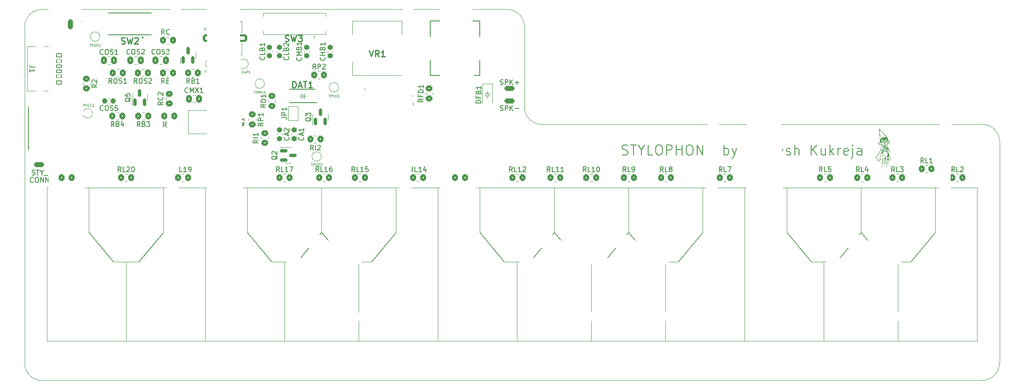
<source format=gbr>
%TF.GenerationSoftware,KiCad,Pcbnew,(6.0.7)*%
%TF.CreationDate,2023-07-12T13:06:10-04:00*%
%TF.ProjectId,Stylophone,5374796c-6f70-4686-9f6e-652e6b696361,rev?*%
%TF.SameCoordinates,Original*%
%TF.FileFunction,Legend,Top*%
%TF.FilePolarity,Positive*%
%FSLAX46Y46*%
G04 Gerber Fmt 4.6, Leading zero omitted, Abs format (unit mm)*
G04 Created by KiCad (PCBNEW (6.0.7)) date 2023-07-12 13:06:10*
%MOMM*%
%LPD*%
G01*
G04 APERTURE LIST*
G04 Aperture macros list*
%AMRoundRect*
0 Rectangle with rounded corners*
0 $1 Rounding radius*
0 $2 $3 $4 $5 $6 $7 $8 $9 X,Y pos of 4 corners*
0 Add a 4 corners polygon primitive as box body*
4,1,4,$2,$3,$4,$5,$6,$7,$8,$9,$2,$3,0*
0 Add four circle primitives for the rounded corners*
1,1,$1+$1,$2,$3*
1,1,$1+$1,$4,$5*
1,1,$1+$1,$6,$7*
1,1,$1+$1,$8,$9*
0 Add four rect primitives between the rounded corners*
20,1,$1+$1,$2,$3,$4,$5,0*
20,1,$1+$1,$4,$5,$6,$7,0*
20,1,$1+$1,$6,$7,$8,$9,0*
20,1,$1+$1,$8,$9,$2,$3,0*%
%AMFreePoly0*
4,1,45,2.512662,7.087767,2.516726,7.088432,2.520033,7.086467,2.530782,7.084572,2.549099,7.069202,2.569656,7.056991,7.069656,1.556992,7.084947,1.529730,7.084757,1.514405,7.090000,1.500000,7.090000,-7.000000,7.087939,-7.011690,7.088633,-7.015628,7.086634,-7.019091,7.084572,-7.030782,7.069543,-7.048693,7.057851,-7.068944,7.050220,-7.071722,7.045000,-7.077942,7.021973,-7.082003,
7.000000,-7.090000,-7.000000,-7.090000,-7.011690,-7.087939,-7.015628,-7.088633,-7.019091,-7.086634,-7.030782,-7.084572,-7.048693,-7.069543,-7.068944,-7.057851,-7.071722,-7.050220,-7.077942,-7.045000,-7.082003,-7.021973,-7.090000,-7.000000,-7.090000,1.500000,-7.084572,1.530782,-7.074719,1.542524,-7.069656,1.556991,-2.569656,7.056991,-2.559911,7.065376,-2.557851,7.068944,-2.554235,7.070260,
-2.545963,7.077378,-2.522471,7.081821,-2.500000,7.090000,2.500000,7.090000,2.512662,7.087767,2.512662,7.087767,$1*%
%AMFreePoly1*
4,1,58,7.511690,15.087939,7.515628,15.088633,7.519091,15.086634,7.530782,15.084572,7.548693,15.069543,7.568944,15.057851,7.571722,15.050220,7.577942,15.045000,7.582003,15.021973,7.590000,15.000000,7.590000,-15.000000,7.587939,-15.011690,7.588633,-15.015628,7.586634,-15.019091,7.584572,-15.030782,7.569543,-15.048693,7.557851,-15.068944,7.550220,-15.071722,7.545000,-15.077942,7.521973,-15.082003,
7.500000,-15.090000,-7.500000,-15.090000,-7.511690,-15.087939,-7.515628,-15.088633,-7.519091,-15.086634,-7.530782,-15.084572,-7.548693,-15.069543,-7.568944,-15.057851,-7.571722,-15.050220,-7.577942,-15.045000,-7.582003,-15.021973,-7.590000,-15.000000,-7.590000,0.000000,-7.587939,0.011690,-7.588633,0.015628,-7.586634,0.019091,-7.584572,0.030782,-7.569543,0.048693,-7.557851,0.068944,-7.550220,0.071722,
-7.545000,0.077942,-7.521973,0.082003,-7.500000,0.090000,-5.042154,0.090000,-0.090000,6.032585,-0.090000,15.000000,-0.087939,15.011690,-0.088633,15.015628,-0.086634,15.019091,-0.084572,15.030782,-0.069543,15.048693,-0.057851,15.068944,-0.050220,15.071722,-0.045000,15.077942,-0.021973,15.082003,0.000000,15.090000,7.500000,15.090000,7.511690,15.087939,7.511690,15.087939,$1*%
%AMFreePoly2*
4,1,59,0.015347,6.087033,0.020445,6.087647,0.042347,6.073353,0.065682,6.061530,0.067700,6.056807,0.072000,6.054000,4.545000,0.090000,7.000000,0.090000,7.011690,0.087939,7.015628,0.088633,7.019091,0.086634,7.030782,0.084572,7.048693,0.069543,7.068944,0.057851,7.071722,0.050220,7.077942,0.045000,7.082003,0.021973,7.090000,0.000000,7.090000,-15.000000,7.087939,-15.011690,
7.088633,-15.015628,7.086634,-15.019091,7.084572,-15.030782,7.069543,-15.048693,7.057851,-15.068944,7.050220,-15.071722,7.045000,-15.077942,7.021973,-15.082003,7.000000,-15.090000,-7.000000,-15.090000,-7.011690,-15.087939,-7.015628,-15.088633,-7.019091,-15.086634,-7.030782,-15.084572,-7.048693,-15.069543,-7.068944,-15.057851,-7.071722,-15.050220,-7.077942,-15.045000,-7.082003,-15.021973,-7.090000,-15.000000,
-7.090000,0.000000,-7.087939,0.011690,-7.088633,0.015628,-7.086634,0.019091,-7.084572,0.030782,-7.069543,0.048693,-7.057851,0.068944,-7.050220,0.071722,-7.045000,0.077942,-7.021973,0.082003,-7.000000,0.090000,-4.545000,0.090000,-0.072000,6.054000,-0.049188,6.075369,-0.044188,6.076535,-0.040677,6.080283,-0.014710,6.083411,0.010765,6.089354,0.015347,6.087033,0.015347,6.087033,
$1*%
%AMFreePoly3*
4,1,58,0.011690,15.087939,0.015628,15.088633,0.019091,15.086634,0.030782,15.084572,0.048693,15.069543,0.068944,15.057851,0.071722,15.050220,0.077942,15.045000,0.082003,15.021973,0.090000,15.000000,0.090000,6.032585,5.042153,0.090000,7.500000,0.090000,7.511690,0.087939,7.515628,0.088633,7.519091,0.086634,7.530782,0.084572,7.548693,0.069543,7.568944,0.057851,7.571722,0.050220,
7.577942,0.045000,7.582003,0.021973,7.590000,0.000000,7.590000,-15.000000,7.587939,-15.011690,7.588633,-15.015628,7.586634,-15.019091,7.584572,-15.030782,7.569543,-15.048693,7.557851,-15.068944,7.550220,-15.071722,7.545000,-15.077942,7.521973,-15.082003,7.500000,-15.090000,-7.500000,-15.090000,-7.511690,-15.087939,-7.515628,-15.088633,-7.519091,-15.086634,-7.530782,-15.084572,-7.548693,-15.069543,
-7.568944,-15.057851,-7.571722,-15.050220,-7.577942,-15.045000,-7.582003,-15.021973,-7.590000,-15.000000,-7.590000,15.000000,-7.587939,15.011690,-7.588633,15.015628,-7.586634,15.019091,-7.584572,15.030782,-7.569543,15.048693,-7.557851,15.068944,-7.550220,15.071722,-7.545000,15.077942,-7.521973,15.082003,-7.500000,15.090000,0.000000,15.090000,0.011690,15.087939,0.011690,15.087939,$1*%
%AMFreePoly4*
4,1,6,1.000000,0.000000,0.500000,-0.750000,-0.500000,-0.750000,-0.500000,0.750000,0.500000,0.750000,1.000000,0.000000,1.000000,0.000000,$1*%
%AMFreePoly5*
4,1,6,0.500000,-0.750000,-0.650000,-0.750000,-0.150000,0.000000,-0.650000,0.750000,0.500000,0.750000,0.500000,-0.750000,0.500000,-0.750000,$1*%
G04 Aperture macros list end*
%TA.AperFunction,Profile*%
%ADD10C,0.100000*%
%TD*%
%ADD11C,0.150000*%
%ADD12C,0.254000*%
%ADD13C,0.100000*%
%ADD14C,0.120000*%
%ADD15C,0.200000*%
%ADD16C,1.300000*%
%ADD17C,2.250000*%
%ADD18C,1.500000*%
%ADD19C,4.260000*%
%ADD20R,1.500000X1.500000*%
%ADD21RoundRect,0.250000X0.750000X-0.250000X0.750000X0.250000X-0.750000X0.250000X-0.750000X-0.250000X0*%
%ADD22FreePoly0,180.000000*%
%ADD23FreePoly1,0.000000*%
%ADD24RoundRect,0.250000X0.450000X-0.350000X0.450000X0.350000X-0.450000X0.350000X-0.450000X-0.350000X0*%
%ADD25RoundRect,0.250000X0.350000X0.450000X-0.350000X0.450000X-0.350000X-0.450000X0.350000X-0.450000X0*%
%ADD26RoundRect,0.250000X-0.350000X-0.450000X0.350000X-0.450000X0.350000X0.450000X-0.350000X0.450000X0*%
%ADD27RoundRect,0.250000X-0.337500X-0.475000X0.337500X-0.475000X0.337500X0.475000X-0.337500X0.475000X0*%
%ADD28RoundRect,0.150000X0.150000X-0.587500X0.150000X0.587500X-0.150000X0.587500X-0.150000X-0.587500X0*%
%ADD29RoundRect,0.250000X0.250000X0.750000X-0.250000X0.750000X-0.250000X-0.750000X0.250000X-0.750000X0*%
%ADD30C,2.700000*%
%ADD31RoundRect,0.237500X-0.237500X0.300000X-0.237500X-0.300000X0.237500X-0.300000X0.237500X0.300000X0*%
%ADD32RoundRect,0.150000X-0.587500X-0.150000X0.587500X-0.150000X0.587500X0.150000X-0.587500X0.150000X0*%
%ADD33FreePoly2,0.000000*%
%ADD34R,2.350000X1.550000*%
%ADD35RoundRect,0.250000X-0.450000X0.350000X-0.450000X-0.350000X0.450000X-0.350000X0.450000X0.350000X0*%
%ADD36RoundRect,0.237500X0.300000X0.237500X-0.300000X0.237500X-0.300000X-0.237500X0.300000X-0.237500X0*%
%ADD37RoundRect,0.237500X-0.300000X-0.237500X0.300000X-0.237500X0.300000X0.237500X-0.300000X0.237500X0*%
%ADD38FreePoly3,0.000000*%
%ADD39R,1.500000X1.050000*%
%ADD40O,1.500000X1.050000*%
%ADD41RoundRect,0.250000X-1.500000X-0.550000X1.500000X-0.550000X1.500000X0.550000X-1.500000X0.550000X0*%
%ADD42RoundRect,0.250000X0.337500X0.475000X-0.337500X0.475000X-0.337500X-0.475000X0.337500X-0.475000X0*%
%ADD43R,1.200000X0.900000*%
%ADD44RoundRect,0.250000X-0.750000X0.250000X-0.750000X-0.250000X0.750000X-0.250000X0.750000X0.250000X0*%
%ADD45RoundRect,0.237500X0.237500X-0.300000X0.237500X0.300000X-0.237500X0.300000X-0.237500X-0.300000X0*%
%ADD46FreePoly4,270.000000*%
%ADD47FreePoly5,270.000000*%
%ADD48RoundRect,0.070000X-0.530000X0.280000X-0.530000X-0.280000X0.530000X-0.280000X0.530000X0.280000X0*%
%ADD49RoundRect,0.076000X-0.524000X0.304000X-0.524000X-0.304000X0.524000X-0.304000X0.524000X0.304000X0*%
%ADD50RoundRect,0.080000X-0.520000X0.320000X-0.520000X-0.320000X0.520000X-0.320000X0.520000X0.320000X0*%
%ADD51O,1.700000X1.100000*%
G04 APERTURE END LIST*
D10*
X26000000Y-85500000D02*
X120000000Y-85500000D01*
X26000000Y-85500000D02*
G75*
G03*
X22500000Y-89000000I0J-3500000D01*
G01*
X216000000Y-160480000D02*
X26000000Y-160500000D01*
X216000000Y-108720000D02*
X127000000Y-108740000D01*
X216000000Y-160480000D02*
G75*
G03*
X219500000Y-156980000I0J3500000D01*
G01*
X123500000Y-105240000D02*
G75*
G03*
X127000000Y-108740000I3500000J0D01*
G01*
X22500000Y-157000000D02*
G75*
G03*
X26000000Y-160500000I3500000J0D01*
G01*
X123500000Y-89000000D02*
X123500000Y-105240000D01*
X219500000Y-112220000D02*
G75*
G03*
X216000000Y-108720000I-3500000J0D01*
G01*
X22500000Y-89000000D02*
X22500000Y-157000000D01*
X123500000Y-89000000D02*
G75*
G03*
X120000000Y-85500000I-3500000J0D01*
G01*
X219500000Y-156980000D02*
X219500000Y-112220000D01*
D11*
X143261904Y-114809523D02*
X143547619Y-114904761D01*
X144023809Y-114904761D01*
X144214285Y-114809523D01*
X144309523Y-114714285D01*
X144404761Y-114523809D01*
X144404761Y-114333333D01*
X144309523Y-114142857D01*
X144214285Y-114047619D01*
X144023809Y-113952380D01*
X143642857Y-113857142D01*
X143452380Y-113761904D01*
X143357142Y-113666666D01*
X143261904Y-113476190D01*
X143261904Y-113285714D01*
X143357142Y-113095238D01*
X143452380Y-113000000D01*
X143642857Y-112904761D01*
X144119047Y-112904761D01*
X144404761Y-113000000D01*
X144976190Y-112904761D02*
X146119047Y-112904761D01*
X145547619Y-114904761D02*
X145547619Y-112904761D01*
X147166666Y-113952380D02*
X147166666Y-114904761D01*
X146500000Y-112904761D02*
X147166666Y-113952380D01*
X147833333Y-112904761D01*
X149452380Y-114904761D02*
X148500000Y-114904761D01*
X148500000Y-112904761D01*
X150500000Y-112904761D02*
X150880952Y-112904761D01*
X151071428Y-113000000D01*
X151261904Y-113190476D01*
X151357142Y-113571428D01*
X151357142Y-114238095D01*
X151261904Y-114619047D01*
X151071428Y-114809523D01*
X150880952Y-114904761D01*
X150500000Y-114904761D01*
X150309523Y-114809523D01*
X150119047Y-114619047D01*
X150023809Y-114238095D01*
X150023809Y-113571428D01*
X150119047Y-113190476D01*
X150309523Y-113000000D01*
X150500000Y-112904761D01*
X152214285Y-114904761D02*
X152214285Y-112904761D01*
X152976190Y-112904761D01*
X153166666Y-113000000D01*
X153261904Y-113095238D01*
X153357142Y-113285714D01*
X153357142Y-113571428D01*
X153261904Y-113761904D01*
X153166666Y-113857142D01*
X152976190Y-113952380D01*
X152214285Y-113952380D01*
X154214285Y-114904761D02*
X154214285Y-112904761D01*
X154214285Y-113857142D02*
X155357142Y-113857142D01*
X155357142Y-114904761D02*
X155357142Y-112904761D01*
X156690476Y-112904761D02*
X157071428Y-112904761D01*
X157261904Y-113000000D01*
X157452380Y-113190476D01*
X157547619Y-113571428D01*
X157547619Y-114238095D01*
X157452380Y-114619047D01*
X157261904Y-114809523D01*
X157071428Y-114904761D01*
X156690476Y-114904761D01*
X156500000Y-114809523D01*
X156309523Y-114619047D01*
X156214285Y-114238095D01*
X156214285Y-113571428D01*
X156309523Y-113190476D01*
X156500000Y-113000000D01*
X156690476Y-112904761D01*
X158404761Y-114904761D02*
X158404761Y-112904761D01*
X159547619Y-114904761D01*
X159547619Y-112904761D01*
X160500000Y-113857142D02*
X161166666Y-113857142D01*
X161452380Y-114904761D02*
X160500000Y-114904761D01*
X160500000Y-112904761D01*
X161452380Y-112904761D01*
X163833333Y-114904761D02*
X163833333Y-112904761D01*
X163833333Y-113666666D02*
X164023809Y-113571428D01*
X164404761Y-113571428D01*
X164595238Y-113666666D01*
X164690476Y-113761904D01*
X164785714Y-113952380D01*
X164785714Y-114523809D01*
X164690476Y-114714285D01*
X164595238Y-114809523D01*
X164404761Y-114904761D01*
X164023809Y-114904761D01*
X163833333Y-114809523D01*
X165452380Y-113571428D02*
X165928571Y-114904761D01*
X166404761Y-113571428D02*
X165928571Y-114904761D01*
X165738095Y-115380952D01*
X165642857Y-115476190D01*
X165452380Y-115571428D01*
X169261904Y-112904761D02*
X169261904Y-114333333D01*
X169166666Y-114619047D01*
X168976190Y-114809523D01*
X168690476Y-114904761D01*
X168500000Y-114904761D01*
X170214285Y-114904761D02*
X170214285Y-113571428D01*
X170214285Y-112904761D02*
X170119047Y-113000000D01*
X170214285Y-113095238D01*
X170309523Y-113000000D01*
X170214285Y-112904761D01*
X170214285Y-113095238D01*
X170976190Y-113571428D02*
X171452380Y-114904761D01*
X171928571Y-113571428D01*
X172690476Y-114904761D02*
X172690476Y-113571428D01*
X172690476Y-112904761D02*
X172595238Y-113000000D01*
X172690476Y-113095238D01*
X172785714Y-113000000D01*
X172690476Y-112904761D01*
X172690476Y-113095238D01*
X173357142Y-113571428D02*
X174119047Y-113571428D01*
X173642857Y-112904761D02*
X173642857Y-114619047D01*
X173738095Y-114809523D01*
X173928571Y-114904761D01*
X174119047Y-114904761D01*
X175547619Y-114809523D02*
X175357142Y-114904761D01*
X174976190Y-114904761D01*
X174785714Y-114809523D01*
X174690476Y-114619047D01*
X174690476Y-113857142D01*
X174785714Y-113666666D01*
X174976190Y-113571428D01*
X175357142Y-113571428D01*
X175547619Y-113666666D01*
X175642857Y-113857142D01*
X175642857Y-114047619D01*
X174690476Y-114238095D01*
X176404761Y-114809523D02*
X176595238Y-114904761D01*
X176976190Y-114904761D01*
X177166666Y-114809523D01*
X177261904Y-114619047D01*
X177261904Y-114523809D01*
X177166666Y-114333333D01*
X176976190Y-114238095D01*
X176690476Y-114238095D01*
X176500000Y-114142857D01*
X176404761Y-113952380D01*
X176404761Y-113857142D01*
X176500000Y-113666666D01*
X176690476Y-113571428D01*
X176976190Y-113571428D01*
X177166666Y-113666666D01*
X178119047Y-114904761D02*
X178119047Y-112904761D01*
X178976190Y-114904761D02*
X178976190Y-113857142D01*
X178880952Y-113666666D01*
X178690476Y-113571428D01*
X178404761Y-113571428D01*
X178214285Y-113666666D01*
X178119047Y-113761904D01*
X181452380Y-114904761D02*
X181452380Y-112904761D01*
X182595238Y-114904761D02*
X181738095Y-113761904D01*
X182595238Y-112904761D02*
X181452380Y-114047619D01*
X184309523Y-113571428D02*
X184309523Y-114904761D01*
X183452380Y-113571428D02*
X183452380Y-114619047D01*
X183547619Y-114809523D01*
X183738095Y-114904761D01*
X184023809Y-114904761D01*
X184214285Y-114809523D01*
X184309523Y-114714285D01*
X185261904Y-114904761D02*
X185261904Y-112904761D01*
X185452380Y-114142857D02*
X186023809Y-114904761D01*
X186023809Y-113571428D02*
X185261904Y-114333333D01*
X186880952Y-114904761D02*
X186880952Y-113571428D01*
X186880952Y-113952380D02*
X186976190Y-113761904D01*
X187071428Y-113666666D01*
X187261904Y-113571428D01*
X187452380Y-113571428D01*
X188880952Y-114809523D02*
X188690476Y-114904761D01*
X188309523Y-114904761D01*
X188119047Y-114809523D01*
X188023809Y-114619047D01*
X188023809Y-113857142D01*
X188119047Y-113666666D01*
X188309523Y-113571428D01*
X188690476Y-113571428D01*
X188880952Y-113666666D01*
X188976190Y-113857142D01*
X188976190Y-114047619D01*
X188023809Y-114238095D01*
X189833333Y-113571428D02*
X189833333Y-115285714D01*
X189738095Y-115476190D01*
X189547619Y-115571428D01*
X189452380Y-115571428D01*
X189833333Y-112904761D02*
X189738095Y-113000000D01*
X189833333Y-113095238D01*
X189928571Y-113000000D01*
X189833333Y-112904761D01*
X189833333Y-113095238D01*
X191642857Y-114904761D02*
X191642857Y-113857142D01*
X191547619Y-113666666D01*
X191357142Y-113571428D01*
X190976190Y-113571428D01*
X190785714Y-113666666D01*
X191642857Y-114809523D02*
X191452380Y-114904761D01*
X190976190Y-114904761D01*
X190785714Y-114809523D01*
X190690476Y-114619047D01*
X190690476Y-114428571D01*
X190785714Y-114238095D01*
X190976190Y-114142857D01*
X191452380Y-114142857D01*
X191642857Y-114047619D01*
%TO.C,J25*%
X118595238Y-100654761D02*
X118738095Y-100702380D01*
X118976190Y-100702380D01*
X119071428Y-100654761D01*
X119119047Y-100607142D01*
X119166666Y-100511904D01*
X119166666Y-100416666D01*
X119119047Y-100321428D01*
X119071428Y-100273809D01*
X118976190Y-100226190D01*
X118785714Y-100178571D01*
X118690476Y-100130952D01*
X118642857Y-100083333D01*
X118595238Y-99988095D01*
X118595238Y-99892857D01*
X118642857Y-99797619D01*
X118690476Y-99750000D01*
X118785714Y-99702380D01*
X119023809Y-99702380D01*
X119166666Y-99750000D01*
X119595238Y-100702380D02*
X119595238Y-99702380D01*
X119976190Y-99702380D01*
X120071428Y-99750000D01*
X120119047Y-99797619D01*
X120166666Y-99892857D01*
X120166666Y-100035714D01*
X120119047Y-100130952D01*
X120071428Y-100178571D01*
X119976190Y-100226190D01*
X119595238Y-100226190D01*
X120595238Y-100702380D02*
X120595238Y-99702380D01*
X121166666Y-100702380D02*
X120738095Y-100130952D01*
X121166666Y-99702380D02*
X120595238Y-100273809D01*
X121595238Y-100321428D02*
X122357142Y-100321428D01*
X121976190Y-100702380D02*
X121976190Y-99940476D01*
%TO.C,RP1*%
X70702380Y-108416666D02*
X70226190Y-108750000D01*
X70702380Y-108988095D02*
X69702380Y-108988095D01*
X69702380Y-108607142D01*
X69750000Y-108511904D01*
X69797619Y-108464285D01*
X69892857Y-108416666D01*
X70035714Y-108416666D01*
X70130952Y-108464285D01*
X70178571Y-108511904D01*
X70226190Y-108607142D01*
X70226190Y-108988095D01*
X70702380Y-107988095D02*
X69702380Y-107988095D01*
X69702380Y-107607142D01*
X69750000Y-107511904D01*
X69797619Y-107464285D01*
X69892857Y-107416666D01*
X70035714Y-107416666D01*
X70130952Y-107464285D01*
X70178571Y-107511904D01*
X70226190Y-107607142D01*
X70226190Y-107988095D01*
X70702380Y-106464285D02*
X70702380Y-107035714D01*
X70702380Y-106750000D02*
X69702380Y-106750000D01*
X69845238Y-106845238D01*
X69940476Y-106940476D01*
X69988095Y-107035714D01*
D12*
%TO.C,SW2*%
X42056666Y-92410407D02*
X42238095Y-92470883D01*
X42540476Y-92470883D01*
X42661428Y-92410407D01*
X42721904Y-92349931D01*
X42782380Y-92228979D01*
X42782380Y-92108026D01*
X42721904Y-91987074D01*
X42661428Y-91926598D01*
X42540476Y-91866121D01*
X42298571Y-91805645D01*
X42177619Y-91745169D01*
X42117142Y-91684693D01*
X42056666Y-91563740D01*
X42056666Y-91442788D01*
X42117142Y-91321836D01*
X42177619Y-91261360D01*
X42298571Y-91200883D01*
X42600952Y-91200883D01*
X42782380Y-91261360D01*
X43205714Y-91200883D02*
X43508095Y-92470883D01*
X43750000Y-91563740D01*
X43991904Y-92470883D01*
X44294285Y-91200883D01*
X44717619Y-91321836D02*
X44778095Y-91261360D01*
X44899047Y-91200883D01*
X45201428Y-91200883D01*
X45322380Y-91261360D01*
X45382857Y-91321836D01*
X45443333Y-91442788D01*
X45443333Y-91563740D01*
X45382857Y-91745169D01*
X44657142Y-92470883D01*
X45443333Y-92470883D01*
D13*
%TO.C,TPOS2*%
X58869047Y-97874190D02*
X59154761Y-97874190D01*
X59011904Y-98374190D02*
X59011904Y-97874190D01*
X59321428Y-98374190D02*
X59321428Y-97874190D01*
X59511904Y-97874190D01*
X59559523Y-97898000D01*
X59583333Y-97921809D01*
X59607142Y-97969428D01*
X59607142Y-98040857D01*
X59583333Y-98088476D01*
X59559523Y-98112285D01*
X59511904Y-98136095D01*
X59321428Y-98136095D01*
X59916666Y-97874190D02*
X60011904Y-97874190D01*
X60059523Y-97898000D01*
X60107142Y-97945619D01*
X60130952Y-98040857D01*
X60130952Y-98207523D01*
X60107142Y-98302761D01*
X60059523Y-98350380D01*
X60011904Y-98374190D01*
X59916666Y-98374190D01*
X59869047Y-98350380D01*
X59821428Y-98302761D01*
X59797619Y-98207523D01*
X59797619Y-98040857D01*
X59821428Y-97945619D01*
X59869047Y-97898000D01*
X59916666Y-97874190D01*
X60321428Y-98350380D02*
X60392857Y-98374190D01*
X60511904Y-98374190D01*
X60559523Y-98350380D01*
X60583333Y-98326571D01*
X60607142Y-98278952D01*
X60607142Y-98231333D01*
X60583333Y-98183714D01*
X60559523Y-98159904D01*
X60511904Y-98136095D01*
X60416666Y-98112285D01*
X60369047Y-98088476D01*
X60345238Y-98064666D01*
X60321428Y-98017047D01*
X60321428Y-97969428D01*
X60345238Y-97921809D01*
X60369047Y-97898000D01*
X60416666Y-97874190D01*
X60535714Y-97874190D01*
X60607142Y-97898000D01*
X60797619Y-97921809D02*
X60821428Y-97898000D01*
X60869047Y-97874190D01*
X60988095Y-97874190D01*
X61035714Y-97898000D01*
X61059523Y-97921809D01*
X61083333Y-97969428D01*
X61083333Y-98017047D01*
X61059523Y-98088476D01*
X60773809Y-98374190D01*
X61083333Y-98374190D01*
D11*
%TO.C,RL2*%
X210428571Y-118302380D02*
X210095238Y-117826190D01*
X209857142Y-118302380D02*
X209857142Y-117302380D01*
X210238095Y-117302380D01*
X210333333Y-117350000D01*
X210380952Y-117397619D01*
X210428571Y-117492857D01*
X210428571Y-117635714D01*
X210380952Y-117730952D01*
X210333333Y-117778571D01*
X210238095Y-117826190D01*
X209857142Y-117826190D01*
X211333333Y-118302380D02*
X210857142Y-118302380D01*
X210857142Y-117302380D01*
X211619047Y-117397619D02*
X211666666Y-117350000D01*
X211761904Y-117302380D01*
X212000000Y-117302380D01*
X212095238Y-117350000D01*
X212142857Y-117397619D01*
X212190476Y-117492857D01*
X212190476Y-117588095D01*
X212142857Y-117730952D01*
X211571428Y-118302380D01*
X212190476Y-118302380D01*
%TO.C,RL3*%
X198273571Y-118302380D02*
X197940238Y-117826190D01*
X197702142Y-118302380D02*
X197702142Y-117302380D01*
X198083095Y-117302380D01*
X198178333Y-117350000D01*
X198225952Y-117397619D01*
X198273571Y-117492857D01*
X198273571Y-117635714D01*
X198225952Y-117730952D01*
X198178333Y-117778571D01*
X198083095Y-117826190D01*
X197702142Y-117826190D01*
X199178333Y-118302380D02*
X198702142Y-118302380D01*
X198702142Y-117302380D01*
X199416428Y-117302380D02*
X200035476Y-117302380D01*
X199702142Y-117683333D01*
X199845000Y-117683333D01*
X199940238Y-117730952D01*
X199987857Y-117778571D01*
X200035476Y-117873809D01*
X200035476Y-118111904D01*
X199987857Y-118207142D01*
X199940238Y-118254761D01*
X199845000Y-118302380D01*
X199559285Y-118302380D01*
X199464047Y-118254761D01*
X199416428Y-118207142D01*
%TO.C,RL1*%
X204178571Y-116552380D02*
X203845238Y-116076190D01*
X203607142Y-116552380D02*
X203607142Y-115552380D01*
X203988095Y-115552380D01*
X204083333Y-115600000D01*
X204130952Y-115647619D01*
X204178571Y-115742857D01*
X204178571Y-115885714D01*
X204130952Y-115980952D01*
X204083333Y-116028571D01*
X203988095Y-116076190D01*
X203607142Y-116076190D01*
X205083333Y-116552380D02*
X204607142Y-116552380D01*
X204607142Y-115552380D01*
X205940476Y-116552380D02*
X205369047Y-116552380D01*
X205654761Y-116552380D02*
X205654761Y-115552380D01*
X205559523Y-115695238D01*
X205464285Y-115790476D01*
X205369047Y-115838095D01*
%TO.C,CMX1*%
X55505714Y-102227142D02*
X55458095Y-102274761D01*
X55315238Y-102322380D01*
X55220000Y-102322380D01*
X55077142Y-102274761D01*
X54981904Y-102179523D01*
X54934285Y-102084285D01*
X54886666Y-101893809D01*
X54886666Y-101750952D01*
X54934285Y-101560476D01*
X54981904Y-101465238D01*
X55077142Y-101370000D01*
X55220000Y-101322380D01*
X55315238Y-101322380D01*
X55458095Y-101370000D01*
X55505714Y-101417619D01*
X55934285Y-102322380D02*
X55934285Y-101322380D01*
X56267619Y-102036666D01*
X56600952Y-101322380D01*
X56600952Y-102322380D01*
X56981904Y-101322380D02*
X57648571Y-102322380D01*
X57648571Y-101322380D02*
X56981904Y-102322380D01*
X58553333Y-102322380D02*
X57981904Y-102322380D01*
X58267619Y-102322380D02*
X58267619Y-101322380D01*
X58172380Y-101465238D01*
X58077142Y-101560476D01*
X57981904Y-101608095D01*
%TO.C,RL18*%
X62452380Y-118302380D02*
X62119047Y-117826190D01*
X61880952Y-118302380D02*
X61880952Y-117302380D01*
X62261904Y-117302380D01*
X62357142Y-117350000D01*
X62404761Y-117397619D01*
X62452380Y-117492857D01*
X62452380Y-117635714D01*
X62404761Y-117730952D01*
X62357142Y-117778571D01*
X62261904Y-117826190D01*
X61880952Y-117826190D01*
X63357142Y-118302380D02*
X62880952Y-118302380D01*
X62880952Y-117302380D01*
X64214285Y-118302380D02*
X63642857Y-118302380D01*
X63928571Y-118302380D02*
X63928571Y-117302380D01*
X63833333Y-117445238D01*
X63738095Y-117540476D01*
X63642857Y-117588095D01*
X64785714Y-117730952D02*
X64690476Y-117683333D01*
X64642857Y-117635714D01*
X64595238Y-117540476D01*
X64595238Y-117492857D01*
X64642857Y-117397619D01*
X64690476Y-117350000D01*
X64785714Y-117302380D01*
X64976190Y-117302380D01*
X65071428Y-117350000D01*
X65119047Y-117397619D01*
X65166666Y-117492857D01*
X65166666Y-117540476D01*
X65119047Y-117635714D01*
X65071428Y-117683333D01*
X64976190Y-117730952D01*
X64785714Y-117730952D01*
X64690476Y-117778571D01*
X64642857Y-117826190D01*
X64595238Y-117921428D01*
X64595238Y-118111904D01*
X64642857Y-118207142D01*
X64690476Y-118254761D01*
X64785714Y-118302380D01*
X64976190Y-118302380D01*
X65071428Y-118254761D01*
X65119047Y-118207142D01*
X65166666Y-118111904D01*
X65166666Y-117921428D01*
X65119047Y-117826190D01*
X65071428Y-117778571D01*
X64976190Y-117730952D01*
%TO.C,Q4*%
X53647619Y-94895238D02*
X53600000Y-94990476D01*
X53504761Y-95085714D01*
X53361904Y-95228571D01*
X53314285Y-95323809D01*
X53314285Y-95419047D01*
X53552380Y-95371428D02*
X53504761Y-95466666D01*
X53409523Y-95561904D01*
X53219047Y-95609523D01*
X52885714Y-95609523D01*
X52695238Y-95561904D01*
X52600000Y-95466666D01*
X52552380Y-95371428D01*
X52552380Y-95180952D01*
X52600000Y-95085714D01*
X52695238Y-94990476D01*
X52885714Y-94942857D01*
X53219047Y-94942857D01*
X53409523Y-94990476D01*
X53504761Y-95085714D01*
X53552380Y-95180952D01*
X53552380Y-95371428D01*
X52885714Y-94085714D02*
X53552380Y-94085714D01*
X52504761Y-94323809D02*
X53219047Y-94561904D01*
X53219047Y-93942857D01*
%TO.C,RL10*%
X135952380Y-118302380D02*
X135619047Y-117826190D01*
X135380952Y-118302380D02*
X135380952Y-117302380D01*
X135761904Y-117302380D01*
X135857142Y-117350000D01*
X135904761Y-117397619D01*
X135952380Y-117492857D01*
X135952380Y-117635714D01*
X135904761Y-117730952D01*
X135857142Y-117778571D01*
X135761904Y-117826190D01*
X135380952Y-117826190D01*
X136857142Y-118302380D02*
X136380952Y-118302380D01*
X136380952Y-117302380D01*
X137714285Y-118302380D02*
X137142857Y-118302380D01*
X137428571Y-118302380D02*
X137428571Y-117302380D01*
X137333333Y-117445238D01*
X137238095Y-117540476D01*
X137142857Y-117588095D01*
X138333333Y-117302380D02*
X138428571Y-117302380D01*
X138523809Y-117350000D01*
X138571428Y-117397619D01*
X138619047Y-117492857D01*
X138666666Y-117683333D01*
X138666666Y-117921428D01*
X138619047Y-118111904D01*
X138571428Y-118207142D01*
X138523809Y-118254761D01*
X138428571Y-118302380D01*
X138333333Y-118302380D01*
X138238095Y-118254761D01*
X138190476Y-118207142D01*
X138142857Y-118111904D01*
X138095238Y-117921428D01*
X138095238Y-117683333D01*
X138142857Y-117492857D01*
X138190476Y-117397619D01*
X138238095Y-117350000D01*
X138333333Y-117302380D01*
%TO.C,J3*%
X33000000Y-92011904D02*
X32952380Y-92107142D01*
X32952380Y-92250000D01*
X33000000Y-92392857D01*
X33095238Y-92488095D01*
X33190476Y-92535714D01*
X33380952Y-92583333D01*
X33523809Y-92583333D01*
X33714285Y-92535714D01*
X33809523Y-92488095D01*
X33904761Y-92392857D01*
X33952380Y-92250000D01*
X33952380Y-92154761D01*
X33904761Y-92011904D01*
X33857142Y-91964285D01*
X33523809Y-91964285D01*
X33523809Y-92154761D01*
X33952380Y-91535714D02*
X32952380Y-91535714D01*
X33952380Y-90964285D01*
X32952380Y-90964285D01*
X33952380Y-90488095D02*
X32952380Y-90488095D01*
X32952380Y-90250000D01*
X33000000Y-90107142D01*
X33095238Y-90011904D01*
X33190476Y-89964285D01*
X33380952Y-89916666D01*
X33523809Y-89916666D01*
X33714285Y-89964285D01*
X33809523Y-90011904D01*
X33904761Y-90107142D01*
X33952380Y-90250000D01*
X33952380Y-90488095D01*
%TO.C,Q3*%
X80397619Y-107345238D02*
X80350000Y-107440476D01*
X80254761Y-107535714D01*
X80111904Y-107678571D01*
X80064285Y-107773809D01*
X80064285Y-107869047D01*
X80302380Y-107821428D02*
X80254761Y-107916666D01*
X80159523Y-108011904D01*
X79969047Y-108059523D01*
X79635714Y-108059523D01*
X79445238Y-108011904D01*
X79350000Y-107916666D01*
X79302380Y-107821428D01*
X79302380Y-107630952D01*
X79350000Y-107535714D01*
X79445238Y-107440476D01*
X79635714Y-107392857D01*
X79969047Y-107392857D01*
X80159523Y-107440476D01*
X80254761Y-107535714D01*
X80302380Y-107630952D01*
X80302380Y-107821428D01*
X79302380Y-107059523D02*
X79302380Y-106440476D01*
X79683333Y-106773809D01*
X79683333Y-106630952D01*
X79730952Y-106535714D01*
X79778571Y-106488095D01*
X79873809Y-106440476D01*
X80111904Y-106440476D01*
X80207142Y-106488095D01*
X80254761Y-106535714D01*
X80302380Y-106630952D01*
X80302380Y-106916666D01*
X80254761Y-107011904D01*
X80207142Y-107059523D01*
%TO.C,RL12*%
X121047380Y-118302380D02*
X120714047Y-117826190D01*
X120475952Y-118302380D02*
X120475952Y-117302380D01*
X120856904Y-117302380D01*
X120952142Y-117350000D01*
X120999761Y-117397619D01*
X121047380Y-117492857D01*
X121047380Y-117635714D01*
X120999761Y-117730952D01*
X120952142Y-117778571D01*
X120856904Y-117826190D01*
X120475952Y-117826190D01*
X121952142Y-118302380D02*
X121475952Y-118302380D01*
X121475952Y-117302380D01*
X122809285Y-118302380D02*
X122237857Y-118302380D01*
X122523571Y-118302380D02*
X122523571Y-117302380D01*
X122428333Y-117445238D01*
X122333095Y-117540476D01*
X122237857Y-117588095D01*
X123190238Y-117397619D02*
X123237857Y-117350000D01*
X123333095Y-117302380D01*
X123571190Y-117302380D01*
X123666428Y-117350000D01*
X123714047Y-117397619D01*
X123761666Y-117492857D01*
X123761666Y-117588095D01*
X123714047Y-117730952D01*
X123142619Y-118302380D01*
X123761666Y-118302380D01*
%TO.C,RL5*%
X183678571Y-118302380D02*
X183345238Y-117826190D01*
X183107142Y-118302380D02*
X183107142Y-117302380D01*
X183488095Y-117302380D01*
X183583333Y-117350000D01*
X183630952Y-117397619D01*
X183678571Y-117492857D01*
X183678571Y-117635714D01*
X183630952Y-117730952D01*
X183583333Y-117778571D01*
X183488095Y-117826190D01*
X183107142Y-117826190D01*
X184583333Y-118302380D02*
X184107142Y-118302380D01*
X184107142Y-117302380D01*
X185392857Y-117302380D02*
X184916666Y-117302380D01*
X184869047Y-117778571D01*
X184916666Y-117730952D01*
X185011904Y-117683333D01*
X185250000Y-117683333D01*
X185345238Y-117730952D01*
X185392857Y-117778571D01*
X185440476Y-117873809D01*
X185440476Y-118111904D01*
X185392857Y-118207142D01*
X185345238Y-118254761D01*
X185250000Y-118302380D01*
X185011904Y-118302380D01*
X184916666Y-118254761D01*
X184869047Y-118207142D01*
%TO.C,Q5*%
X43897619Y-103395238D02*
X43850000Y-103490476D01*
X43754761Y-103585714D01*
X43611904Y-103728571D01*
X43564285Y-103823809D01*
X43564285Y-103919047D01*
X43802380Y-103871428D02*
X43754761Y-103966666D01*
X43659523Y-104061904D01*
X43469047Y-104109523D01*
X43135714Y-104109523D01*
X42945238Y-104061904D01*
X42850000Y-103966666D01*
X42802380Y-103871428D01*
X42802380Y-103680952D01*
X42850000Y-103585714D01*
X42945238Y-103490476D01*
X43135714Y-103442857D01*
X43469047Y-103442857D01*
X43659523Y-103490476D01*
X43754761Y-103585714D01*
X43802380Y-103680952D01*
X43802380Y-103871428D01*
X42802380Y-102538095D02*
X42802380Y-103014285D01*
X43278571Y-103061904D01*
X43230952Y-103014285D01*
X43183333Y-102919047D01*
X43183333Y-102680952D01*
X43230952Y-102585714D01*
X43278571Y-102538095D01*
X43373809Y-102490476D01*
X43611904Y-102490476D01*
X43707142Y-102538095D01*
X43754761Y-102585714D01*
X43802380Y-102680952D01*
X43802380Y-102919047D01*
X43754761Y-103014285D01*
X43707142Y-103061904D01*
%TO.C,RL14*%
X100952380Y-118302380D02*
X100619047Y-117826190D01*
X100380952Y-118302380D02*
X100380952Y-117302380D01*
X100761904Y-117302380D01*
X100857142Y-117350000D01*
X100904761Y-117397619D01*
X100952380Y-117492857D01*
X100952380Y-117635714D01*
X100904761Y-117730952D01*
X100857142Y-117778571D01*
X100761904Y-117826190D01*
X100380952Y-117826190D01*
X101857142Y-118302380D02*
X101380952Y-118302380D01*
X101380952Y-117302380D01*
X102714285Y-118302380D02*
X102142857Y-118302380D01*
X102428571Y-118302380D02*
X102428571Y-117302380D01*
X102333333Y-117445238D01*
X102238095Y-117540476D01*
X102142857Y-117588095D01*
X103571428Y-117635714D02*
X103571428Y-118302380D01*
X103333333Y-117254761D02*
X103095238Y-117969047D01*
X103714285Y-117969047D01*
D13*
%TO.C,TPCAP1*%
X65404761Y-97874190D02*
X65690476Y-97874190D01*
X65547619Y-98374190D02*
X65547619Y-97874190D01*
X65857142Y-98374190D02*
X65857142Y-97874190D01*
X66047619Y-97874190D01*
X66095238Y-97898000D01*
X66119047Y-97921809D01*
X66142857Y-97969428D01*
X66142857Y-98040857D01*
X66119047Y-98088476D01*
X66095238Y-98112285D01*
X66047619Y-98136095D01*
X65857142Y-98136095D01*
X66642857Y-98326571D02*
X66619047Y-98350380D01*
X66547619Y-98374190D01*
X66500000Y-98374190D01*
X66428571Y-98350380D01*
X66380952Y-98302761D01*
X66357142Y-98255142D01*
X66333333Y-98159904D01*
X66333333Y-98088476D01*
X66357142Y-97993238D01*
X66380952Y-97945619D01*
X66428571Y-97898000D01*
X66500000Y-97874190D01*
X66547619Y-97874190D01*
X66619047Y-97898000D01*
X66642857Y-97921809D01*
X66833333Y-98231333D02*
X67071428Y-98231333D01*
X66785714Y-98374190D02*
X66952380Y-97874190D01*
X67119047Y-98374190D01*
X67285714Y-98374190D02*
X67285714Y-97874190D01*
X67476190Y-97874190D01*
X67523809Y-97898000D01*
X67547619Y-97921809D01*
X67571428Y-97969428D01*
X67571428Y-98040857D01*
X67547619Y-98088476D01*
X67523809Y-98112285D01*
X67476190Y-98136095D01*
X67285714Y-98136095D01*
X68047619Y-98374190D02*
X67761904Y-98374190D01*
X67904761Y-98374190D02*
X67904761Y-97874190D01*
X67857142Y-97945619D01*
X67809523Y-97993238D01*
X67761904Y-98017047D01*
%TO.C,TPVO3*%
X98892857Y-104374190D02*
X99178571Y-104374190D01*
X99035714Y-104874190D02*
X99035714Y-104374190D01*
X99345238Y-104874190D02*
X99345238Y-104374190D01*
X99535714Y-104374190D01*
X99583333Y-104398000D01*
X99607142Y-104421809D01*
X99630952Y-104469428D01*
X99630952Y-104540857D01*
X99607142Y-104588476D01*
X99583333Y-104612285D01*
X99535714Y-104636095D01*
X99345238Y-104636095D01*
X99773809Y-104374190D02*
X99940476Y-104874190D01*
X100107142Y-104374190D01*
X100369047Y-104374190D02*
X100464285Y-104374190D01*
X100511904Y-104398000D01*
X100559523Y-104445619D01*
X100583333Y-104540857D01*
X100583333Y-104707523D01*
X100559523Y-104802761D01*
X100511904Y-104850380D01*
X100464285Y-104874190D01*
X100369047Y-104874190D01*
X100321428Y-104850380D01*
X100273809Y-104802761D01*
X100250000Y-104707523D01*
X100250000Y-104540857D01*
X100273809Y-104445619D01*
X100321428Y-104398000D01*
X100369047Y-104374190D01*
X100750000Y-104374190D02*
X101059523Y-104374190D01*
X100892857Y-104564666D01*
X100964285Y-104564666D01*
X101011904Y-104588476D01*
X101035714Y-104612285D01*
X101059523Y-104659904D01*
X101059523Y-104778952D01*
X101035714Y-104826571D01*
X101011904Y-104850380D01*
X100964285Y-104874190D01*
X100821428Y-104874190D01*
X100773809Y-104850380D01*
X100750000Y-104826571D01*
D11*
%TO.C,CA1*%
X78787142Y-111345238D02*
X78834761Y-111392857D01*
X78882380Y-111535714D01*
X78882380Y-111630952D01*
X78834761Y-111773809D01*
X78739523Y-111869047D01*
X78644285Y-111916666D01*
X78453809Y-111964285D01*
X78310952Y-111964285D01*
X78120476Y-111916666D01*
X78025238Y-111869047D01*
X77930000Y-111773809D01*
X77882380Y-111630952D01*
X77882380Y-111535714D01*
X77930000Y-111392857D01*
X77977619Y-111345238D01*
X78596666Y-110964285D02*
X78596666Y-110488095D01*
X78882380Y-111059523D02*
X77882380Y-110726190D01*
X78882380Y-110392857D01*
X78882380Y-109535714D02*
X78882380Y-110107142D01*
X78882380Y-109821428D02*
X77882380Y-109821428D01*
X78025238Y-109916666D01*
X78120476Y-110011904D01*
X78168095Y-110107142D01*
%TO.C,RL4*%
X191178571Y-118302380D02*
X190845238Y-117826190D01*
X190607142Y-118302380D02*
X190607142Y-117302380D01*
X190988095Y-117302380D01*
X191083333Y-117350000D01*
X191130952Y-117397619D01*
X191178571Y-117492857D01*
X191178571Y-117635714D01*
X191130952Y-117730952D01*
X191083333Y-117778571D01*
X190988095Y-117826190D01*
X190607142Y-117826190D01*
X192083333Y-118302380D02*
X191607142Y-118302380D01*
X191607142Y-117302380D01*
X192845238Y-117635714D02*
X192845238Y-118302380D01*
X192607142Y-117254761D02*
X192369047Y-117969047D01*
X192988095Y-117969047D01*
%TO.C,RD1*%
X71239880Y-104666666D02*
X70763690Y-105000000D01*
X71239880Y-105238095D02*
X70239880Y-105238095D01*
X70239880Y-104857142D01*
X70287500Y-104761904D01*
X70335119Y-104714285D01*
X70430357Y-104666666D01*
X70573214Y-104666666D01*
X70668452Y-104714285D01*
X70716071Y-104761904D01*
X70763690Y-104857142D01*
X70763690Y-105238095D01*
X71239880Y-104238095D02*
X70239880Y-104238095D01*
X70239880Y-104000000D01*
X70287500Y-103857142D01*
X70382738Y-103761904D01*
X70477976Y-103714285D01*
X70668452Y-103666666D01*
X70811309Y-103666666D01*
X71001785Y-103714285D01*
X71097023Y-103761904D01*
X71192261Y-103857142D01*
X71239880Y-104000000D01*
X71239880Y-104238095D01*
X71239880Y-102714285D02*
X71239880Y-103285714D01*
X71239880Y-103000000D02*
X70239880Y-103000000D01*
X70382738Y-103095238D01*
X70477976Y-103190476D01*
X70525595Y-103285714D01*
%TO.C,RE3*%
X51130952Y-109252380D02*
X50797619Y-108776190D01*
X50559523Y-109252380D02*
X50559523Y-108252380D01*
X50940476Y-108252380D01*
X51035714Y-108300000D01*
X51083333Y-108347619D01*
X51130952Y-108442857D01*
X51130952Y-108585714D01*
X51083333Y-108680952D01*
X51035714Y-108728571D01*
X50940476Y-108776190D01*
X50559523Y-108776190D01*
X51559523Y-108728571D02*
X51892857Y-108728571D01*
X52035714Y-109252380D02*
X51559523Y-109252380D01*
X51559523Y-108252380D01*
X52035714Y-108252380D01*
X52369047Y-108252380D02*
X52988095Y-108252380D01*
X52654761Y-108633333D01*
X52797619Y-108633333D01*
X52892857Y-108680952D01*
X52940476Y-108728571D01*
X52988095Y-108823809D01*
X52988095Y-109061904D01*
X52940476Y-109157142D01*
X52892857Y-109204761D01*
X52797619Y-109252380D01*
X52511904Y-109252380D01*
X52416666Y-109204761D01*
X52369047Y-109157142D01*
%TO.C,Q2*%
X73547619Y-115095238D02*
X73500000Y-115190476D01*
X73404761Y-115285714D01*
X73261904Y-115428571D01*
X73214285Y-115523809D01*
X73214285Y-115619047D01*
X73452380Y-115571428D02*
X73404761Y-115666666D01*
X73309523Y-115761904D01*
X73119047Y-115809523D01*
X72785714Y-115809523D01*
X72595238Y-115761904D01*
X72500000Y-115666666D01*
X72452380Y-115571428D01*
X72452380Y-115380952D01*
X72500000Y-115285714D01*
X72595238Y-115190476D01*
X72785714Y-115142857D01*
X73119047Y-115142857D01*
X73309523Y-115190476D01*
X73404761Y-115285714D01*
X73452380Y-115380952D01*
X73452380Y-115571428D01*
X72547619Y-114761904D02*
X72500000Y-114714285D01*
X72452380Y-114619047D01*
X72452380Y-114380952D01*
X72500000Y-114285714D01*
X72547619Y-114238095D01*
X72642857Y-114190476D01*
X72738095Y-114190476D01*
X72880952Y-114238095D01*
X73452380Y-114809523D01*
X73452380Y-114190476D01*
%TO.C,J26*%
X118595238Y-105904761D02*
X118738095Y-105952380D01*
X118976190Y-105952380D01*
X119071428Y-105904761D01*
X119119047Y-105857142D01*
X119166666Y-105761904D01*
X119166666Y-105666666D01*
X119119047Y-105571428D01*
X119071428Y-105523809D01*
X118976190Y-105476190D01*
X118785714Y-105428571D01*
X118690476Y-105380952D01*
X118642857Y-105333333D01*
X118595238Y-105238095D01*
X118595238Y-105142857D01*
X118642857Y-105047619D01*
X118690476Y-105000000D01*
X118785714Y-104952380D01*
X119023809Y-104952380D01*
X119166666Y-105000000D01*
X119595238Y-105952380D02*
X119595238Y-104952380D01*
X119976190Y-104952380D01*
X120071428Y-105000000D01*
X120119047Y-105047619D01*
X120166666Y-105142857D01*
X120166666Y-105285714D01*
X120119047Y-105380952D01*
X120071428Y-105428571D01*
X119976190Y-105476190D01*
X119595238Y-105476190D01*
X120595238Y-105952380D02*
X120595238Y-104952380D01*
X121166666Y-105952380D02*
X120738095Y-105380952D01*
X121166666Y-104952380D02*
X120595238Y-105523809D01*
X121595238Y-105571428D02*
X122357142Y-105571428D01*
%TO.C,RB4*%
X40583333Y-109152380D02*
X40250000Y-108676190D01*
X40011904Y-109152380D02*
X40011904Y-108152380D01*
X40392857Y-108152380D01*
X40488095Y-108200000D01*
X40535714Y-108247619D01*
X40583333Y-108342857D01*
X40583333Y-108485714D01*
X40535714Y-108580952D01*
X40488095Y-108628571D01*
X40392857Y-108676190D01*
X40011904Y-108676190D01*
X41345238Y-108628571D02*
X41488095Y-108676190D01*
X41535714Y-108723809D01*
X41583333Y-108819047D01*
X41583333Y-108961904D01*
X41535714Y-109057142D01*
X41488095Y-109104761D01*
X41392857Y-109152380D01*
X41011904Y-109152380D01*
X41011904Y-108152380D01*
X41345238Y-108152380D01*
X41440476Y-108200000D01*
X41488095Y-108247619D01*
X41535714Y-108342857D01*
X41535714Y-108438095D01*
X41488095Y-108533333D01*
X41440476Y-108580952D01*
X41345238Y-108628571D01*
X41011904Y-108628571D01*
X42440476Y-108485714D02*
X42440476Y-109152380D01*
X42202380Y-108104761D02*
X41964285Y-108819047D01*
X42583333Y-108819047D01*
%TO.C,RB3*%
X45833333Y-109152380D02*
X45500000Y-108676190D01*
X45261904Y-109152380D02*
X45261904Y-108152380D01*
X45642857Y-108152380D01*
X45738095Y-108200000D01*
X45785714Y-108247619D01*
X45833333Y-108342857D01*
X45833333Y-108485714D01*
X45785714Y-108580952D01*
X45738095Y-108628571D01*
X45642857Y-108676190D01*
X45261904Y-108676190D01*
X46595238Y-108628571D02*
X46738095Y-108676190D01*
X46785714Y-108723809D01*
X46833333Y-108819047D01*
X46833333Y-108961904D01*
X46785714Y-109057142D01*
X46738095Y-109104761D01*
X46642857Y-109152380D01*
X46261904Y-109152380D01*
X46261904Y-108152380D01*
X46595238Y-108152380D01*
X46690476Y-108200000D01*
X46738095Y-108247619D01*
X46785714Y-108342857D01*
X46785714Y-108438095D01*
X46738095Y-108533333D01*
X46690476Y-108580952D01*
X46595238Y-108628571D01*
X46261904Y-108628571D01*
X47166666Y-108152380D02*
X47785714Y-108152380D01*
X47452380Y-108533333D01*
X47595238Y-108533333D01*
X47690476Y-108580952D01*
X47738095Y-108628571D01*
X47785714Y-108723809D01*
X47785714Y-108961904D01*
X47738095Y-109057142D01*
X47690476Y-109104761D01*
X47595238Y-109152380D01*
X47309523Y-109152380D01*
X47214285Y-109104761D01*
X47166666Y-109057142D01*
%TO.C,CA2*%
X75857142Y-111345238D02*
X75904761Y-111392857D01*
X75952380Y-111535714D01*
X75952380Y-111630952D01*
X75904761Y-111773809D01*
X75809523Y-111869047D01*
X75714285Y-111916666D01*
X75523809Y-111964285D01*
X75380952Y-111964285D01*
X75190476Y-111916666D01*
X75095238Y-111869047D01*
X75000000Y-111773809D01*
X74952380Y-111630952D01*
X74952380Y-111535714D01*
X75000000Y-111392857D01*
X75047619Y-111345238D01*
X75666666Y-110964285D02*
X75666666Y-110488095D01*
X75952380Y-111059523D02*
X74952380Y-110726190D01*
X75952380Y-110392857D01*
X75047619Y-110107142D02*
X75000000Y-110059523D01*
X74952380Y-109964285D01*
X74952380Y-109726190D01*
X75000000Y-109630952D01*
X75047619Y-109583333D01*
X75142857Y-109535714D01*
X75238095Y-109535714D01*
X75380952Y-109583333D01*
X75952380Y-110154761D01*
X75952380Y-109535714D01*
%TO.C,ROS1*%
X40133333Y-100432380D02*
X39800000Y-99956190D01*
X39561904Y-100432380D02*
X39561904Y-99432380D01*
X39942857Y-99432380D01*
X40038095Y-99480000D01*
X40085714Y-99527619D01*
X40133333Y-99622857D01*
X40133333Y-99765714D01*
X40085714Y-99860952D01*
X40038095Y-99908571D01*
X39942857Y-99956190D01*
X39561904Y-99956190D01*
X40752380Y-99432380D02*
X40942857Y-99432380D01*
X41038095Y-99480000D01*
X41133333Y-99575238D01*
X41180952Y-99765714D01*
X41180952Y-100099047D01*
X41133333Y-100289523D01*
X41038095Y-100384761D01*
X40942857Y-100432380D01*
X40752380Y-100432380D01*
X40657142Y-100384761D01*
X40561904Y-100289523D01*
X40514285Y-100099047D01*
X40514285Y-99765714D01*
X40561904Y-99575238D01*
X40657142Y-99480000D01*
X40752380Y-99432380D01*
X41561904Y-100384761D02*
X41704761Y-100432380D01*
X41942857Y-100432380D01*
X42038095Y-100384761D01*
X42085714Y-100337142D01*
X42133333Y-100241904D01*
X42133333Y-100146666D01*
X42085714Y-100051428D01*
X42038095Y-100003809D01*
X41942857Y-99956190D01*
X41752380Y-99908571D01*
X41657142Y-99860952D01*
X41609523Y-99813333D01*
X41561904Y-99718095D01*
X41561904Y-99622857D01*
X41609523Y-99527619D01*
X41657142Y-99480000D01*
X41752380Y-99432380D01*
X41990476Y-99432380D01*
X42133333Y-99480000D01*
X43085714Y-100432380D02*
X42514285Y-100432380D01*
X42800000Y-100432380D02*
X42800000Y-99432380D01*
X42704761Y-99575238D01*
X42609523Y-99670476D01*
X42514285Y-99718095D01*
D12*
%TO.C,VR1*%
X92086904Y-93804523D02*
X92510238Y-95074523D01*
X92933571Y-93804523D01*
X94082619Y-95074523D02*
X93659285Y-94469761D01*
X93356904Y-95074523D02*
X93356904Y-93804523D01*
X93840714Y-93804523D01*
X93961666Y-93865000D01*
X94022142Y-93925476D01*
X94082619Y-94046428D01*
X94082619Y-94227857D01*
X94022142Y-94348809D01*
X93961666Y-94409285D01*
X93840714Y-94469761D01*
X93356904Y-94469761D01*
X95292142Y-95074523D02*
X94566428Y-95074523D01*
X94929285Y-95074523D02*
X94929285Y-93804523D01*
X94808333Y-93985952D01*
X94687380Y-94106904D01*
X94566428Y-94167380D01*
%TO.C,DAT1*%
X76634523Y-101324523D02*
X76634523Y-100054523D01*
X76936904Y-100054523D01*
X77118333Y-100115000D01*
X77239285Y-100235952D01*
X77299761Y-100356904D01*
X77360238Y-100598809D01*
X77360238Y-100780238D01*
X77299761Y-101022142D01*
X77239285Y-101143095D01*
X77118333Y-101264047D01*
X76936904Y-101324523D01*
X76634523Y-101324523D01*
X77844047Y-100961666D02*
X78448809Y-100961666D01*
X77723095Y-101324523D02*
X78146428Y-100054523D01*
X78569761Y-101324523D01*
X78811666Y-100054523D02*
X79537380Y-100054523D01*
X79174523Y-101324523D02*
X79174523Y-100054523D01*
X80625952Y-101324523D02*
X79900238Y-101324523D01*
X80263095Y-101324523D02*
X80263095Y-100054523D01*
X80142142Y-100235952D01*
X80021190Y-100356904D01*
X79900238Y-100417380D01*
D11*
%TO.C,CMB1*%
X78357142Y-95238095D02*
X78404761Y-95285714D01*
X78452380Y-95428571D01*
X78452380Y-95523809D01*
X78404761Y-95666666D01*
X78309523Y-95761904D01*
X78214285Y-95809523D01*
X78023809Y-95857142D01*
X77880952Y-95857142D01*
X77690476Y-95809523D01*
X77595238Y-95761904D01*
X77500000Y-95666666D01*
X77452380Y-95523809D01*
X77452380Y-95428571D01*
X77500000Y-95285714D01*
X77547619Y-95238095D01*
X78452380Y-94809523D02*
X77452380Y-94809523D01*
X78166666Y-94476190D01*
X77452380Y-94142857D01*
X78452380Y-94142857D01*
X77928571Y-93333333D02*
X77976190Y-93190476D01*
X78023809Y-93142857D01*
X78119047Y-93095238D01*
X78261904Y-93095238D01*
X78357142Y-93142857D01*
X78404761Y-93190476D01*
X78452380Y-93285714D01*
X78452380Y-93666666D01*
X77452380Y-93666666D01*
X77452380Y-93333333D01*
X77500000Y-93238095D01*
X77547619Y-93190476D01*
X77642857Y-93142857D01*
X77738095Y-93142857D01*
X77833333Y-93190476D01*
X77880952Y-93238095D01*
X77928571Y-93333333D01*
X77928571Y-93666666D01*
X78452380Y-92142857D02*
X78452380Y-92714285D01*
X78452380Y-92428571D02*
X77452380Y-92428571D01*
X77595238Y-92523809D01*
X77690476Y-92619047D01*
X77738095Y-92714285D01*
%TO.C,RL6*%
X171928571Y-118302380D02*
X171595238Y-117826190D01*
X171357142Y-118302380D02*
X171357142Y-117302380D01*
X171738095Y-117302380D01*
X171833333Y-117350000D01*
X171880952Y-117397619D01*
X171928571Y-117492857D01*
X171928571Y-117635714D01*
X171880952Y-117730952D01*
X171833333Y-117778571D01*
X171738095Y-117826190D01*
X171357142Y-117826190D01*
X172833333Y-118302380D02*
X172357142Y-118302380D01*
X172357142Y-117302380D01*
X173595238Y-117302380D02*
X173404761Y-117302380D01*
X173309523Y-117350000D01*
X173261904Y-117397619D01*
X173166666Y-117540476D01*
X173119047Y-117730952D01*
X173119047Y-118111904D01*
X173166666Y-118207142D01*
X173214285Y-118254761D01*
X173309523Y-118302380D01*
X173500000Y-118302380D01*
X173595238Y-118254761D01*
X173642857Y-118207142D01*
X173690476Y-118111904D01*
X173690476Y-117873809D01*
X173642857Y-117778571D01*
X173595238Y-117730952D01*
X173500000Y-117683333D01*
X173309523Y-117683333D01*
X173214285Y-117730952D01*
X173166666Y-117778571D01*
X173119047Y-117873809D01*
%TO.C,R1*%
X31452380Y-100666666D02*
X30976190Y-101000000D01*
X31452380Y-101238095D02*
X30452380Y-101238095D01*
X30452380Y-100857142D01*
X30500000Y-100761904D01*
X30547619Y-100714285D01*
X30642857Y-100666666D01*
X30785714Y-100666666D01*
X30880952Y-100714285D01*
X30928571Y-100761904D01*
X30976190Y-100857142D01*
X30976190Y-101238095D01*
X31452380Y-99714285D02*
X31452380Y-100285714D01*
X31452380Y-100000000D02*
X30452380Y-100000000D01*
X30595238Y-100095238D01*
X30690476Y-100190476D01*
X30738095Y-100285714D01*
%TO.C,RL8*%
X151523571Y-118302380D02*
X151190238Y-117826190D01*
X150952142Y-118302380D02*
X150952142Y-117302380D01*
X151333095Y-117302380D01*
X151428333Y-117350000D01*
X151475952Y-117397619D01*
X151523571Y-117492857D01*
X151523571Y-117635714D01*
X151475952Y-117730952D01*
X151428333Y-117778571D01*
X151333095Y-117826190D01*
X150952142Y-117826190D01*
X152428333Y-118302380D02*
X151952142Y-118302380D01*
X151952142Y-117302380D01*
X152904523Y-117730952D02*
X152809285Y-117683333D01*
X152761666Y-117635714D01*
X152714047Y-117540476D01*
X152714047Y-117492857D01*
X152761666Y-117397619D01*
X152809285Y-117350000D01*
X152904523Y-117302380D01*
X153095000Y-117302380D01*
X153190238Y-117350000D01*
X153237857Y-117397619D01*
X153285476Y-117492857D01*
X153285476Y-117540476D01*
X153237857Y-117635714D01*
X153190238Y-117683333D01*
X153095000Y-117730952D01*
X152904523Y-117730952D01*
X152809285Y-117778571D01*
X152761666Y-117826190D01*
X152714047Y-117921428D01*
X152714047Y-118111904D01*
X152761666Y-118207142D01*
X152809285Y-118254761D01*
X152904523Y-118302380D01*
X153095000Y-118302380D01*
X153190238Y-118254761D01*
X153237857Y-118207142D01*
X153285476Y-118111904D01*
X153285476Y-117921428D01*
X153237857Y-117826190D01*
X153190238Y-117778571D01*
X153095000Y-117730952D01*
%TO.C,COS1*%
X38361526Y-94476998D02*
X38313907Y-94524617D01*
X38171050Y-94572236D01*
X38075812Y-94572236D01*
X37932954Y-94524617D01*
X37837716Y-94429379D01*
X37790097Y-94334141D01*
X37742478Y-94143665D01*
X37742478Y-94000808D01*
X37790097Y-93810332D01*
X37837716Y-93715094D01*
X37932954Y-93619856D01*
X38075812Y-93572236D01*
X38171050Y-93572236D01*
X38313907Y-93619856D01*
X38361526Y-93667475D01*
X38980573Y-93572236D02*
X39171050Y-93572236D01*
X39266288Y-93619856D01*
X39361526Y-93715094D01*
X39409145Y-93905570D01*
X39409145Y-94238903D01*
X39361526Y-94429379D01*
X39266288Y-94524617D01*
X39171050Y-94572236D01*
X38980573Y-94572236D01*
X38885335Y-94524617D01*
X38790097Y-94429379D01*
X38742478Y-94238903D01*
X38742478Y-93905570D01*
X38790097Y-93715094D01*
X38885335Y-93619856D01*
X38980573Y-93572236D01*
X39790097Y-94524617D02*
X39932954Y-94572236D01*
X40171050Y-94572236D01*
X40266288Y-94524617D01*
X40313907Y-94476998D01*
X40361526Y-94381760D01*
X40361526Y-94286522D01*
X40313907Y-94191284D01*
X40266288Y-94143665D01*
X40171050Y-94096046D01*
X39980573Y-94048427D01*
X39885335Y-94000808D01*
X39837716Y-93953189D01*
X39790097Y-93857951D01*
X39790097Y-93762713D01*
X39837716Y-93667475D01*
X39885335Y-93619856D01*
X39980573Y-93572236D01*
X40218669Y-93572236D01*
X40361526Y-93619856D01*
X41313907Y-94572236D02*
X40742478Y-94572236D01*
X41028193Y-94572236D02*
X41028193Y-93572236D01*
X40932954Y-93715094D01*
X40837716Y-93810332D01*
X40742478Y-93857951D01*
D13*
%TO.C,TPVO1*%
X83892857Y-102726190D02*
X84178571Y-102726190D01*
X84035714Y-103226190D02*
X84035714Y-102726190D01*
X84345238Y-103226190D02*
X84345238Y-102726190D01*
X84535714Y-102726190D01*
X84583333Y-102750000D01*
X84607142Y-102773809D01*
X84630952Y-102821428D01*
X84630952Y-102892857D01*
X84607142Y-102940476D01*
X84583333Y-102964285D01*
X84535714Y-102988095D01*
X84345238Y-102988095D01*
X84773809Y-102726190D02*
X84940476Y-103226190D01*
X85107142Y-102726190D01*
X85369047Y-102726190D02*
X85464285Y-102726190D01*
X85511904Y-102750000D01*
X85559523Y-102797619D01*
X85583333Y-102892857D01*
X85583333Y-103059523D01*
X85559523Y-103154761D01*
X85511904Y-103202380D01*
X85464285Y-103226190D01*
X85369047Y-103226190D01*
X85321428Y-103202380D01*
X85273809Y-103154761D01*
X85250000Y-103059523D01*
X85250000Y-102892857D01*
X85273809Y-102797619D01*
X85321428Y-102750000D01*
X85369047Y-102726190D01*
X86059523Y-103226190D02*
X85773809Y-103226190D01*
X85916666Y-103226190D02*
X85916666Y-102726190D01*
X85869047Y-102797619D01*
X85821428Y-102845238D01*
X85773809Y-102869047D01*
D11*
%TO.C,CC1*%
X31078333Y-109547142D02*
X31030714Y-109594761D01*
X30887857Y-109642380D01*
X30792619Y-109642380D01*
X30649761Y-109594761D01*
X30554523Y-109499523D01*
X30506904Y-109404285D01*
X30459285Y-109213809D01*
X30459285Y-109070952D01*
X30506904Y-108880476D01*
X30554523Y-108785238D01*
X30649761Y-108690000D01*
X30792619Y-108642380D01*
X30887857Y-108642380D01*
X31030714Y-108690000D01*
X31078333Y-108737619D01*
X32078333Y-109547142D02*
X32030714Y-109594761D01*
X31887857Y-109642380D01*
X31792619Y-109642380D01*
X31649761Y-109594761D01*
X31554523Y-109499523D01*
X31506904Y-109404285D01*
X31459285Y-109213809D01*
X31459285Y-109070952D01*
X31506904Y-108880476D01*
X31554523Y-108785238D01*
X31649761Y-108690000D01*
X31792619Y-108642380D01*
X31887857Y-108642380D01*
X32030714Y-108690000D01*
X32078333Y-108737619D01*
X33030714Y-109642380D02*
X32459285Y-109642380D01*
X32745000Y-109642380D02*
X32745000Y-108642380D01*
X32649761Y-108785238D01*
X32554523Y-108880476D01*
X32459285Y-108928095D01*
D13*
%TO.C,TPVO2*%
X80392857Y-116624190D02*
X80678571Y-116624190D01*
X80535714Y-117124190D02*
X80535714Y-116624190D01*
X80845238Y-117124190D02*
X80845238Y-116624190D01*
X81035714Y-116624190D01*
X81083333Y-116648000D01*
X81107142Y-116671809D01*
X81130952Y-116719428D01*
X81130952Y-116790857D01*
X81107142Y-116838476D01*
X81083333Y-116862285D01*
X81035714Y-116886095D01*
X80845238Y-116886095D01*
X81273809Y-116624190D02*
X81440476Y-117124190D01*
X81607142Y-116624190D01*
X81869047Y-116624190D02*
X81964285Y-116624190D01*
X82011904Y-116648000D01*
X82059523Y-116695619D01*
X82083333Y-116790857D01*
X82083333Y-116957523D01*
X82059523Y-117052761D01*
X82011904Y-117100380D01*
X81964285Y-117124190D01*
X81869047Y-117124190D01*
X81821428Y-117100380D01*
X81773809Y-117052761D01*
X81750000Y-116957523D01*
X81750000Y-116790857D01*
X81773809Y-116695619D01*
X81821428Y-116648000D01*
X81869047Y-116624190D01*
X82273809Y-116671809D02*
X82297619Y-116648000D01*
X82345238Y-116624190D01*
X82464285Y-116624190D01*
X82511904Y-116648000D01*
X82535714Y-116671809D01*
X82559523Y-116719428D01*
X82559523Y-116767047D01*
X82535714Y-116838476D01*
X82250000Y-117124190D01*
X82559523Y-117124190D01*
D11*
%TO.C,COS5*%
X38361526Y-105857142D02*
X38313907Y-105904761D01*
X38171050Y-105952380D01*
X38075812Y-105952380D01*
X37932954Y-105904761D01*
X37837716Y-105809523D01*
X37790097Y-105714285D01*
X37742478Y-105523809D01*
X37742478Y-105380952D01*
X37790097Y-105190476D01*
X37837716Y-105095238D01*
X37932954Y-105000000D01*
X38075812Y-104952380D01*
X38171050Y-104952380D01*
X38313907Y-105000000D01*
X38361526Y-105047619D01*
X38980573Y-104952380D02*
X39171050Y-104952380D01*
X39266288Y-105000000D01*
X39361526Y-105095238D01*
X39409145Y-105285714D01*
X39409145Y-105619047D01*
X39361526Y-105809523D01*
X39266288Y-105904761D01*
X39171050Y-105952380D01*
X38980573Y-105952380D01*
X38885335Y-105904761D01*
X38790097Y-105809523D01*
X38742478Y-105619047D01*
X38742478Y-105285714D01*
X38790097Y-105095238D01*
X38885335Y-105000000D01*
X38980573Y-104952380D01*
X39790097Y-105904761D02*
X39932954Y-105952380D01*
X40171050Y-105952380D01*
X40266288Y-105904761D01*
X40313907Y-105857142D01*
X40361526Y-105761904D01*
X40361526Y-105666666D01*
X40313907Y-105571428D01*
X40266288Y-105523809D01*
X40171050Y-105476190D01*
X39980573Y-105428571D01*
X39885335Y-105380952D01*
X39837716Y-105333333D01*
X39790097Y-105238095D01*
X39790097Y-105142857D01*
X39837716Y-105047619D01*
X39885335Y-105000000D01*
X39980573Y-104952380D01*
X40218669Y-104952380D01*
X40361526Y-105000000D01*
X41266288Y-104952380D02*
X40790097Y-104952380D01*
X40742478Y-105428571D01*
X40790097Y-105380952D01*
X40885335Y-105333333D01*
X41123431Y-105333333D01*
X41218669Y-105380952D01*
X41266288Y-105428571D01*
X41313907Y-105523809D01*
X41313907Y-105761904D01*
X41266288Y-105857142D01*
X41218669Y-105904761D01*
X41123431Y-105952380D01*
X40885335Y-105952380D01*
X40790097Y-105904761D01*
X40742478Y-105857142D01*
%TO.C,RL15*%
X89202380Y-118302380D02*
X88869047Y-117826190D01*
X88630952Y-118302380D02*
X88630952Y-117302380D01*
X89011904Y-117302380D01*
X89107142Y-117350000D01*
X89154761Y-117397619D01*
X89202380Y-117492857D01*
X89202380Y-117635714D01*
X89154761Y-117730952D01*
X89107142Y-117778571D01*
X89011904Y-117826190D01*
X88630952Y-117826190D01*
X90107142Y-118302380D02*
X89630952Y-118302380D01*
X89630952Y-117302380D01*
X90964285Y-118302380D02*
X90392857Y-118302380D01*
X90678571Y-118302380D02*
X90678571Y-117302380D01*
X90583333Y-117445238D01*
X90488095Y-117540476D01*
X90392857Y-117588095D01*
X91869047Y-117302380D02*
X91392857Y-117302380D01*
X91345238Y-117778571D01*
X91392857Y-117730952D01*
X91488095Y-117683333D01*
X91726190Y-117683333D01*
X91821428Y-117730952D01*
X91869047Y-117778571D01*
X91916666Y-117873809D01*
X91916666Y-118111904D01*
X91869047Y-118207142D01*
X91821428Y-118254761D01*
X91726190Y-118302380D01*
X91488095Y-118302380D01*
X91392857Y-118254761D01*
X91345238Y-118207142D01*
D12*
%TO.C,SW1*%
X29264047Y-111193333D02*
X29324523Y-111011904D01*
X29324523Y-110709523D01*
X29264047Y-110588571D01*
X29203571Y-110528095D01*
X29082619Y-110467619D01*
X28961666Y-110467619D01*
X28840714Y-110528095D01*
X28780238Y-110588571D01*
X28719761Y-110709523D01*
X28659285Y-110951428D01*
X28598809Y-111072380D01*
X28538333Y-111132857D01*
X28417380Y-111193333D01*
X28296428Y-111193333D01*
X28175476Y-111132857D01*
X28115000Y-111072380D01*
X28054523Y-110951428D01*
X28054523Y-110649047D01*
X28115000Y-110467619D01*
X28054523Y-110044285D02*
X29324523Y-109741904D01*
X28417380Y-109500000D01*
X29324523Y-109258095D01*
X28054523Y-108955714D01*
X29324523Y-107806666D02*
X29324523Y-108532380D01*
X29324523Y-108169523D02*
X28054523Y-108169523D01*
X28235952Y-108290476D01*
X28356904Y-108411428D01*
X28417380Y-108532380D01*
D11*
%TO.C,RMX1*%
X60285714Y-102352380D02*
X59952380Y-101876190D01*
X59714285Y-102352380D02*
X59714285Y-101352380D01*
X60095238Y-101352380D01*
X60190476Y-101400000D01*
X60238095Y-101447619D01*
X60285714Y-101542857D01*
X60285714Y-101685714D01*
X60238095Y-101780952D01*
X60190476Y-101828571D01*
X60095238Y-101876190D01*
X59714285Y-101876190D01*
X60714285Y-102352380D02*
X60714285Y-101352380D01*
X61047619Y-102066666D01*
X61380952Y-101352380D01*
X61380952Y-102352380D01*
X61761904Y-101352380D02*
X62428571Y-102352380D01*
X62428571Y-101352380D02*
X61761904Y-102352380D01*
X63333333Y-102352380D02*
X62761904Y-102352380D01*
X63047619Y-102352380D02*
X63047619Y-101352380D01*
X62952380Y-101495238D01*
X62857142Y-101590476D01*
X62761904Y-101638095D01*
D12*
%TO.C,VR2*%
X107836904Y-93804523D02*
X108260238Y-95074523D01*
X108683571Y-93804523D01*
X109832619Y-95074523D02*
X109409285Y-94469761D01*
X109106904Y-95074523D02*
X109106904Y-93804523D01*
X109590714Y-93804523D01*
X109711666Y-93865000D01*
X109772142Y-93925476D01*
X109832619Y-94046428D01*
X109832619Y-94227857D01*
X109772142Y-94348809D01*
X109711666Y-94409285D01*
X109590714Y-94469761D01*
X109106904Y-94469761D01*
X110316428Y-93925476D02*
X110376904Y-93865000D01*
X110497857Y-93804523D01*
X110800238Y-93804523D01*
X110921190Y-93865000D01*
X110981666Y-93925476D01*
X111042142Y-94046428D01*
X111042142Y-94167380D01*
X110981666Y-94348809D01*
X110255952Y-95074523D01*
X111042142Y-95074523D01*
D11*
%TO.C,RL17*%
X73952380Y-118302380D02*
X73619047Y-117826190D01*
X73380952Y-118302380D02*
X73380952Y-117302380D01*
X73761904Y-117302380D01*
X73857142Y-117350000D01*
X73904761Y-117397619D01*
X73952380Y-117492857D01*
X73952380Y-117635714D01*
X73904761Y-117730952D01*
X73857142Y-117778571D01*
X73761904Y-117826190D01*
X73380952Y-117826190D01*
X74857142Y-118302380D02*
X74380952Y-118302380D01*
X74380952Y-117302380D01*
X75714285Y-118302380D02*
X75142857Y-118302380D01*
X75428571Y-118302380D02*
X75428571Y-117302380D01*
X75333333Y-117445238D01*
X75238095Y-117540476D01*
X75142857Y-117588095D01*
X76047619Y-117302380D02*
X76714285Y-117302380D01*
X76285714Y-118302380D01*
%TO.C,Q1*%
X66897619Y-108345238D02*
X66850000Y-108440476D01*
X66754761Y-108535714D01*
X66611904Y-108678571D01*
X66564285Y-108773809D01*
X66564285Y-108869047D01*
X66802380Y-108821428D02*
X66754761Y-108916666D01*
X66659523Y-109011904D01*
X66469047Y-109059523D01*
X66135714Y-109059523D01*
X65945238Y-109011904D01*
X65850000Y-108916666D01*
X65802380Y-108821428D01*
X65802380Y-108630952D01*
X65850000Y-108535714D01*
X65945238Y-108440476D01*
X66135714Y-108392857D01*
X66469047Y-108392857D01*
X66659523Y-108440476D01*
X66754761Y-108535714D01*
X66802380Y-108630952D01*
X66802380Y-108821428D01*
X66802380Y-107440476D02*
X66802380Y-108011904D01*
X66802380Y-107726190D02*
X65802380Y-107726190D01*
X65945238Y-107821428D01*
X66040476Y-107916666D01*
X66088095Y-108011904D01*
%TO.C,RL19*%
X53452380Y-118302380D02*
X53119047Y-117826190D01*
X52880952Y-118302380D02*
X52880952Y-117302380D01*
X53261904Y-117302380D01*
X53357142Y-117350000D01*
X53404761Y-117397619D01*
X53452380Y-117492857D01*
X53452380Y-117635714D01*
X53404761Y-117730952D01*
X53357142Y-117778571D01*
X53261904Y-117826190D01*
X52880952Y-117826190D01*
X54357142Y-118302380D02*
X53880952Y-118302380D01*
X53880952Y-117302380D01*
X55214285Y-118302380D02*
X54642857Y-118302380D01*
X54928571Y-118302380D02*
X54928571Y-117302380D01*
X54833333Y-117445238D01*
X54738095Y-117540476D01*
X54642857Y-117588095D01*
X55690476Y-118302380D02*
X55880952Y-118302380D01*
X55976190Y-118254761D01*
X56023809Y-118207142D01*
X56119047Y-118064285D01*
X56166666Y-117873809D01*
X56166666Y-117492857D01*
X56119047Y-117397619D01*
X56071428Y-117350000D01*
X55976190Y-117302380D01*
X55785714Y-117302380D01*
X55690476Y-117350000D01*
X55642857Y-117397619D01*
X55595238Y-117492857D01*
X55595238Y-117730952D01*
X55642857Y-117826190D01*
X55690476Y-117873809D01*
X55785714Y-117921428D01*
X55976190Y-117921428D01*
X56071428Y-117873809D01*
X56119047Y-117826190D01*
X56166666Y-117730952D01*
D13*
%TO.C,TPOS1*%
X35619047Y-92476190D02*
X35904761Y-92476190D01*
X35761904Y-92976190D02*
X35761904Y-92476190D01*
X36071428Y-92976190D02*
X36071428Y-92476190D01*
X36261904Y-92476190D01*
X36309523Y-92500000D01*
X36333333Y-92523809D01*
X36357142Y-92571428D01*
X36357142Y-92642857D01*
X36333333Y-92690476D01*
X36309523Y-92714285D01*
X36261904Y-92738095D01*
X36071428Y-92738095D01*
X36666666Y-92476190D02*
X36761904Y-92476190D01*
X36809523Y-92500000D01*
X36857142Y-92547619D01*
X36880952Y-92642857D01*
X36880952Y-92809523D01*
X36857142Y-92904761D01*
X36809523Y-92952380D01*
X36761904Y-92976190D01*
X36666666Y-92976190D01*
X36619047Y-92952380D01*
X36571428Y-92904761D01*
X36547619Y-92809523D01*
X36547619Y-92642857D01*
X36571428Y-92547619D01*
X36619047Y-92500000D01*
X36666666Y-92476190D01*
X37071428Y-92952380D02*
X37142857Y-92976190D01*
X37261904Y-92976190D01*
X37309523Y-92952380D01*
X37333333Y-92928571D01*
X37357142Y-92880952D01*
X37357142Y-92833333D01*
X37333333Y-92785714D01*
X37309523Y-92761904D01*
X37261904Y-92738095D01*
X37166666Y-92714285D01*
X37119047Y-92690476D01*
X37095238Y-92666666D01*
X37071428Y-92619047D01*
X37071428Y-92571428D01*
X37095238Y-92523809D01*
X37119047Y-92500000D01*
X37166666Y-92476190D01*
X37285714Y-92476190D01*
X37357142Y-92500000D01*
X37833333Y-92976190D02*
X37547619Y-92976190D01*
X37690476Y-92976190D02*
X37690476Y-92476190D01*
X37642857Y-92547619D01*
X37595238Y-92595238D01*
X37547619Y-92619047D01*
D11*
%TO.C,ROS2*%
X45213333Y-100432380D02*
X44880000Y-99956190D01*
X44641904Y-100432380D02*
X44641904Y-99432380D01*
X45022857Y-99432380D01*
X45118095Y-99480000D01*
X45165714Y-99527619D01*
X45213333Y-99622857D01*
X45213333Y-99765714D01*
X45165714Y-99860952D01*
X45118095Y-99908571D01*
X45022857Y-99956190D01*
X44641904Y-99956190D01*
X45832380Y-99432380D02*
X46022857Y-99432380D01*
X46118095Y-99480000D01*
X46213333Y-99575238D01*
X46260952Y-99765714D01*
X46260952Y-100099047D01*
X46213333Y-100289523D01*
X46118095Y-100384761D01*
X46022857Y-100432380D01*
X45832380Y-100432380D01*
X45737142Y-100384761D01*
X45641904Y-100289523D01*
X45594285Y-100099047D01*
X45594285Y-99765714D01*
X45641904Y-99575238D01*
X45737142Y-99480000D01*
X45832380Y-99432380D01*
X46641904Y-100384761D02*
X46784761Y-100432380D01*
X47022857Y-100432380D01*
X47118095Y-100384761D01*
X47165714Y-100337142D01*
X47213333Y-100241904D01*
X47213333Y-100146666D01*
X47165714Y-100051428D01*
X47118095Y-100003809D01*
X47022857Y-99956190D01*
X46832380Y-99908571D01*
X46737142Y-99860952D01*
X46689523Y-99813333D01*
X46641904Y-99718095D01*
X46641904Y-99622857D01*
X46689523Y-99527619D01*
X46737142Y-99480000D01*
X46832380Y-99432380D01*
X47070476Y-99432380D01*
X47213333Y-99480000D01*
X47594285Y-99527619D02*
X47641904Y-99480000D01*
X47737142Y-99432380D01*
X47975238Y-99432380D01*
X48070476Y-99480000D01*
X48118095Y-99527619D01*
X48165714Y-99622857D01*
X48165714Y-99718095D01*
X48118095Y-99860952D01*
X47546666Y-100432380D01*
X48165714Y-100432380D01*
%TO.C,COS4*%
X61833333Y-87307142D02*
X61785714Y-87354761D01*
X61642857Y-87402380D01*
X61547619Y-87402380D01*
X61404761Y-87354761D01*
X61309523Y-87259523D01*
X61261904Y-87164285D01*
X61214285Y-86973809D01*
X61214285Y-86830952D01*
X61261904Y-86640476D01*
X61309523Y-86545238D01*
X61404761Y-86450000D01*
X61547619Y-86402380D01*
X61642857Y-86402380D01*
X61785714Y-86450000D01*
X61833333Y-86497619D01*
X62452380Y-86402380D02*
X62642857Y-86402380D01*
X62738095Y-86450000D01*
X62833333Y-86545238D01*
X62880952Y-86735714D01*
X62880952Y-87069047D01*
X62833333Y-87259523D01*
X62738095Y-87354761D01*
X62642857Y-87402380D01*
X62452380Y-87402380D01*
X62357142Y-87354761D01*
X62261904Y-87259523D01*
X62214285Y-87069047D01*
X62214285Y-86735714D01*
X62261904Y-86545238D01*
X62357142Y-86450000D01*
X62452380Y-86402380D01*
X63261904Y-87354761D02*
X63404761Y-87402380D01*
X63642857Y-87402380D01*
X63738095Y-87354761D01*
X63785714Y-87307142D01*
X63833333Y-87211904D01*
X63833333Y-87116666D01*
X63785714Y-87021428D01*
X63738095Y-86973809D01*
X63642857Y-86926190D01*
X63452380Y-86878571D01*
X63357142Y-86830952D01*
X63309523Y-86783333D01*
X63261904Y-86688095D01*
X63261904Y-86592857D01*
X63309523Y-86497619D01*
X63357142Y-86450000D01*
X63452380Y-86402380D01*
X63690476Y-86402380D01*
X63833333Y-86450000D01*
X64690476Y-86735714D02*
X64690476Y-87402380D01*
X64452380Y-86354761D02*
X64214285Y-87069047D01*
X64833333Y-87069047D01*
D12*
%TO.C,SW3*%
X75146666Y-91934047D02*
X75328095Y-91994523D01*
X75630476Y-91994523D01*
X75751428Y-91934047D01*
X75811904Y-91873571D01*
X75872380Y-91752619D01*
X75872380Y-91631666D01*
X75811904Y-91510714D01*
X75751428Y-91450238D01*
X75630476Y-91389761D01*
X75388571Y-91329285D01*
X75267619Y-91268809D01*
X75207142Y-91208333D01*
X75146666Y-91087380D01*
X75146666Y-90966428D01*
X75207142Y-90845476D01*
X75267619Y-90785000D01*
X75388571Y-90724523D01*
X75690952Y-90724523D01*
X75872380Y-90785000D01*
X76295714Y-90724523D02*
X76598095Y-91994523D01*
X76840000Y-91087380D01*
X77081904Y-91994523D01*
X77384285Y-90724523D01*
X77747142Y-90724523D02*
X78533333Y-90724523D01*
X78110000Y-91208333D01*
X78291428Y-91208333D01*
X78412380Y-91268809D01*
X78472857Y-91329285D01*
X78533333Y-91450238D01*
X78533333Y-91752619D01*
X78472857Y-91873571D01*
X78412380Y-91934047D01*
X78291428Y-91994523D01*
X77928571Y-91994523D01*
X77807619Y-91934047D01*
X77747142Y-91873571D01*
D11*
%TO.C,CC2*%
X31083333Y-114787142D02*
X31035714Y-114834761D01*
X30892857Y-114882380D01*
X30797619Y-114882380D01*
X30654761Y-114834761D01*
X30559523Y-114739523D01*
X30511904Y-114644285D01*
X30464285Y-114453809D01*
X30464285Y-114310952D01*
X30511904Y-114120476D01*
X30559523Y-114025238D01*
X30654761Y-113930000D01*
X30797619Y-113882380D01*
X30892857Y-113882380D01*
X31035714Y-113930000D01*
X31083333Y-113977619D01*
X32083333Y-114787142D02*
X32035714Y-114834761D01*
X31892857Y-114882380D01*
X31797619Y-114882380D01*
X31654761Y-114834761D01*
X31559523Y-114739523D01*
X31511904Y-114644285D01*
X31464285Y-114453809D01*
X31464285Y-114310952D01*
X31511904Y-114120476D01*
X31559523Y-114025238D01*
X31654761Y-113930000D01*
X31797619Y-113882380D01*
X31892857Y-113882380D01*
X32035714Y-113930000D01*
X32083333Y-113977619D01*
X32464285Y-113977619D02*
X32511904Y-113930000D01*
X32607142Y-113882380D01*
X32845238Y-113882380D01*
X32940476Y-113930000D01*
X32988095Y-113977619D01*
X33035714Y-114072857D01*
X33035714Y-114168095D01*
X32988095Y-114310952D01*
X32416666Y-114882380D01*
X33035714Y-114882380D01*
%TO.C,RFD1*%
X103052380Y-103595238D02*
X102576190Y-103928571D01*
X103052380Y-104166666D02*
X102052380Y-104166666D01*
X102052380Y-103785714D01*
X102100000Y-103690476D01*
X102147619Y-103642857D01*
X102242857Y-103595238D01*
X102385714Y-103595238D01*
X102480952Y-103642857D01*
X102528571Y-103690476D01*
X102576190Y-103785714D01*
X102576190Y-104166666D01*
X102528571Y-102833333D02*
X102528571Y-103166666D01*
X103052380Y-103166666D02*
X102052380Y-103166666D01*
X102052380Y-102690476D01*
X103052380Y-102309523D02*
X102052380Y-102309523D01*
X102052380Y-102071428D01*
X102100000Y-101928571D01*
X102195238Y-101833333D01*
X102290476Y-101785714D01*
X102480952Y-101738095D01*
X102623809Y-101738095D01*
X102814285Y-101785714D01*
X102909523Y-101833333D01*
X103004761Y-101928571D01*
X103052380Y-102071428D01*
X103052380Y-102309523D01*
X103052380Y-100785714D02*
X103052380Y-101357142D01*
X103052380Y-101071428D02*
X102052380Y-101071428D01*
X102195238Y-101166666D01*
X102290476Y-101261904D01*
X102338095Y-101357142D01*
%TO.C,DFB1*%
X114702380Y-104416666D02*
X113702380Y-104416666D01*
X113702380Y-104178571D01*
X113750000Y-104035714D01*
X113845238Y-103940476D01*
X113940476Y-103892857D01*
X114130952Y-103845238D01*
X114273809Y-103845238D01*
X114464285Y-103892857D01*
X114559523Y-103940476D01*
X114654761Y-104035714D01*
X114702380Y-104178571D01*
X114702380Y-104416666D01*
X114178571Y-103083333D02*
X114178571Y-103416666D01*
X114702380Y-103416666D02*
X113702380Y-103416666D01*
X113702380Y-102940476D01*
X114178571Y-102226190D02*
X114226190Y-102083333D01*
X114273809Y-102035714D01*
X114369047Y-101988095D01*
X114511904Y-101988095D01*
X114607142Y-102035714D01*
X114654761Y-102083333D01*
X114702380Y-102178571D01*
X114702380Y-102559523D01*
X113702380Y-102559523D01*
X113702380Y-102226190D01*
X113750000Y-102130952D01*
X113797619Y-102083333D01*
X113892857Y-102035714D01*
X113988095Y-102035714D01*
X114083333Y-102083333D01*
X114130952Y-102130952D01*
X114178571Y-102226190D01*
X114178571Y-102559523D01*
X114702380Y-101035714D02*
X114702380Y-101607142D01*
X114702380Y-101321428D02*
X113702380Y-101321428D01*
X113845238Y-101416666D01*
X113940476Y-101511904D01*
X113988095Y-101607142D01*
%TO.C,COS3*%
X48833333Y-94467142D02*
X48785714Y-94514761D01*
X48642857Y-94562380D01*
X48547619Y-94562380D01*
X48404761Y-94514761D01*
X48309523Y-94419523D01*
X48261904Y-94324285D01*
X48214285Y-94133809D01*
X48214285Y-93990952D01*
X48261904Y-93800476D01*
X48309523Y-93705238D01*
X48404761Y-93610000D01*
X48547619Y-93562380D01*
X48642857Y-93562380D01*
X48785714Y-93610000D01*
X48833333Y-93657619D01*
X49452380Y-93562380D02*
X49642857Y-93562380D01*
X49738095Y-93610000D01*
X49833333Y-93705238D01*
X49880952Y-93895714D01*
X49880952Y-94229047D01*
X49833333Y-94419523D01*
X49738095Y-94514761D01*
X49642857Y-94562380D01*
X49452380Y-94562380D01*
X49357142Y-94514761D01*
X49261904Y-94419523D01*
X49214285Y-94229047D01*
X49214285Y-93895714D01*
X49261904Y-93705238D01*
X49357142Y-93610000D01*
X49452380Y-93562380D01*
X50261904Y-94514761D02*
X50404761Y-94562380D01*
X50642857Y-94562380D01*
X50738095Y-94514761D01*
X50785714Y-94467142D01*
X50833333Y-94371904D01*
X50833333Y-94276666D01*
X50785714Y-94181428D01*
X50738095Y-94133809D01*
X50642857Y-94086190D01*
X50452380Y-94038571D01*
X50357142Y-93990952D01*
X50309523Y-93943333D01*
X50261904Y-93848095D01*
X50261904Y-93752857D01*
X50309523Y-93657619D01*
X50357142Y-93610000D01*
X50452380Y-93562380D01*
X50690476Y-93562380D01*
X50833333Y-93610000D01*
X51166666Y-93562380D02*
X51785714Y-93562380D01*
X51452380Y-93943333D01*
X51595238Y-93943333D01*
X51690476Y-93990952D01*
X51738095Y-94038571D01*
X51785714Y-94133809D01*
X51785714Y-94371904D01*
X51738095Y-94467142D01*
X51690476Y-94514761D01*
X51595238Y-94562380D01*
X51309523Y-94562380D01*
X51214285Y-94514761D01*
X51166666Y-94467142D01*
%TO.C,RB2*%
X50793333Y-100432380D02*
X50460000Y-99956190D01*
X50221904Y-100432380D02*
X50221904Y-99432380D01*
X50602857Y-99432380D01*
X50698095Y-99480000D01*
X50745714Y-99527619D01*
X50793333Y-99622857D01*
X50793333Y-99765714D01*
X50745714Y-99860952D01*
X50698095Y-99908571D01*
X50602857Y-99956190D01*
X50221904Y-99956190D01*
X51555238Y-99908571D02*
X51698095Y-99956190D01*
X51745714Y-100003809D01*
X51793333Y-100099047D01*
X51793333Y-100241904D01*
X51745714Y-100337142D01*
X51698095Y-100384761D01*
X51602857Y-100432380D01*
X51221904Y-100432380D01*
X51221904Y-99432380D01*
X51555238Y-99432380D01*
X51650476Y-99480000D01*
X51698095Y-99527619D01*
X51745714Y-99622857D01*
X51745714Y-99718095D01*
X51698095Y-99813333D01*
X51650476Y-99860952D01*
X51555238Y-99908571D01*
X51221904Y-99908571D01*
X52174285Y-99527619D02*
X52221904Y-99480000D01*
X52317142Y-99432380D01*
X52555238Y-99432380D01*
X52650476Y-99480000D01*
X52698095Y-99527619D01*
X52745714Y-99622857D01*
X52745714Y-99718095D01*
X52698095Y-99860952D01*
X52126666Y-100432380D01*
X52745714Y-100432380D01*
%TO.C,RC2*%
X50452380Y-104216666D02*
X49976190Y-104550000D01*
X50452380Y-104788095D02*
X49452380Y-104788095D01*
X49452380Y-104407142D01*
X49500000Y-104311904D01*
X49547619Y-104264285D01*
X49642857Y-104216666D01*
X49785714Y-104216666D01*
X49880952Y-104264285D01*
X49928571Y-104311904D01*
X49976190Y-104407142D01*
X49976190Y-104788095D01*
X50357142Y-103216666D02*
X50404761Y-103264285D01*
X50452380Y-103407142D01*
X50452380Y-103502380D01*
X50404761Y-103645238D01*
X50309523Y-103740476D01*
X50214285Y-103788095D01*
X50023809Y-103835714D01*
X49880952Y-103835714D01*
X49690476Y-103788095D01*
X49595238Y-103740476D01*
X49500000Y-103645238D01*
X49452380Y-103502380D01*
X49452380Y-103407142D01*
X49500000Y-103264285D01*
X49547619Y-103216666D01*
X49547619Y-102835714D02*
X49500000Y-102788095D01*
X49452380Y-102692857D01*
X49452380Y-102454761D01*
X49500000Y-102359523D01*
X49547619Y-102311904D01*
X49642857Y-102264285D01*
X49738095Y-102264285D01*
X49880952Y-102311904D01*
X50452380Y-102883333D01*
X50452380Y-102264285D01*
%TO.C,RL16*%
X81952380Y-118302380D02*
X81619047Y-117826190D01*
X81380952Y-118302380D02*
X81380952Y-117302380D01*
X81761904Y-117302380D01*
X81857142Y-117350000D01*
X81904761Y-117397619D01*
X81952380Y-117492857D01*
X81952380Y-117635714D01*
X81904761Y-117730952D01*
X81857142Y-117778571D01*
X81761904Y-117826190D01*
X81380952Y-117826190D01*
X82857142Y-118302380D02*
X82380952Y-118302380D01*
X82380952Y-117302380D01*
X83714285Y-118302380D02*
X83142857Y-118302380D01*
X83428571Y-118302380D02*
X83428571Y-117302380D01*
X83333333Y-117445238D01*
X83238095Y-117540476D01*
X83142857Y-117588095D01*
X84571428Y-117302380D02*
X84380952Y-117302380D01*
X84285714Y-117350000D01*
X84238095Y-117397619D01*
X84142857Y-117540476D01*
X84095238Y-117730952D01*
X84095238Y-118111904D01*
X84142857Y-118207142D01*
X84190476Y-118254761D01*
X84285714Y-118302380D01*
X84476190Y-118302380D01*
X84571428Y-118254761D01*
X84619047Y-118207142D01*
X84666666Y-118111904D01*
X84666666Y-117873809D01*
X84619047Y-117778571D01*
X84571428Y-117730952D01*
X84476190Y-117683333D01*
X84285714Y-117683333D01*
X84190476Y-117730952D01*
X84142857Y-117778571D01*
X84095238Y-117873809D01*
%TO.C,CLB2*%
X75787142Y-95071428D02*
X75834761Y-95119047D01*
X75882380Y-95261904D01*
X75882380Y-95357142D01*
X75834761Y-95500000D01*
X75739523Y-95595238D01*
X75644285Y-95642857D01*
X75453809Y-95690476D01*
X75310952Y-95690476D01*
X75120476Y-95642857D01*
X75025238Y-95595238D01*
X74930000Y-95500000D01*
X74882380Y-95357142D01*
X74882380Y-95261904D01*
X74930000Y-95119047D01*
X74977619Y-95071428D01*
X75882380Y-94166666D02*
X75882380Y-94642857D01*
X74882380Y-94642857D01*
X75358571Y-93500000D02*
X75406190Y-93357142D01*
X75453809Y-93309523D01*
X75549047Y-93261904D01*
X75691904Y-93261904D01*
X75787142Y-93309523D01*
X75834761Y-93357142D01*
X75882380Y-93452380D01*
X75882380Y-93833333D01*
X74882380Y-93833333D01*
X74882380Y-93500000D01*
X74930000Y-93404761D01*
X74977619Y-93357142D01*
X75072857Y-93309523D01*
X75168095Y-93309523D01*
X75263333Y-93357142D01*
X75310952Y-93404761D01*
X75358571Y-93500000D01*
X75358571Y-93833333D01*
X74977619Y-92880952D02*
X74930000Y-92833333D01*
X74882380Y-92738095D01*
X74882380Y-92500000D01*
X74930000Y-92404761D01*
X74977619Y-92357142D01*
X75072857Y-92309523D01*
X75168095Y-92309523D01*
X75310952Y-92357142D01*
X75882380Y-92928571D01*
X75882380Y-92309523D01*
%TO.C,J4*%
X24023809Y-118904761D02*
X24166666Y-118952380D01*
X24404761Y-118952380D01*
X24500000Y-118904761D01*
X24547619Y-118857142D01*
X24595238Y-118761904D01*
X24595238Y-118666666D01*
X24547619Y-118571428D01*
X24500000Y-118523809D01*
X24404761Y-118476190D01*
X24214285Y-118428571D01*
X24119047Y-118380952D01*
X24071428Y-118333333D01*
X24023809Y-118238095D01*
X24023809Y-118142857D01*
X24071428Y-118047619D01*
X24119047Y-118000000D01*
X24214285Y-117952380D01*
X24452380Y-117952380D01*
X24595238Y-118000000D01*
X24880952Y-117952380D02*
X25452380Y-117952380D01*
X25166666Y-118952380D02*
X25166666Y-117952380D01*
X25976190Y-118476190D02*
X25976190Y-118952380D01*
X25642857Y-117952380D02*
X25976190Y-118476190D01*
X26309523Y-117952380D01*
X26404761Y-119047619D02*
X27166666Y-119047619D01*
X24238095Y-120357142D02*
X24190476Y-120404761D01*
X24047619Y-120452380D01*
X23952380Y-120452380D01*
X23809523Y-120404761D01*
X23714285Y-120309523D01*
X23666666Y-120214285D01*
X23619047Y-120023809D01*
X23619047Y-119880952D01*
X23666666Y-119690476D01*
X23714285Y-119595238D01*
X23809523Y-119500000D01*
X23952380Y-119452380D01*
X24047619Y-119452380D01*
X24190476Y-119500000D01*
X24238095Y-119547619D01*
X24857142Y-119452380D02*
X25047619Y-119452380D01*
X25142857Y-119500000D01*
X25238095Y-119595238D01*
X25285714Y-119785714D01*
X25285714Y-120119047D01*
X25238095Y-120309523D01*
X25142857Y-120404761D01*
X25047619Y-120452380D01*
X24857142Y-120452380D01*
X24761904Y-120404761D01*
X24666666Y-120309523D01*
X24619047Y-120119047D01*
X24619047Y-119785714D01*
X24666666Y-119595238D01*
X24761904Y-119500000D01*
X24857142Y-119452380D01*
X25714285Y-120452380D02*
X25714285Y-119452380D01*
X26285714Y-120452380D01*
X26285714Y-119452380D01*
X26761904Y-120452380D02*
X26761904Y-119452380D01*
X27333333Y-120452380D01*
X27333333Y-119452380D01*
%TO.C,RB1*%
X55833333Y-100432380D02*
X55500000Y-99956190D01*
X55261904Y-100432380D02*
X55261904Y-99432380D01*
X55642857Y-99432380D01*
X55738095Y-99480000D01*
X55785714Y-99527619D01*
X55833333Y-99622857D01*
X55833333Y-99765714D01*
X55785714Y-99860952D01*
X55738095Y-99908571D01*
X55642857Y-99956190D01*
X55261904Y-99956190D01*
X56595238Y-99908571D02*
X56738095Y-99956190D01*
X56785714Y-100003809D01*
X56833333Y-100099047D01*
X56833333Y-100241904D01*
X56785714Y-100337142D01*
X56738095Y-100384761D01*
X56642857Y-100432380D01*
X56261904Y-100432380D01*
X56261904Y-99432380D01*
X56595238Y-99432380D01*
X56690476Y-99480000D01*
X56738095Y-99527619D01*
X56785714Y-99622857D01*
X56785714Y-99718095D01*
X56738095Y-99813333D01*
X56690476Y-99860952D01*
X56595238Y-99908571D01*
X56261904Y-99908571D01*
X57785714Y-100432380D02*
X57214285Y-100432380D01*
X57500000Y-100432380D02*
X57500000Y-99432380D01*
X57404761Y-99575238D01*
X57309523Y-99670476D01*
X57214285Y-99718095D01*
%TO.C,COS2*%
X43753333Y-94467142D02*
X43705714Y-94514761D01*
X43562857Y-94562380D01*
X43467619Y-94562380D01*
X43324761Y-94514761D01*
X43229523Y-94419523D01*
X43181904Y-94324285D01*
X43134285Y-94133809D01*
X43134285Y-93990952D01*
X43181904Y-93800476D01*
X43229523Y-93705238D01*
X43324761Y-93610000D01*
X43467619Y-93562380D01*
X43562857Y-93562380D01*
X43705714Y-93610000D01*
X43753333Y-93657619D01*
X44372380Y-93562380D02*
X44562857Y-93562380D01*
X44658095Y-93610000D01*
X44753333Y-93705238D01*
X44800952Y-93895714D01*
X44800952Y-94229047D01*
X44753333Y-94419523D01*
X44658095Y-94514761D01*
X44562857Y-94562380D01*
X44372380Y-94562380D01*
X44277142Y-94514761D01*
X44181904Y-94419523D01*
X44134285Y-94229047D01*
X44134285Y-93895714D01*
X44181904Y-93705238D01*
X44277142Y-93610000D01*
X44372380Y-93562380D01*
X45181904Y-94514761D02*
X45324761Y-94562380D01*
X45562857Y-94562380D01*
X45658095Y-94514761D01*
X45705714Y-94467142D01*
X45753333Y-94371904D01*
X45753333Y-94276666D01*
X45705714Y-94181428D01*
X45658095Y-94133809D01*
X45562857Y-94086190D01*
X45372380Y-94038571D01*
X45277142Y-93990952D01*
X45229523Y-93943333D01*
X45181904Y-93848095D01*
X45181904Y-93752857D01*
X45229523Y-93657619D01*
X45277142Y-93610000D01*
X45372380Y-93562380D01*
X45610476Y-93562380D01*
X45753333Y-93610000D01*
X46134285Y-93657619D02*
X46181904Y-93610000D01*
X46277142Y-93562380D01*
X46515238Y-93562380D01*
X46610476Y-93610000D01*
X46658095Y-93657619D01*
X46705714Y-93752857D01*
X46705714Y-93848095D01*
X46658095Y-93990952D01*
X46086666Y-94562380D01*
X46705714Y-94562380D01*
%TO.C,RI2*%
X80845238Y-113952380D02*
X80511904Y-113476190D01*
X80273809Y-113952380D02*
X80273809Y-112952380D01*
X80654761Y-112952380D01*
X80750000Y-113000000D01*
X80797619Y-113047619D01*
X80845238Y-113142857D01*
X80845238Y-113285714D01*
X80797619Y-113380952D01*
X80750000Y-113428571D01*
X80654761Y-113476190D01*
X80273809Y-113476190D01*
X81273809Y-113952380D02*
X81273809Y-112952380D01*
X81702380Y-113047619D02*
X81750000Y-113000000D01*
X81845238Y-112952380D01*
X82083333Y-112952380D01*
X82178571Y-113000000D01*
X82226190Y-113047619D01*
X82273809Y-113142857D01*
X82273809Y-113238095D01*
X82226190Y-113380952D01*
X81654761Y-113952380D01*
X82273809Y-113952380D01*
%TO.C,RL21*%
X29952380Y-118302380D02*
X29619047Y-117826190D01*
X29380952Y-118302380D02*
X29380952Y-117302380D01*
X29761904Y-117302380D01*
X29857142Y-117350000D01*
X29904761Y-117397619D01*
X29952380Y-117492857D01*
X29952380Y-117635714D01*
X29904761Y-117730952D01*
X29857142Y-117778571D01*
X29761904Y-117826190D01*
X29380952Y-117826190D01*
X30857142Y-118302380D02*
X30380952Y-118302380D01*
X30380952Y-117302380D01*
X31142857Y-117397619D02*
X31190476Y-117350000D01*
X31285714Y-117302380D01*
X31523809Y-117302380D01*
X31619047Y-117350000D01*
X31666666Y-117397619D01*
X31714285Y-117492857D01*
X31714285Y-117588095D01*
X31666666Y-117730952D01*
X31095238Y-118302380D01*
X31714285Y-118302380D01*
X32666666Y-118302380D02*
X32095238Y-118302380D01*
X32380952Y-118302380D02*
X32380952Y-117302380D01*
X32285714Y-117445238D01*
X32190476Y-117540476D01*
X32095238Y-117588095D01*
D13*
%TO.C,TPVCC1*%
X33904761Y-104578190D02*
X34190476Y-104578190D01*
X34047619Y-105078190D02*
X34047619Y-104578190D01*
X34357142Y-105078190D02*
X34357142Y-104578190D01*
X34547619Y-104578190D01*
X34595238Y-104602000D01*
X34619047Y-104625809D01*
X34642857Y-104673428D01*
X34642857Y-104744857D01*
X34619047Y-104792476D01*
X34595238Y-104816285D01*
X34547619Y-104840095D01*
X34357142Y-104840095D01*
X34785714Y-104578190D02*
X34952380Y-105078190D01*
X35119047Y-104578190D01*
X35571428Y-105030571D02*
X35547619Y-105054380D01*
X35476190Y-105078190D01*
X35428571Y-105078190D01*
X35357142Y-105054380D01*
X35309523Y-105006761D01*
X35285714Y-104959142D01*
X35261904Y-104863904D01*
X35261904Y-104792476D01*
X35285714Y-104697238D01*
X35309523Y-104649619D01*
X35357142Y-104602000D01*
X35428571Y-104578190D01*
X35476190Y-104578190D01*
X35547619Y-104602000D01*
X35571428Y-104625809D01*
X36071428Y-105030571D02*
X36047619Y-105054380D01*
X35976190Y-105078190D01*
X35928571Y-105078190D01*
X35857142Y-105054380D01*
X35809523Y-105006761D01*
X35785714Y-104959142D01*
X35761904Y-104863904D01*
X35761904Y-104792476D01*
X35785714Y-104697238D01*
X35809523Y-104649619D01*
X35857142Y-104602000D01*
X35928571Y-104578190D01*
X35976190Y-104578190D01*
X36047619Y-104602000D01*
X36071428Y-104625809D01*
X36547619Y-105078190D02*
X36261904Y-105078190D01*
X36404761Y-105078190D02*
X36404761Y-104578190D01*
X36357142Y-104649619D01*
X36309523Y-104697238D01*
X36261904Y-104721047D01*
D11*
%TO.C,RP2*%
X81333333Y-97552380D02*
X81000000Y-97076190D01*
X80761904Y-97552380D02*
X80761904Y-96552380D01*
X81142857Y-96552380D01*
X81238095Y-96600000D01*
X81285714Y-96647619D01*
X81333333Y-96742857D01*
X81333333Y-96885714D01*
X81285714Y-96980952D01*
X81238095Y-97028571D01*
X81142857Y-97076190D01*
X80761904Y-97076190D01*
X81761904Y-97552380D02*
X81761904Y-96552380D01*
X82142857Y-96552380D01*
X82238095Y-96600000D01*
X82285714Y-96647619D01*
X82333333Y-96742857D01*
X82333333Y-96885714D01*
X82285714Y-96980952D01*
X82238095Y-97028571D01*
X82142857Y-97076190D01*
X81761904Y-97076190D01*
X82714285Y-96647619D02*
X82761904Y-96600000D01*
X82857142Y-96552380D01*
X83095238Y-96552380D01*
X83190476Y-96600000D01*
X83238095Y-96647619D01*
X83285714Y-96742857D01*
X83285714Y-96838095D01*
X83238095Y-96980952D01*
X82666666Y-97552380D01*
X83285714Y-97552380D01*
%TO.C,D1*%
X33202380Y-106488095D02*
X32202380Y-106488095D01*
X32202380Y-106250000D01*
X32250000Y-106107142D01*
X32345238Y-106011904D01*
X32440476Y-105964285D01*
X32630952Y-105916666D01*
X32773809Y-105916666D01*
X32964285Y-105964285D01*
X33059523Y-106011904D01*
X33154761Y-106107142D01*
X33202380Y-106250000D01*
X33202380Y-106488095D01*
X33202380Y-104964285D02*
X33202380Y-105535714D01*
X33202380Y-105250000D02*
X32202380Y-105250000D01*
X32345238Y-105345238D01*
X32440476Y-105440476D01*
X32488095Y-105535714D01*
%TO.C,RL7*%
X163428571Y-118302380D02*
X163095238Y-117826190D01*
X162857142Y-118302380D02*
X162857142Y-117302380D01*
X163238095Y-117302380D01*
X163333333Y-117350000D01*
X163380952Y-117397619D01*
X163428571Y-117492857D01*
X163428571Y-117635714D01*
X163380952Y-117730952D01*
X163333333Y-117778571D01*
X163238095Y-117826190D01*
X162857142Y-117826190D01*
X164333333Y-118302380D02*
X163857142Y-118302380D01*
X163857142Y-117302380D01*
X164571428Y-117302380D02*
X165238095Y-117302380D01*
X164809523Y-118302380D01*
%TO.C,CHB1*%
X83107142Y-95190476D02*
X83154761Y-95238095D01*
X83202380Y-95380952D01*
X83202380Y-95476190D01*
X83154761Y-95619047D01*
X83059523Y-95714285D01*
X82964285Y-95761904D01*
X82773809Y-95809523D01*
X82630952Y-95809523D01*
X82440476Y-95761904D01*
X82345238Y-95714285D01*
X82250000Y-95619047D01*
X82202380Y-95476190D01*
X82202380Y-95380952D01*
X82250000Y-95238095D01*
X82297619Y-95190476D01*
X83202380Y-94761904D02*
X82202380Y-94761904D01*
X82678571Y-94761904D02*
X82678571Y-94190476D01*
X83202380Y-94190476D02*
X82202380Y-94190476D01*
X82678571Y-93380952D02*
X82726190Y-93238095D01*
X82773809Y-93190476D01*
X82869047Y-93142857D01*
X83011904Y-93142857D01*
X83107142Y-93190476D01*
X83154761Y-93238095D01*
X83202380Y-93333333D01*
X83202380Y-93714285D01*
X82202380Y-93714285D01*
X82202380Y-93380952D01*
X82250000Y-93285714D01*
X82297619Y-93238095D01*
X82392857Y-93190476D01*
X82488095Y-93190476D01*
X82583333Y-93238095D01*
X82630952Y-93285714D01*
X82678571Y-93380952D01*
X82678571Y-93714285D01*
X83202380Y-92190476D02*
X83202380Y-92761904D01*
X83202380Y-92476190D02*
X82202380Y-92476190D01*
X82345238Y-92571428D01*
X82440476Y-92666666D01*
X82488095Y-92761904D01*
D13*
%TO.C,TPMX1*%
X68848122Y-101976190D02*
X69133836Y-101976190D01*
X68990979Y-102476190D02*
X68990979Y-101976190D01*
X69300503Y-102476190D02*
X69300503Y-101976190D01*
X69490979Y-101976190D01*
X69538598Y-102000000D01*
X69562407Y-102023809D01*
X69586217Y-102071428D01*
X69586217Y-102142857D01*
X69562407Y-102190476D01*
X69538598Y-102214285D01*
X69490979Y-102238095D01*
X69300503Y-102238095D01*
X69800503Y-102476190D02*
X69800503Y-101976190D01*
X69967169Y-102333333D01*
X70133836Y-101976190D01*
X70133836Y-102476190D01*
X70324312Y-101976190D02*
X70657645Y-102476190D01*
X70657645Y-101976190D02*
X70324312Y-102476190D01*
X71110026Y-102476190D02*
X70824312Y-102476190D01*
X70967169Y-102476190D02*
X70967169Y-101976190D01*
X70919550Y-102047619D01*
X70871931Y-102095238D01*
X70824312Y-102119047D01*
D11*
%TO.C,CLB1*%
X70927142Y-95071428D02*
X70974761Y-95119047D01*
X71022380Y-95261904D01*
X71022380Y-95357142D01*
X70974761Y-95500000D01*
X70879523Y-95595238D01*
X70784285Y-95642857D01*
X70593809Y-95690476D01*
X70450952Y-95690476D01*
X70260476Y-95642857D01*
X70165238Y-95595238D01*
X70070000Y-95500000D01*
X70022380Y-95357142D01*
X70022380Y-95261904D01*
X70070000Y-95119047D01*
X70117619Y-95071428D01*
X71022380Y-94166666D02*
X71022380Y-94642857D01*
X70022380Y-94642857D01*
X70498571Y-93500000D02*
X70546190Y-93357142D01*
X70593809Y-93309523D01*
X70689047Y-93261904D01*
X70831904Y-93261904D01*
X70927142Y-93309523D01*
X70974761Y-93357142D01*
X71022380Y-93452380D01*
X71022380Y-93833333D01*
X70022380Y-93833333D01*
X70022380Y-93500000D01*
X70070000Y-93404761D01*
X70117619Y-93357142D01*
X70212857Y-93309523D01*
X70308095Y-93309523D01*
X70403333Y-93357142D01*
X70450952Y-93404761D01*
X70498571Y-93500000D01*
X70498571Y-93833333D01*
X71022380Y-92309523D02*
X71022380Y-92880952D01*
X71022380Y-92595238D02*
X70022380Y-92595238D01*
X70165238Y-92690476D01*
X70260476Y-92785714D01*
X70308095Y-92880952D01*
%TO.C,RE2*%
X62630952Y-100402380D02*
X62297619Y-99926190D01*
X62059523Y-100402380D02*
X62059523Y-99402380D01*
X62440476Y-99402380D01*
X62535714Y-99450000D01*
X62583333Y-99497619D01*
X62630952Y-99592857D01*
X62630952Y-99735714D01*
X62583333Y-99830952D01*
X62535714Y-99878571D01*
X62440476Y-99926190D01*
X62059523Y-99926190D01*
X63059523Y-99878571D02*
X63392857Y-99878571D01*
X63535714Y-100402380D02*
X63059523Y-100402380D01*
X63059523Y-99402380D01*
X63535714Y-99402380D01*
X63916666Y-99497619D02*
X63964285Y-99450000D01*
X64059523Y-99402380D01*
X64297619Y-99402380D01*
X64392857Y-99450000D01*
X64440476Y-99497619D01*
X64488095Y-99592857D01*
X64488095Y-99688095D01*
X64440476Y-99830952D01*
X63869047Y-100402380D01*
X64488095Y-100402380D01*
%TO.C,RC1*%
X50793333Y-90552380D02*
X50460000Y-90076190D01*
X50221904Y-90552380D02*
X50221904Y-89552380D01*
X50602857Y-89552380D01*
X50698095Y-89600000D01*
X50745714Y-89647619D01*
X50793333Y-89742857D01*
X50793333Y-89885714D01*
X50745714Y-89980952D01*
X50698095Y-90028571D01*
X50602857Y-90076190D01*
X50221904Y-90076190D01*
X51793333Y-90457142D02*
X51745714Y-90504761D01*
X51602857Y-90552380D01*
X51507619Y-90552380D01*
X51364761Y-90504761D01*
X51269523Y-90409523D01*
X51221904Y-90314285D01*
X51174285Y-90123809D01*
X51174285Y-89980952D01*
X51221904Y-89790476D01*
X51269523Y-89695238D01*
X51364761Y-89600000D01*
X51507619Y-89552380D01*
X51602857Y-89552380D01*
X51745714Y-89600000D01*
X51793333Y-89647619D01*
X52745714Y-90552380D02*
X52174285Y-90552380D01*
X52460000Y-90552380D02*
X52460000Y-89552380D01*
X52364761Y-89695238D01*
X52269523Y-89790476D01*
X52174285Y-89838095D01*
%TO.C,RL9*%
X144023571Y-118302380D02*
X143690238Y-117826190D01*
X143452142Y-118302380D02*
X143452142Y-117302380D01*
X143833095Y-117302380D01*
X143928333Y-117350000D01*
X143975952Y-117397619D01*
X144023571Y-117492857D01*
X144023571Y-117635714D01*
X143975952Y-117730952D01*
X143928333Y-117778571D01*
X143833095Y-117826190D01*
X143452142Y-117826190D01*
X144928333Y-118302380D02*
X144452142Y-118302380D01*
X144452142Y-117302380D01*
X145309285Y-118302380D02*
X145499761Y-118302380D01*
X145595000Y-118254761D01*
X145642619Y-118207142D01*
X145737857Y-118064285D01*
X145785476Y-117873809D01*
X145785476Y-117492857D01*
X145737857Y-117397619D01*
X145690238Y-117350000D01*
X145595000Y-117302380D01*
X145404523Y-117302380D01*
X145309285Y-117350000D01*
X145261666Y-117397619D01*
X145214047Y-117492857D01*
X145214047Y-117730952D01*
X145261666Y-117826190D01*
X145309285Y-117873809D01*
X145404523Y-117921428D01*
X145595000Y-117921428D01*
X145690238Y-117873809D01*
X145737857Y-117826190D01*
X145785476Y-117730952D01*
%TO.C,J2*%
X31202380Y-92690476D02*
X32202380Y-92357142D01*
X31202380Y-92023809D01*
X32154761Y-91261904D02*
X32202380Y-91357142D01*
X32202380Y-91547619D01*
X32154761Y-91642857D01*
X32107142Y-91690476D01*
X32011904Y-91738095D01*
X31726190Y-91738095D01*
X31630952Y-91690476D01*
X31583333Y-91642857D01*
X31535714Y-91547619D01*
X31535714Y-91357142D01*
X31583333Y-91261904D01*
X32154761Y-90404761D02*
X32202380Y-90500000D01*
X32202380Y-90690476D01*
X32154761Y-90785714D01*
X32107142Y-90833333D01*
X32011904Y-90880952D01*
X31726190Y-90880952D01*
X31630952Y-90833333D01*
X31583333Y-90785714D01*
X31535714Y-90690476D01*
X31535714Y-90500000D01*
X31583333Y-90404761D01*
%TO.C,JP1*%
X74452380Y-107333333D02*
X75166666Y-107333333D01*
X75309523Y-107380952D01*
X75404761Y-107476190D01*
X75452380Y-107619047D01*
X75452380Y-107714285D01*
X75452380Y-106857142D02*
X74452380Y-106857142D01*
X74452380Y-106476190D01*
X74500000Y-106380952D01*
X74547619Y-106333333D01*
X74642857Y-106285714D01*
X74785714Y-106285714D01*
X74880952Y-106333333D01*
X74928571Y-106380952D01*
X74976190Y-106476190D01*
X74976190Y-106857142D01*
X75452380Y-105333333D02*
X75452380Y-105904761D01*
X75452380Y-105619047D02*
X74452380Y-105619047D01*
X74595238Y-105714285D01*
X74690476Y-105809523D01*
X74738095Y-105904761D01*
%TO.C,J1*%
X24547619Y-97166666D02*
X23833333Y-97166666D01*
X23690476Y-97119047D01*
X23595238Y-97023809D01*
X23547619Y-96880952D01*
X23547619Y-96785714D01*
X23547619Y-98166666D02*
X23547619Y-97595238D01*
X23547619Y-97880952D02*
X24547619Y-97880952D01*
X24404761Y-97785714D01*
X24309523Y-97690476D01*
X24261904Y-97595238D01*
%TO.C,RL11*%
X128702380Y-118302380D02*
X128369047Y-117826190D01*
X128130952Y-118302380D02*
X128130952Y-117302380D01*
X128511904Y-117302380D01*
X128607142Y-117350000D01*
X128654761Y-117397619D01*
X128702380Y-117492857D01*
X128702380Y-117635714D01*
X128654761Y-117730952D01*
X128607142Y-117778571D01*
X128511904Y-117826190D01*
X128130952Y-117826190D01*
X129607142Y-118302380D02*
X129130952Y-118302380D01*
X129130952Y-117302380D01*
X130464285Y-118302380D02*
X129892857Y-118302380D01*
X130178571Y-118302380D02*
X130178571Y-117302380D01*
X130083333Y-117445238D01*
X129988095Y-117540476D01*
X129892857Y-117588095D01*
X131416666Y-118302380D02*
X130845238Y-118302380D01*
X131130952Y-118302380D02*
X131130952Y-117302380D01*
X131035714Y-117445238D01*
X130940476Y-117540476D01*
X130845238Y-117588095D01*
%TO.C,RL13*%
X109452380Y-118302380D02*
X109119047Y-117826190D01*
X108880952Y-118302380D02*
X108880952Y-117302380D01*
X109261904Y-117302380D01*
X109357142Y-117350000D01*
X109404761Y-117397619D01*
X109452380Y-117492857D01*
X109452380Y-117635714D01*
X109404761Y-117730952D01*
X109357142Y-117778571D01*
X109261904Y-117826190D01*
X108880952Y-117826190D01*
X110357142Y-118302380D02*
X109880952Y-118302380D01*
X109880952Y-117302380D01*
X111214285Y-118302380D02*
X110642857Y-118302380D01*
X110928571Y-118302380D02*
X110928571Y-117302380D01*
X110833333Y-117445238D01*
X110738095Y-117540476D01*
X110642857Y-117588095D01*
X111547619Y-117302380D02*
X112166666Y-117302380D01*
X111833333Y-117683333D01*
X111976190Y-117683333D01*
X112071428Y-117730952D01*
X112119047Y-117778571D01*
X112166666Y-117873809D01*
X112166666Y-118111904D01*
X112119047Y-118207142D01*
X112071428Y-118254761D01*
X111976190Y-118302380D01*
X111690476Y-118302380D01*
X111595238Y-118254761D01*
X111547619Y-118207142D01*
%TO.C,R2*%
X37102380Y-100666666D02*
X36626190Y-101000000D01*
X37102380Y-101238095D02*
X36102380Y-101238095D01*
X36102380Y-100857142D01*
X36150000Y-100761904D01*
X36197619Y-100714285D01*
X36292857Y-100666666D01*
X36435714Y-100666666D01*
X36530952Y-100714285D01*
X36578571Y-100761904D01*
X36626190Y-100857142D01*
X36626190Y-101238095D01*
X36197619Y-100285714D02*
X36150000Y-100238095D01*
X36102380Y-100142857D01*
X36102380Y-99904761D01*
X36150000Y-99809523D01*
X36197619Y-99761904D01*
X36292857Y-99714285D01*
X36388095Y-99714285D01*
X36530952Y-99761904D01*
X37102380Y-100333333D01*
X37102380Y-99714285D01*
%TO.C,RI1*%
X69702380Y-111904761D02*
X69226190Y-112238095D01*
X69702380Y-112476190D02*
X68702380Y-112476190D01*
X68702380Y-112095238D01*
X68750000Y-112000000D01*
X68797619Y-111952380D01*
X68892857Y-111904761D01*
X69035714Y-111904761D01*
X69130952Y-111952380D01*
X69178571Y-112000000D01*
X69226190Y-112095238D01*
X69226190Y-112476190D01*
X69702380Y-111476190D02*
X68702380Y-111476190D01*
X69702380Y-110476190D02*
X69702380Y-111047619D01*
X69702380Y-110761904D02*
X68702380Y-110761904D01*
X68845238Y-110857142D01*
X68940476Y-110952380D01*
X68988095Y-111047619D01*
%TO.C,RL20*%
X41952380Y-118302380D02*
X41619047Y-117826190D01*
X41380952Y-118302380D02*
X41380952Y-117302380D01*
X41761904Y-117302380D01*
X41857142Y-117350000D01*
X41904761Y-117397619D01*
X41952380Y-117492857D01*
X41952380Y-117635714D01*
X41904761Y-117730952D01*
X41857142Y-117778571D01*
X41761904Y-117826190D01*
X41380952Y-117826190D01*
X42857142Y-118302380D02*
X42380952Y-118302380D01*
X42380952Y-117302380D01*
X43142857Y-117397619D02*
X43190476Y-117350000D01*
X43285714Y-117302380D01*
X43523809Y-117302380D01*
X43619047Y-117350000D01*
X43666666Y-117397619D01*
X43714285Y-117492857D01*
X43714285Y-117588095D01*
X43666666Y-117730952D01*
X43095238Y-118302380D01*
X43714285Y-118302380D01*
X44333333Y-117302380D02*
X44428571Y-117302380D01*
X44523809Y-117350000D01*
X44571428Y-117397619D01*
X44619047Y-117492857D01*
X44666666Y-117683333D01*
X44666666Y-117921428D01*
X44619047Y-118111904D01*
X44571428Y-118207142D01*
X44523809Y-118254761D01*
X44428571Y-118302380D01*
X44333333Y-118302380D01*
X44238095Y-118254761D01*
X44190476Y-118207142D01*
X44142857Y-118111904D01*
X44095238Y-117921428D01*
X44095238Y-117683333D01*
X44142857Y-117492857D01*
X44190476Y-117397619D01*
X44238095Y-117350000D01*
X44333333Y-117302380D01*
D14*
%TO.C,J9*%
X72400000Y-136500000D02*
X67500000Y-130600000D01*
X82500000Y-121500000D02*
X82500000Y-130600000D01*
X82500000Y-121500000D02*
X67500000Y-121500000D01*
X77600000Y-136500000D02*
X72400000Y-136500000D01*
X82500000Y-130600000D02*
X77600000Y-136500000D01*
X67500000Y-121500000D02*
X67500000Y-130600000D01*
%TO.C,J12*%
X97500000Y-121500000D02*
X106000000Y-121500000D01*
X106000000Y-121500000D02*
X106000000Y-152500000D01*
X106000000Y-152500000D02*
X90000000Y-152500000D01*
X92500000Y-136500000D02*
X97500000Y-130500000D01*
X90000000Y-136500000D02*
X92500000Y-136500000D01*
X90000000Y-152500000D02*
X90000000Y-136500000D01*
X97500000Y-121500000D02*
X97500000Y-130500000D01*
%TO.C,RP1*%
X69235000Y-107977064D02*
X69235000Y-107522936D01*
X67765000Y-107977064D02*
X67765000Y-107522936D01*
D15*
%TO.C,SW2*%
X48050000Y-90596360D02*
X39450000Y-90596360D01*
X48050000Y-86196360D02*
X39450000Y-86196360D01*
D12*
X46432280Y-91177360D02*
G75*
G03*
X46432280Y-91177360I-99280J0D01*
G01*
D14*
%TO.C,TPOS2*%
X60950000Y-96500000D02*
G75*
G03*
X60950000Y-96500000I-950000J0D01*
G01*
%TO.C,RL2*%
X211227064Y-118765000D02*
X210772936Y-118765000D01*
X211227064Y-120235000D02*
X210772936Y-120235000D01*
%TO.C,RL3*%
X199072064Y-120235000D02*
X198617936Y-120235000D01*
X199072064Y-118765000D02*
X198617936Y-118765000D01*
%TO.C,RL1*%
X204522936Y-118485000D02*
X204977064Y-118485000D01*
X204522936Y-117015000D02*
X204977064Y-117015000D01*
%TO.C,CMX1*%
X56458748Y-102815000D02*
X56981252Y-102815000D01*
X56458748Y-104285000D02*
X56981252Y-104285000D01*
%TO.C,RL18*%
X63272936Y-120235000D02*
X63727064Y-120235000D01*
X63272936Y-118765000D02*
X63727064Y-118765000D01*
%TO.C,Q4*%
X53940000Y-94800000D02*
X53940000Y-96475000D01*
X53940000Y-94800000D02*
X53940000Y-94150000D01*
X57060000Y-94800000D02*
X57060000Y-94150000D01*
X57060000Y-94800000D02*
X57060000Y-95450000D01*
%TO.C,RL10*%
X137227064Y-118765000D02*
X136772936Y-118765000D01*
X137227064Y-120235000D02*
X136772936Y-120235000D01*
%TO.C,J20*%
X159500000Y-121500000D02*
X159500000Y-130500000D01*
X168000000Y-152500000D02*
X152000000Y-152500000D01*
X152000000Y-152500000D02*
X152000000Y-136500000D01*
X154500000Y-136500000D02*
X159500000Y-130500000D01*
X159500000Y-121500000D02*
X168000000Y-121500000D01*
X152000000Y-136500000D02*
X154500000Y-136500000D01*
X168000000Y-121500000D02*
X168000000Y-152500000D01*
%TO.C,Q3*%
X80690000Y-107250000D02*
X80690000Y-108925000D01*
X83810000Y-107250000D02*
X83810000Y-106600000D01*
X80690000Y-107250000D02*
X80690000Y-106600000D01*
X83810000Y-107250000D02*
X83810000Y-107900000D01*
%TO.C,RL12*%
X121867936Y-120235000D02*
X122322064Y-120235000D01*
X121867936Y-118765000D02*
X122322064Y-118765000D01*
%TO.C,RL5*%
X184477064Y-120235000D02*
X184022936Y-120235000D01*
X184477064Y-118765000D02*
X184022936Y-118765000D01*
%TO.C,Q5*%
X44190000Y-103300000D02*
X44190000Y-102650000D01*
X47310000Y-103300000D02*
X47310000Y-102650000D01*
X47310000Y-103300000D02*
X47310000Y-103950000D01*
X44190000Y-103300000D02*
X44190000Y-104975000D01*
%TO.C,RL14*%
X101772936Y-118765000D02*
X102227064Y-118765000D01*
X101772936Y-120235000D02*
X102227064Y-120235000D01*
%TO.C,TPCAP1*%
X67700000Y-96500000D02*
G75*
G03*
X67700000Y-96500000I-950000J0D01*
G01*
%TO.C,TPVO3*%
X100950000Y-103000000D02*
G75*
G03*
X100950000Y-103000000I-950000J0D01*
G01*
%TO.C,J21*%
X149400000Y-136500000D02*
X144500000Y-130600000D01*
X159500000Y-121500000D02*
X159500000Y-130600000D01*
X159500000Y-121500000D02*
X144500000Y-121500000D01*
X154600000Y-136500000D02*
X149400000Y-136500000D01*
X159500000Y-130600000D02*
X154600000Y-136500000D01*
X144500000Y-121500000D02*
X144500000Y-130600000D01*
%TO.C,J6*%
X45600000Y-136500000D02*
X40400000Y-136500000D01*
X35500000Y-121500000D02*
X35500000Y-130600000D01*
X50500000Y-130600000D02*
X45600000Y-136500000D01*
X50500000Y-121500000D02*
X35500000Y-121500000D01*
X50500000Y-121500000D02*
X50500000Y-130600000D01*
X40400000Y-136500000D02*
X35500000Y-130600000D01*
%TO.C,CA1*%
X76490000Y-110603733D02*
X76490000Y-110896267D01*
X77510000Y-110603733D02*
X77510000Y-110896267D01*
%TO.C,J7*%
X50500000Y-121500000D02*
X50500000Y-130500000D01*
X59000000Y-121500000D02*
X59000000Y-152500000D01*
X50500000Y-121500000D02*
X59000000Y-121500000D01*
X43000000Y-152500000D02*
X43000000Y-136500000D01*
X45500000Y-136500000D02*
X50500000Y-130500000D01*
X59000000Y-152500000D02*
X43000000Y-152500000D01*
X43000000Y-136500000D02*
X45500000Y-136500000D01*
%TO.C,RL4*%
X191977064Y-120235000D02*
X191522936Y-120235000D01*
X191977064Y-118765000D02*
X191522936Y-118765000D01*
%TO.C,RD1*%
X73172500Y-104227064D02*
X73172500Y-103772936D01*
X71702500Y-104227064D02*
X71702500Y-103772936D01*
%TO.C,RE3*%
X51522936Y-107785000D02*
X51977064Y-107785000D01*
X51522936Y-106315000D02*
X51977064Y-106315000D01*
%TO.C,Q2*%
X75750000Y-116560000D02*
X75100000Y-116560000D01*
X75750000Y-113440000D02*
X76400000Y-113440000D01*
X75750000Y-116560000D02*
X76400000Y-116560000D01*
X75750000Y-113440000D02*
X74075000Y-113440000D01*
%TO.C,RB4*%
X41477064Y-106315000D02*
X41022936Y-106315000D01*
X41477064Y-107785000D02*
X41022936Y-107785000D01*
%TO.C,J17*%
X191500000Y-130490000D02*
X196500000Y-136490000D01*
X184000000Y-152490000D02*
X199000000Y-152490000D01*
X186500000Y-136490000D02*
X191500000Y-130490000D01*
X199000000Y-152490000D02*
X199000000Y-136490000D01*
X196500000Y-136490000D02*
X199000000Y-136490000D01*
X184000000Y-136490000D02*
X186500000Y-136490000D01*
X184000000Y-152490000D02*
X184000000Y-136490000D01*
%TO.C,RB3*%
X46727064Y-106315000D02*
X46272936Y-106315000D01*
X46727064Y-107785000D02*
X46272936Y-107785000D01*
%TO.C,CA2*%
X74510000Y-110603733D02*
X74510000Y-110896267D01*
X73490000Y-110603733D02*
X73490000Y-110896267D01*
%TO.C,ROS1*%
X41527064Y-97595000D02*
X41072936Y-97595000D01*
X41527064Y-99065000D02*
X41072936Y-99065000D01*
D13*
%TO.C,VR1*%
X88750000Y-87875000D02*
X98750000Y-87875000D01*
X88750000Y-96125000D02*
X88750000Y-98875000D01*
X91250000Y-101625000D02*
X91250000Y-101625000D01*
X98750000Y-87875000D02*
X98750000Y-90625000D01*
X91150000Y-101625000D02*
X91150000Y-101625000D01*
X88750000Y-98875000D02*
X98750000Y-98875000D01*
X88750000Y-90625000D02*
X88750000Y-87875000D01*
X98750000Y-98875000D02*
X98750000Y-96125000D01*
X91150000Y-101625000D02*
G75*
G03*
X91250000Y-101625000I50000J0D01*
G01*
X91250000Y-101625000D02*
G75*
G03*
X91150000Y-101625000I-50000J0D01*
G01*
D15*
%TO.C,DAT1*%
X76000000Y-104362000D02*
X81525000Y-104362000D01*
D13*
X78380000Y-103400000D02*
X78380000Y-102600000D01*
X78980000Y-103000000D02*
X78380000Y-103400000D01*
X79380000Y-103000000D02*
X78980000Y-103000000D01*
X78380000Y-102600000D02*
X78980000Y-103000000D01*
X78980000Y-103000000D02*
X78980000Y-102450000D01*
X78380000Y-103000000D02*
X77880000Y-103000000D01*
X78980000Y-103000000D02*
X78980000Y-103550000D01*
D15*
X81200000Y-101638000D02*
X76000000Y-101638000D01*
D14*
%TO.C,CMB1*%
X78990000Y-93853733D02*
X78990000Y-94146267D01*
X80010000Y-93853733D02*
X80010000Y-94146267D01*
%TO.C,J24*%
X129500000Y-130500000D02*
X134500000Y-136500000D01*
X122000000Y-152500000D02*
X137000000Y-152500000D01*
X134500000Y-136500000D02*
X137000000Y-136500000D01*
X122000000Y-136500000D02*
X124500000Y-136500000D01*
X124500000Y-136500000D02*
X129500000Y-130500000D01*
X137000000Y-152500000D02*
X137000000Y-136500000D01*
X122000000Y-152500000D02*
X122000000Y-136500000D01*
%TO.C,J22*%
X137000000Y-136500000D02*
X139500000Y-136500000D01*
X149500000Y-136500000D02*
X152000000Y-136500000D01*
X152000000Y-152500000D02*
X152000000Y-136500000D01*
X144500000Y-130500000D02*
X149500000Y-136500000D01*
X137000000Y-152500000D02*
X137000000Y-136500000D01*
X137000000Y-152500000D02*
X152000000Y-152500000D01*
X139500000Y-136500000D02*
X144500000Y-130500000D01*
%TO.C,RL6*%
X172727064Y-118765000D02*
X172272936Y-118765000D01*
X172727064Y-120235000D02*
X172272936Y-120235000D01*
%TO.C,R1*%
X32015000Y-100272936D02*
X32015000Y-100727064D01*
X33485000Y-100272936D02*
X33485000Y-100727064D01*
%TO.C,RL8*%
X152322064Y-118765000D02*
X151867936Y-118765000D01*
X152322064Y-120235000D02*
X151867936Y-120235000D01*
%TO.C,J16*%
X206500000Y-121500000D02*
X206500000Y-130600000D01*
X201600000Y-136500000D02*
X196400000Y-136500000D01*
X191500000Y-121500000D02*
X191500000Y-130600000D01*
X206500000Y-121500000D02*
X191500000Y-121500000D01*
X206500000Y-130600000D02*
X201600000Y-136500000D01*
X196400000Y-136500000D02*
X191500000Y-130600000D01*
%TO.C,COS1*%
X39266941Y-96534856D02*
X39789445Y-96534856D01*
X39266941Y-95064856D02*
X39789445Y-95064856D01*
%TO.C,TPVO1*%
X85950000Y-101250000D02*
G75*
G03*
X85950000Y-101250000I-950000J0D01*
G01*
%TO.C,CC1*%
X31896267Y-109990000D02*
X31603733Y-109990000D01*
X31896267Y-111010000D02*
X31603733Y-111010000D01*
%TO.C,J10*%
X75000000Y-152500000D02*
X75000000Y-136500000D01*
X75000000Y-136500000D02*
X77500000Y-136500000D01*
X77500000Y-136500000D02*
X82500000Y-130500000D01*
X87500000Y-136500000D02*
X90000000Y-136500000D01*
X82500000Y-130500000D02*
X87500000Y-136500000D01*
X90000000Y-152500000D02*
X90000000Y-136500000D01*
X75000000Y-152500000D02*
X90000000Y-152500000D01*
%TO.C,TPVO2*%
X82450000Y-115250000D02*
G75*
G03*
X82450000Y-115250000I-950000J0D01*
G01*
%TO.C,COS5*%
X39381926Y-104560000D02*
X39674460Y-104560000D01*
X39381926Y-103540000D02*
X39674460Y-103540000D01*
%TO.C,RL15*%
X90022936Y-118765000D02*
X90477064Y-118765000D01*
X90022936Y-120235000D02*
X90477064Y-120235000D01*
%TO.C,J19*%
X184000000Y-152500000D02*
X168000000Y-152500000D01*
X176500000Y-130500000D02*
X181500000Y-136500000D01*
X181500000Y-136500000D02*
X184000000Y-136500000D01*
X168000000Y-121500000D02*
X176500000Y-121500000D01*
X184000000Y-136500000D02*
X184000000Y-152500000D01*
X168000000Y-152500000D02*
X168000000Y-121500000D01*
X176500000Y-121500000D02*
X176500000Y-130500000D01*
%TO.C,J14*%
X119400000Y-136500000D02*
X114500000Y-130600000D01*
X124600000Y-136500000D02*
X119400000Y-136500000D01*
X129500000Y-121500000D02*
X129500000Y-130600000D01*
X129500000Y-121500000D02*
X114500000Y-121500000D01*
X114500000Y-121500000D02*
X114500000Y-130600000D01*
X129500000Y-130600000D02*
X124600000Y-136500000D01*
D15*
%TO.C,SW1*%
X27700000Y-105200000D02*
X27700000Y-113800000D01*
X23300000Y-105200000D02*
X23300000Y-113800000D01*
D12*
X28380280Y-106917000D02*
G75*
G03*
X28380280Y-106917000I-99280J0D01*
G01*
D14*
%TO.C,RMX1*%
X61272936Y-104285000D02*
X61727064Y-104285000D01*
X61272936Y-102815000D02*
X61727064Y-102815000D01*
D15*
%TO.C,VR2*%
X114500000Y-87875000D02*
X104500000Y-87875000D01*
D13*
X107000000Y-101475000D02*
X107000000Y-101475000D01*
X107000000Y-101575000D02*
X107000000Y-101575000D01*
D15*
X104500000Y-98875000D02*
X114500000Y-98875000D01*
X104500000Y-95775000D02*
X104500000Y-98875000D01*
X114500000Y-90975000D02*
X114500000Y-87875000D01*
X104500000Y-87875000D02*
X104500000Y-90975000D01*
X114500000Y-98875000D02*
X114500000Y-95775000D01*
D13*
X107000000Y-101475000D02*
G75*
G03*
X107000000Y-101575000I0J-50000D01*
G01*
X107000000Y-101575000D02*
G75*
G03*
X107000000Y-101475000I0J50000D01*
G01*
D14*
%TO.C,RL17*%
X74772936Y-120235000D02*
X75227064Y-120235000D01*
X74772936Y-118765000D02*
X75227064Y-118765000D01*
%TO.C,Q1*%
X60760000Y-110650000D02*
X60760000Y-105850000D01*
X63550000Y-109520000D02*
X60760000Y-109520000D01*
X55570000Y-105850000D02*
X55570000Y-110650000D01*
X55570000Y-110650000D02*
X60760000Y-110650000D01*
X63550000Y-106980000D02*
X60760000Y-106980000D01*
X60760000Y-105850000D02*
X55570000Y-105850000D01*
X63550000Y-108250000D02*
X60760000Y-108250000D01*
%TO.C,RL19*%
X54272936Y-118765000D02*
X54727064Y-118765000D01*
X54272936Y-120235000D02*
X54727064Y-120235000D01*
%TO.C,TPOS1*%
X37700000Y-91000000D02*
G75*
G03*
X37700000Y-91000000I-950000J0D01*
G01*
%TO.C,J15*%
X199000000Y-152500000D02*
X199000000Y-136500000D01*
X215000000Y-152500000D02*
X199000000Y-152500000D01*
X201500000Y-136500000D02*
X206500000Y-130500000D01*
X206500000Y-121500000D02*
X215000000Y-121500000D01*
X199000000Y-136500000D02*
X201500000Y-136500000D01*
X206500000Y-121500000D02*
X206500000Y-130500000D01*
X215000000Y-121500000D02*
X215000000Y-152500000D01*
%TO.C,ROS2*%
X46607064Y-97595000D02*
X46152936Y-97595000D01*
X46607064Y-99065000D02*
X46152936Y-99065000D01*
%TO.C,COS4*%
X66410000Y-94710000D02*
X66410000Y-92360000D01*
X59590000Y-93645563D02*
X59590000Y-92360000D01*
X59590000Y-93645563D02*
X60654437Y-94710000D01*
X58562500Y-89452500D02*
X59350000Y-89452500D01*
X66410000Y-87890000D02*
X66410000Y-90240000D01*
X60654437Y-87890000D02*
X66410000Y-87890000D01*
X58956250Y-89058750D02*
X58956250Y-89846250D01*
X60654437Y-94710000D02*
X66410000Y-94710000D01*
X59590000Y-88954437D02*
X59590000Y-90240000D01*
X59590000Y-88954437D02*
X60654437Y-87890000D01*
D13*
%TO.C,SW3*%
X70700000Y-90546360D02*
X70700000Y-89896360D01*
X83300000Y-90546360D02*
X70700000Y-90546360D01*
X70700000Y-86246360D02*
X70700000Y-86896360D01*
X83300000Y-89896360D02*
X83300000Y-90546360D01*
D15*
X81100000Y-91096360D02*
X81100000Y-91096360D01*
D13*
X83300000Y-86896360D02*
X83300000Y-86246360D01*
D15*
X80900000Y-91096360D02*
X80900000Y-91096360D01*
D13*
X83300000Y-86246360D02*
X70700000Y-86246360D01*
D15*
X80900000Y-91096360D02*
G75*
G03*
X81100000Y-91096360I100000J0D01*
G01*
X81100000Y-91096360D02*
G75*
G03*
X80900000Y-91096360I-100000J0D01*
G01*
D14*
%TO.C,CC2*%
X32011252Y-113485000D02*
X31488748Y-113485000D01*
X32011252Y-112015000D02*
X31488748Y-112015000D01*
%TO.C,RFD1*%
X103515000Y-102727064D02*
X103515000Y-102272936D01*
X104985000Y-102727064D02*
X104985000Y-102272936D01*
D13*
%TO.C,DFB1*%
X116000000Y-102400000D02*
X116400000Y-103000000D01*
X116400000Y-103000000D02*
X115600000Y-103000000D01*
X116000000Y-102400000D02*
X115450000Y-102400000D01*
D14*
X115000000Y-100500000D02*
X115000000Y-104400000D01*
D13*
X116000000Y-102400000D02*
X116550000Y-102400000D01*
D14*
X117000000Y-100500000D02*
X115000000Y-100500000D01*
D13*
X116000000Y-103000000D02*
X116000000Y-103500000D01*
X116000000Y-102000000D02*
X116000000Y-102400000D01*
D14*
X117000000Y-100500000D02*
X117000000Y-104400000D01*
D13*
X115600000Y-103000000D02*
X116000000Y-102400000D01*
D14*
%TO.C,J13*%
X106000000Y-152500000D02*
X106000000Y-121500000D01*
X106000000Y-121500000D02*
X114500000Y-121500000D01*
X114500000Y-121500000D02*
X114500000Y-130500000D01*
X114500000Y-130500000D02*
X119500000Y-136500000D01*
X122000000Y-152500000D02*
X106000000Y-152500000D01*
X119500000Y-136500000D02*
X122000000Y-136500000D01*
X122000000Y-136500000D02*
X122000000Y-152500000D01*
%TO.C,COS3*%
X49738748Y-96525000D02*
X50261252Y-96525000D01*
X49738748Y-95055000D02*
X50261252Y-95055000D01*
%TO.C,RB2*%
X51687064Y-97595000D02*
X51232936Y-97595000D01*
X51687064Y-99065000D02*
X51232936Y-99065000D01*
%TO.C,RC2*%
X52485000Y-103777064D02*
X52485000Y-103322936D01*
X51015000Y-103777064D02*
X51015000Y-103322936D01*
%TO.C,RL16*%
X82772936Y-120235000D02*
X83227064Y-120235000D01*
X82772936Y-118765000D02*
X83227064Y-118765000D01*
%TO.C,J5*%
X35500000Y-121500000D02*
X35500000Y-130500000D01*
X27000000Y-152500000D02*
X27000000Y-121500000D01*
X43000000Y-136500000D02*
X43000000Y-152500000D01*
X40500000Y-136500000D02*
X43000000Y-136500000D01*
X27000000Y-121500000D02*
X35500000Y-121500000D01*
X43000000Y-152500000D02*
X27000000Y-152500000D01*
X35500000Y-130500000D02*
X40500000Y-136500000D01*
%TO.C,CLB2*%
X73490000Y-93853733D02*
X73490000Y-94146267D01*
X74510000Y-93853733D02*
X74510000Y-94146267D01*
%TO.C,J23*%
X144500000Y-121500000D02*
X144500000Y-130600000D01*
X134400000Y-136500000D02*
X129500000Y-130600000D01*
X144500000Y-130600000D02*
X139600000Y-136500000D01*
X129500000Y-121500000D02*
X129500000Y-130600000D01*
X139600000Y-136500000D02*
X134400000Y-136500000D01*
X144500000Y-121500000D02*
X129500000Y-121500000D01*
%TO.C,RB1*%
X56727064Y-97595000D02*
X56272936Y-97595000D01*
X56727064Y-99065000D02*
X56272936Y-99065000D01*
%TO.C,COS2*%
X44658748Y-95055000D02*
X45181252Y-95055000D01*
X44658748Y-96525000D02*
X45181252Y-96525000D01*
%TO.C,RI2*%
X81477064Y-112485000D02*
X81022936Y-112485000D01*
X81477064Y-111015000D02*
X81022936Y-111015000D01*
%TO.C,RL21*%
X30772936Y-118765000D02*
X31227064Y-118765000D01*
X30772936Y-120235000D02*
X31227064Y-120235000D01*
%TO.C,TPVCC1*%
X36200000Y-106500000D02*
G75*
G03*
X36200000Y-106500000I-950000J0D01*
G01*
%TO.C,RP2*%
X81772936Y-98015000D02*
X82227064Y-98015000D01*
X81772936Y-99485000D02*
X82227064Y-99485000D01*
%TO.C,D1*%
X30000000Y-108000000D02*
X30000000Y-104100000D01*
X30000000Y-108000000D02*
X32000000Y-108000000D01*
D13*
X31000000Y-106100000D02*
X30600000Y-105500000D01*
D14*
X32000000Y-108000000D02*
X32000000Y-104100000D01*
D13*
X31000000Y-106100000D02*
X31550000Y-106100000D01*
X31000000Y-106100000D02*
X30450000Y-106100000D01*
X30600000Y-105500000D02*
X31400000Y-105500000D01*
X31400000Y-105500000D02*
X31000000Y-106100000D01*
X31000000Y-106500000D02*
X31000000Y-106100000D01*
X31000000Y-105500000D02*
X31000000Y-105000000D01*
D14*
%TO.C,RL7*%
X164227064Y-118765000D02*
X163772936Y-118765000D01*
X164227064Y-120235000D02*
X163772936Y-120235000D01*
%TO.C,CHB1*%
X83740000Y-93853733D02*
X83740000Y-94146267D01*
X84760000Y-93853733D02*
X84760000Y-94146267D01*
%TO.C,TPMX1*%
X70950000Y-100500000D02*
G75*
G03*
X70950000Y-100500000I-950000J0D01*
G01*
%TO.C,J18*%
X191500000Y-121500000D02*
X176500000Y-121500000D01*
X191500000Y-121500000D02*
X191500000Y-130600000D01*
X181400000Y-136500000D02*
X176500000Y-130600000D01*
X191500000Y-130600000D02*
X186600000Y-136500000D01*
X186600000Y-136500000D02*
X181400000Y-136500000D01*
X176500000Y-121500000D02*
X176500000Y-130600000D01*
%TO.C,CLB1*%
X71490000Y-94146267D02*
X71490000Y-93853733D01*
X72510000Y-94146267D02*
X72510000Y-93853733D01*
%TO.C,RE2*%
X63022936Y-99035000D02*
X63477064Y-99035000D01*
X63022936Y-97565000D02*
X63477064Y-97565000D01*
%TO.C,RC1*%
X51232936Y-92485000D02*
X51687064Y-92485000D01*
X51232936Y-91015000D02*
X51687064Y-91015000D01*
%TO.C,RL9*%
X144822064Y-118765000D02*
X144367936Y-118765000D01*
X144822064Y-120235000D02*
X144367936Y-120235000D01*
%TO.C,JP1*%
X77750000Y-107900000D02*
X75750000Y-107900000D01*
X75750000Y-105100000D02*
X77750000Y-105100000D01*
X75750000Y-107900000D02*
X75750000Y-105100000D01*
X77750000Y-105100000D02*
X77750000Y-107900000D01*
%TO.C,J1*%
X28800000Y-100890000D02*
X28800000Y-94110000D01*
X23000000Y-93030000D02*
X23000000Y-101970000D01*
X29800000Y-93030000D02*
X23000000Y-93030000D01*
X29800000Y-93030000D02*
X29800000Y-94110000D01*
X29800000Y-100890000D02*
X28800000Y-100890000D01*
X29800000Y-100890000D02*
X28800000Y-100890000D01*
X29800000Y-94110000D02*
X28800000Y-94110000D01*
X29800000Y-101970000D02*
X23000000Y-101970000D01*
X29800000Y-101970000D02*
X29800000Y-100890000D01*
%TO.C,J11*%
X97500000Y-121500000D02*
X82500000Y-121500000D01*
X82500000Y-121500000D02*
X82500000Y-130600000D01*
X92600000Y-136500000D02*
X87400000Y-136500000D01*
X97500000Y-130600000D02*
X92600000Y-136500000D01*
X87400000Y-136500000D02*
X82500000Y-130600000D01*
X97500000Y-121500000D02*
X97500000Y-130600000D01*
%TO.C,RL11*%
X129977064Y-118765000D02*
X129522936Y-118765000D01*
X129977064Y-120235000D02*
X129522936Y-120235000D01*
%TO.C,RL13*%
X110272936Y-118765000D02*
X110727064Y-118765000D01*
X110272936Y-120235000D02*
X110727064Y-120235000D01*
%TO.C,R2*%
X35735000Y-100272936D02*
X35735000Y-100727064D01*
X34265000Y-100272936D02*
X34265000Y-100727064D01*
%TO.C,G1*%
G36*
X195700529Y-112215297D02*
G01*
X195775732Y-112215297D01*
X195781202Y-112263584D01*
X195797128Y-112305662D01*
X195822082Y-112340455D01*
X195854640Y-112366882D01*
X195893374Y-112383865D01*
X195936858Y-112390327D01*
X195983667Y-112385187D01*
X195995996Y-112381881D01*
X196036329Y-112363943D01*
X196067501Y-112336882D01*
X196089694Y-112301319D01*
X196097618Y-112282509D01*
X196102191Y-112265993D01*
X196104017Y-112247409D01*
X196103705Y-112222391D01*
X196102932Y-112206039D01*
X196098844Y-112164098D01*
X196091974Y-112136724D01*
X196130457Y-112136724D01*
X196132844Y-112142093D01*
X196134806Y-112141072D01*
X196135587Y-112133331D01*
X196134806Y-112132375D01*
X196130928Y-112133270D01*
X196130457Y-112136724D01*
X196091974Y-112136724D01*
X196090569Y-112131127D01*
X196076580Y-112103322D01*
X196055347Y-112076882D01*
X196047930Y-112069240D01*
X196010324Y-112039116D01*
X195971040Y-112021587D01*
X195931076Y-112016679D01*
X195891431Y-112024416D01*
X195853103Y-112044825D01*
X195830581Y-112063716D01*
X195803350Y-112097840D01*
X195785594Y-112138864D01*
X195776857Y-112188047D01*
X195775732Y-112215297D01*
X195700529Y-112215297D01*
X195700385Y-112212224D01*
X195702961Y-112170372D01*
X195706337Y-112150604D01*
X195725003Y-112094991D01*
X195754550Y-112044753D01*
X195793509Y-112001781D01*
X195840414Y-111967966D01*
X195853507Y-111961016D01*
X195898166Y-111945820D01*
X195944638Y-111942583D01*
X195991438Y-111950645D01*
X196037078Y-111969344D01*
X196080071Y-111998018D01*
X196118931Y-112036007D01*
X196152172Y-112082648D01*
X196160490Y-112097587D01*
X196166082Y-112111443D01*
X196170044Y-112129873D01*
X196172734Y-112155471D01*
X196174508Y-112190835D01*
X196174864Y-112201952D01*
X196174941Y-112251294D01*
X196171346Y-112290719D01*
X196163197Y-112323057D01*
X196149612Y-112351134D01*
X196129711Y-112377779D01*
X196115198Y-112393416D01*
X196086113Y-112420307D01*
X196058107Y-112439176D01*
X196027737Y-112451394D01*
X195991555Y-112458334D01*
X195946118Y-112461371D01*
X195944556Y-112461416D01*
X195911862Y-112462071D01*
X195888627Y-112461522D01*
X195871282Y-112459288D01*
X195856260Y-112454886D01*
X195839994Y-112447835D01*
X195838416Y-112447087D01*
X195803435Y-112426010D01*
X195769843Y-112397922D01*
X195741178Y-112366281D01*
X195720976Y-112334542D01*
X195719101Y-112330464D01*
X195708800Y-112297121D01*
X195705174Y-112273704D01*
X195739442Y-112273704D01*
X195745218Y-112302403D01*
X195761206Y-112332470D01*
X195785050Y-112361781D01*
X195814392Y-112388215D01*
X195846874Y-112409648D01*
X195880140Y-112423959D01*
X195911831Y-112429024D01*
X195911942Y-112429023D01*
X195921507Y-112428474D01*
X195919541Y-112426841D01*
X195905393Y-112423678D01*
X195903609Y-112423324D01*
X195895096Y-112420468D01*
X196000000Y-112420468D01*
X196003262Y-112423729D01*
X196006523Y-112420468D01*
X196003262Y-112417206D01*
X196000000Y-112420468D01*
X195895096Y-112420468D01*
X195875653Y-112413945D01*
X196019569Y-112413945D01*
X196022830Y-112417206D01*
X196026092Y-112413945D01*
X196022830Y-112410684D01*
X196019569Y-112413945D01*
X195875653Y-112413945D01*
X195857936Y-112408001D01*
X195857018Y-112407422D01*
X196032615Y-112407422D01*
X196035876Y-112410684D01*
X196039137Y-112407422D01*
X196035876Y-112404161D01*
X196032615Y-112407422D01*
X195857018Y-112407422D01*
X195816695Y-112381986D01*
X195782306Y-112347378D01*
X195757189Y-112306276D01*
X195751190Y-112291191D01*
X195744369Y-112273469D01*
X195740484Y-112268343D01*
X195739442Y-112273704D01*
X195705174Y-112273704D01*
X195702447Y-112256090D01*
X195700529Y-112215297D01*
G37*
G36*
X196387152Y-112065907D02*
G01*
X196407714Y-112014368D01*
X196436502Y-111967684D01*
X196472837Y-111927919D01*
X196477312Y-111924731D01*
X196541397Y-111924731D01*
X196544659Y-111927992D01*
X196547920Y-111924731D01*
X196544659Y-111921469D01*
X196541397Y-111924731D01*
X196477312Y-111924731D01*
X196486467Y-111918208D01*
X196554443Y-111918208D01*
X196557704Y-111921469D01*
X196560966Y-111918208D01*
X196557704Y-111914947D01*
X196554443Y-111918208D01*
X196486467Y-111918208D01*
X196516044Y-111897135D01*
X196528102Y-111890960D01*
X196575234Y-111875216D01*
X196625492Y-111869995D01*
X196674604Y-111875612D01*
X196687613Y-111879184D01*
X196726714Y-111896674D01*
X196760237Y-111923398D01*
X196789602Y-111960713D01*
X196809122Y-111995205D01*
X196835956Y-112048665D01*
X196833810Y-112139985D01*
X196832686Y-112177842D01*
X196831106Y-112205493D01*
X196828663Y-112225776D01*
X196824952Y-112241531D01*
X196819564Y-112255598D01*
X196816250Y-112262612D01*
X196793599Y-112298007D01*
X196762414Y-112332355D01*
X196726829Y-112361505D01*
X196703886Y-112375398D01*
X196684397Y-112384465D01*
X196665893Y-112390182D01*
X196644011Y-112393446D01*
X196614388Y-112395155D01*
X196606626Y-112395404D01*
X196577349Y-112395618D01*
X196551178Y-112394649D01*
X196532134Y-112392696D01*
X196526813Y-112391501D01*
X196494763Y-112376237D01*
X196461635Y-112352068D01*
X196431084Y-112322247D01*
X196406767Y-112290025D01*
X196400693Y-112279342D01*
X196381585Y-112229019D01*
X196373410Y-112175296D01*
X196373838Y-112163979D01*
X196447028Y-112163979D01*
X196454197Y-112209753D01*
X196470871Y-112251012D01*
X196496093Y-112285802D01*
X196528908Y-112312171D01*
X196551995Y-112323195D01*
X196582821Y-112329281D01*
X196618580Y-112328207D01*
X196653627Y-112320448D01*
X196671151Y-112313199D01*
X196696873Y-112295486D01*
X196722681Y-112270207D01*
X196744238Y-112242067D01*
X196754733Y-112222574D01*
X196760902Y-112197974D01*
X196764105Y-112160933D01*
X196764592Y-112134399D01*
X196764279Y-112103701D01*
X196762760Y-112081802D01*
X196759170Y-112064457D01*
X196752639Y-112047426D01*
X196742684Y-112027205D01*
X196717438Y-111987366D01*
X196688885Y-111960065D01*
X196656594Y-111945113D01*
X196620136Y-111942325D01*
X196579082Y-111951512D01*
X196573494Y-111953535D01*
X196531694Y-111974161D01*
X196499128Y-112001739D01*
X196474773Y-112037617D01*
X196457601Y-112083145D01*
X196450322Y-112115643D01*
X196447028Y-112163979D01*
X196373838Y-112163979D01*
X196375492Y-112120238D01*
X196387152Y-112065907D01*
G37*
G36*
X195678718Y-113905641D02*
G01*
X195698023Y-113870238D01*
X195721491Y-113840303D01*
X195747071Y-113819585D01*
X195747617Y-113819276D01*
X195778047Y-113808706D01*
X195808142Y-113809648D01*
X195835755Y-113820694D01*
X195858740Y-113840438D01*
X195874949Y-113867471D01*
X195882238Y-113900385D01*
X195882436Y-113907679D01*
X195876464Y-113942353D01*
X195860375Y-113977967D01*
X195836404Y-114011255D01*
X195806782Y-114038953D01*
X195782272Y-114054062D01*
X195760629Y-114063561D01*
X195744593Y-114066549D01*
X195728463Y-114063023D01*
X195708651Y-114054028D01*
X195682550Y-114034374D01*
X195666057Y-114007234D01*
X195660812Y-113977851D01*
X195661958Y-113969509D01*
X195719751Y-113969509D01*
X195723177Y-113988306D01*
X195727345Y-113994433D01*
X195739501Y-114001413D01*
X195755459Y-113999606D01*
X195771771Y-113992440D01*
X195787980Y-113979306D01*
X195804052Y-113958874D01*
X195816930Y-113935926D01*
X195823560Y-113915243D01*
X195823883Y-113910881D01*
X195818616Y-113890328D01*
X195804928Y-113877194D01*
X195785993Y-113872910D01*
X195764983Y-113878913D01*
X195760019Y-113882019D01*
X195743985Y-113898413D01*
X195731220Y-113920900D01*
X195722787Y-113945819D01*
X195719751Y-113969509D01*
X195661958Y-113969509D01*
X195665631Y-113942762D01*
X195678718Y-113905641D01*
G37*
G36*
X196543805Y-113527537D02*
G01*
X196564015Y-113501127D01*
X196566411Y-113498958D01*
X196582819Y-113486358D01*
X196597308Y-113481453D01*
X196616473Y-113482052D01*
X196617084Y-113482120D01*
X196657177Y-113492603D01*
X196690169Y-113513590D01*
X196715005Y-113544022D01*
X196730630Y-113582844D01*
X196733868Y-113599138D01*
X196734166Y-113636619D01*
X196722632Y-113669086D01*
X196702292Y-113694635D01*
X196671591Y-113716838D01*
X196638400Y-113726249D01*
X196602518Y-113722921D01*
X196597771Y-113721594D01*
X196570182Y-113706817D01*
X196548669Y-113681926D01*
X196534407Y-113648897D01*
X196528572Y-113609706D01*
X196528495Y-113605123D01*
X196529740Y-113590286D01*
X196583748Y-113590286D01*
X196584346Y-113616164D01*
X196593362Y-113640796D01*
X196603500Y-113654016D01*
X196622731Y-113667128D01*
X196641551Y-113667240D01*
X196660468Y-113654339D01*
X196662382Y-113652335D01*
X196675738Y-113629185D01*
X196676975Y-113602671D01*
X196666029Y-113574419D01*
X196665510Y-113573558D01*
X196649956Y-113556497D01*
X196630946Y-113547355D01*
X196612484Y-113547737D01*
X196607247Y-113550194D01*
X196591428Y-113567013D01*
X196583748Y-113590286D01*
X196529740Y-113590286D01*
X196532137Y-113561719D01*
X196543805Y-113527537D01*
G37*
G36*
X195345583Y-115634814D02*
G01*
X195350370Y-115594378D01*
X195356808Y-115544639D01*
X195364629Y-115487378D01*
X195373563Y-115424373D01*
X195383340Y-115357403D01*
X195393693Y-115288248D01*
X195404352Y-115218687D01*
X195415047Y-115150500D01*
X195425509Y-115085465D01*
X195435470Y-115025362D01*
X195444661Y-114971969D01*
X195452811Y-114927067D01*
X195458930Y-114895892D01*
X195470143Y-114847385D01*
X195484076Y-114795962D01*
X195500039Y-114743475D01*
X195517341Y-114691779D01*
X195535290Y-114642727D01*
X195553196Y-114598173D01*
X195570368Y-114559969D01*
X195586114Y-114529969D01*
X195599745Y-114510028D01*
X195604578Y-114505175D01*
X195608964Y-114502012D01*
X195613683Y-114500797D01*
X195619933Y-114502441D01*
X195628911Y-114507853D01*
X195641816Y-114517944D01*
X195659845Y-114533623D01*
X195684197Y-114555803D01*
X195716069Y-114585392D01*
X195742007Y-114609611D01*
X195777059Y-114642511D01*
X195803794Y-114668445D01*
X195823451Y-114689329D01*
X195837268Y-114707078D01*
X195846482Y-114723608D01*
X195852333Y-114740836D01*
X195856058Y-114760678D01*
X195858895Y-114785050D01*
X195859555Y-114791526D01*
X195862507Y-114812384D01*
X195867897Y-114842718D01*
X195875103Y-114879321D01*
X195883504Y-114918988D01*
X195889291Y-114944813D01*
X195899721Y-114991426D01*
X195908235Y-115032845D01*
X195915028Y-115071199D01*
X195920293Y-115108615D01*
X195924224Y-115147221D01*
X195927016Y-115189145D01*
X195928862Y-115236515D01*
X195929956Y-115291458D01*
X195930493Y-115356103D01*
X195930624Y-115398151D01*
X195930687Y-115458574D01*
X195930541Y-115508258D01*
X195930062Y-115549511D01*
X195929126Y-115584640D01*
X195927608Y-115615952D01*
X195925385Y-115645755D01*
X195922332Y-115676356D01*
X195918326Y-115710062D01*
X195913242Y-115749180D01*
X195910744Y-115767864D01*
X195904810Y-115811039D01*
X195899188Y-115850009D01*
X195894176Y-115882871D01*
X195890069Y-115907721D01*
X195887163Y-115922657D01*
X195886134Y-115926044D01*
X195875662Y-115931348D01*
X195855038Y-115932054D01*
X195826264Y-115928300D01*
X195791344Y-115920222D01*
X195788007Y-115919299D01*
X195679088Y-115885944D01*
X195577457Y-115849136D01*
X195485041Y-115809629D01*
X195406786Y-115769868D01*
X195337471Y-115731239D01*
X195339581Y-115704269D01*
X195376624Y-115704269D01*
X195378426Y-115711744D01*
X195389568Y-115719460D01*
X195410289Y-115731177D01*
X195438193Y-115745728D01*
X195470883Y-115761944D01*
X195505962Y-115778655D01*
X195541031Y-115794694D01*
X195573694Y-115808891D01*
X195597443Y-115818510D01*
X195630485Y-115830685D01*
X195669338Y-115844090D01*
X195710914Y-115857752D01*
X195752123Y-115870698D01*
X195789879Y-115881954D01*
X195821093Y-115890547D01*
X195840190Y-115895032D01*
X195846143Y-115895623D01*
X195850967Y-115893763D01*
X195855037Y-115887949D01*
X195858730Y-115876680D01*
X195862422Y-115858455D01*
X195866489Y-115831773D01*
X195871307Y-115795131D01*
X195877241Y-115747124D01*
X195881379Y-115711852D01*
X195884700Y-115679611D01*
X195887291Y-115648317D01*
X195889237Y-115615886D01*
X195890627Y-115580230D01*
X195891548Y-115539266D01*
X195892087Y-115490908D01*
X195892331Y-115433071D01*
X195892373Y-115385106D01*
X195892272Y-115315860D01*
X195891860Y-115257773D01*
X195890975Y-115208957D01*
X195889454Y-115167526D01*
X195887134Y-115131595D01*
X195883854Y-115099275D01*
X195879449Y-115068681D01*
X195873758Y-115037925D01*
X195866618Y-115005122D01*
X195857867Y-114968385D01*
X195855688Y-114959503D01*
X195846430Y-114919020D01*
X195837148Y-114873584D01*
X195829132Y-114829737D01*
X195825059Y-114804139D01*
X195814099Y-114728694D01*
X195719518Y-114639478D01*
X195690345Y-114612348D01*
X195664181Y-114588751D01*
X195642557Y-114570007D01*
X195627003Y-114557438D01*
X195619052Y-114552366D01*
X195618560Y-114552346D01*
X195612610Y-114559473D01*
X195603296Y-114576881D01*
X195591488Y-114602512D01*
X195578055Y-114634306D01*
X195563867Y-114670205D01*
X195549794Y-114708150D01*
X195536741Y-114745974D01*
X195524735Y-114784208D01*
X195513624Y-114823975D01*
X195503037Y-114867038D01*
X195492602Y-114915162D01*
X195481947Y-114970109D01*
X195470701Y-115033644D01*
X195458492Y-115107530D01*
X195452207Y-115147022D01*
X195435146Y-115256182D01*
X195420344Y-115352811D01*
X195407763Y-115437216D01*
X195397360Y-115509708D01*
X195389097Y-115570594D01*
X195382932Y-115620184D01*
X195378825Y-115658787D01*
X195376736Y-115686713D01*
X195376624Y-115704269D01*
X195339581Y-115704269D01*
X195342717Y-115664169D01*
X195345583Y-115634814D01*
G37*
G36*
X195356183Y-112362846D02*
G01*
X195399571Y-112379557D01*
X195443737Y-112409044D01*
X195481421Y-112443760D01*
X195511297Y-112478422D01*
X195533875Y-112512316D01*
X195548625Y-112543927D01*
X195555016Y-112571740D01*
X195552518Y-112594242D01*
X195540598Y-112609917D01*
X195539836Y-112610435D01*
X195527941Y-112615781D01*
X195516707Y-112612211D01*
X195512049Y-112609129D01*
X195500698Y-112598181D01*
X195486380Y-112580407D01*
X195475841Y-112565186D01*
X195447129Y-112525514D01*
X195414384Y-112488372D01*
X195381044Y-112457442D01*
X195362263Y-112443451D01*
X195345203Y-112432742D01*
X195331578Y-112427020D01*
X195316476Y-112425250D01*
X195294985Y-112426395D01*
X195285448Y-112427255D01*
X195259982Y-112429053D01*
X195244168Y-112428364D01*
X195234784Y-112424827D01*
X195233616Y-112423729D01*
X195406700Y-112423729D01*
X195409218Y-112428088D01*
X195419006Y-112439789D01*
X195434291Y-112456769D01*
X195444324Y-112467533D01*
X195464098Y-112489234D01*
X195481421Y-112509548D01*
X195493509Y-112525159D01*
X195496228Y-112529299D01*
X195504261Y-112540764D01*
X195509534Y-112544496D01*
X195509767Y-112544334D01*
X195508267Y-112537695D01*
X195501109Y-112524246D01*
X195496267Y-112516581D01*
X195485607Y-112502546D01*
X195470145Y-112484627D01*
X195452319Y-112465353D01*
X195434570Y-112447254D01*
X195419336Y-112432858D01*
X195409059Y-112424695D01*
X195406700Y-112423729D01*
X195233616Y-112423729D01*
X195230863Y-112421142D01*
X195226856Y-112407694D01*
X195234047Y-112392897D01*
X195250984Y-112378599D01*
X195272485Y-112368021D01*
X195313760Y-112358979D01*
X195356183Y-112362846D01*
G37*
G36*
X196849168Y-115382087D02*
G01*
X196850612Y-115303625D01*
X196852794Y-115225797D01*
X196855680Y-115149933D01*
X196859238Y-115077364D01*
X196863434Y-115009418D01*
X196868235Y-114947424D01*
X196873609Y-114892713D01*
X196879523Y-114846614D01*
X196885943Y-114810457D01*
X196892836Y-114785570D01*
X196895207Y-114780062D01*
X196903270Y-114763120D01*
X196905566Y-114753688D01*
X196902233Y-114747644D01*
X196896443Y-114743089D01*
X196892782Y-114739757D01*
X196889882Y-114734739D01*
X196887637Y-114726566D01*
X196885939Y-114713768D01*
X196885688Y-114709990D01*
X196945814Y-114709990D01*
X196949076Y-114713252D01*
X196952337Y-114709990D01*
X196949076Y-114706729D01*
X196945814Y-114709990D01*
X196885688Y-114709990D01*
X196884682Y-114694876D01*
X196883757Y-114668421D01*
X196883058Y-114632933D01*
X196882478Y-114586944D01*
X196882068Y-114545821D01*
X196880454Y-114375210D01*
X196913200Y-114375210D01*
X196913222Y-114425189D01*
X196913461Y-114446390D01*
X196914106Y-114474666D01*
X196915066Y-114507705D01*
X196916253Y-114543196D01*
X196917579Y-114578829D01*
X196918953Y-114612293D01*
X196920287Y-114641277D01*
X196921493Y-114663471D01*
X196922480Y-114676562D01*
X196922997Y-114679070D01*
X196926711Y-114673371D01*
X196936601Y-114658105D01*
X196951766Y-114634665D01*
X196971305Y-114604441D01*
X196994319Y-114568828D01*
X197019906Y-114529218D01*
X197025325Y-114520827D01*
X197073817Y-114445382D01*
X197115223Y-114380166D01*
X197149849Y-114324657D01*
X197178001Y-114278336D01*
X197199987Y-114240683D01*
X197216113Y-114211178D01*
X197226686Y-114189300D01*
X197232013Y-114174530D01*
X197232820Y-114169027D01*
X197228568Y-114159976D01*
X197217256Y-114144564D01*
X197201049Y-114125653D01*
X197195314Y-114119468D01*
X197157807Y-114079779D01*
X197079998Y-114067190D01*
X197049719Y-114062568D01*
X197024419Y-114059227D01*
X197006702Y-114057475D01*
X196999174Y-114057620D01*
X196999139Y-114057650D01*
X197001568Y-114063612D01*
X197010942Y-114076082D01*
X197023135Y-114090040D01*
X197037718Y-114108345D01*
X197046494Y-114126595D01*
X197049059Y-114146262D01*
X197045007Y-114168818D01*
X197033934Y-114195737D01*
X197015435Y-114228490D01*
X196989106Y-114268550D01*
X196964403Y-114303681D01*
X196913200Y-114375210D01*
X196880454Y-114375210D01*
X196880289Y-114357756D01*
X196930198Y-114289266D01*
X196951291Y-114259249D01*
X196971331Y-114228836D01*
X196987988Y-114201673D01*
X196998566Y-114182187D01*
X197008304Y-114161115D01*
X197012755Y-114147743D01*
X197012442Y-114138088D01*
X197007886Y-114128168D01*
X197006061Y-114125039D01*
X196994056Y-114109398D01*
X196976974Y-114092234D01*
X196970348Y-114086590D01*
X196946713Y-114064706D01*
X196932814Y-114045493D01*
X196928902Y-114030092D01*
X196935229Y-114019643D01*
X196952044Y-114015287D01*
X196954666Y-114015228D01*
X196968291Y-114016116D01*
X196991935Y-114018613D01*
X197022717Y-114022376D01*
X197057758Y-114027067D01*
X197073010Y-114029225D01*
X197170853Y-114043301D01*
X197211963Y-114084770D01*
X197239337Y-114114249D01*
X197256978Y-114138409D01*
X197265862Y-114159380D01*
X197266962Y-114179297D01*
X197262840Y-114196055D01*
X197254152Y-114215684D01*
X197238673Y-114245036D01*
X197217009Y-114283086D01*
X197189766Y-114328811D01*
X197157551Y-114381187D01*
X197120969Y-114439191D01*
X197093674Y-114481690D01*
X197057964Y-114536911D01*
X197028784Y-114582084D01*
X197005583Y-114618118D01*
X196987807Y-114645920D01*
X196974905Y-114666398D01*
X196966325Y-114680461D01*
X196961516Y-114689018D01*
X196959925Y-114692976D01*
X196961001Y-114693244D01*
X196964191Y-114690729D01*
X196968944Y-114686341D01*
X196969809Y-114685530D01*
X196989310Y-114670563D01*
X197003276Y-114667378D01*
X197011651Y-114675915D01*
X197014377Y-114696114D01*
X197011397Y-114727917D01*
X197011300Y-114728535D01*
X197006686Y-114764357D01*
X197002363Y-114810026D01*
X196998525Y-114862345D01*
X196995366Y-114918116D01*
X196993079Y-114974142D01*
X196991857Y-115027224D01*
X196991707Y-115052440D01*
X196992189Y-115100663D01*
X196993707Y-115144957D01*
X196996538Y-115187967D01*
X197000958Y-115232338D01*
X197007244Y-115280715D01*
X197015672Y-115335742D01*
X197026520Y-115400064D01*
X197030349Y-115421921D01*
X197037539Y-115463567D01*
X197045313Y-115510124D01*
X197053393Y-115559776D01*
X197061501Y-115610704D01*
X197069359Y-115661090D01*
X197076688Y-115709117D01*
X197083211Y-115752966D01*
X197088649Y-115790821D01*
X197092725Y-115820862D01*
X197095159Y-115841272D01*
X197095740Y-115849346D01*
X197094053Y-115858526D01*
X197087989Y-115866151D01*
X197075689Y-115873128D01*
X197055294Y-115880363D01*
X197024945Y-115888763D01*
X197004280Y-115893976D01*
X196972744Y-115901786D01*
X196945294Y-115908591D01*
X196924690Y-115913704D01*
X196913694Y-115916443D01*
X196913200Y-115916567D01*
X196899534Y-115916245D01*
X196889288Y-115913396D01*
X196879276Y-115905439D01*
X196872002Y-115889136D01*
X196868108Y-115873102D01*
X196862468Y-115837423D01*
X196857828Y-115791742D01*
X196854157Y-115737390D01*
X196851421Y-115675696D01*
X196849587Y-115607989D01*
X196848622Y-115535599D01*
X196848546Y-115490985D01*
X196886175Y-115490985D01*
X196886427Y-115564217D01*
X196887351Y-115633115D01*
X196888965Y-115696299D01*
X196891285Y-115752388D01*
X196894328Y-115800000D01*
X196898111Y-115837756D01*
X196902651Y-115864273D01*
X196904123Y-115869700D01*
X196911841Y-115878290D01*
X196918618Y-115878086D01*
X196929490Y-115875299D01*
X196949687Y-115870542D01*
X196975783Y-115864614D01*
X196991262Y-115861175D01*
X197018017Y-115855042D01*
X197039623Y-115849645D01*
X197053144Y-115845740D01*
X197056146Y-115844437D01*
X197056555Y-115836722D01*
X197054898Y-115817466D01*
X197051374Y-115787973D01*
X197046182Y-115749549D01*
X197039522Y-115703499D01*
X197031593Y-115651128D01*
X197022594Y-115593743D01*
X197012725Y-115532649D01*
X197002183Y-115469150D01*
X196991170Y-115404553D01*
X196979883Y-115340163D01*
X196975215Y-115314080D01*
X196966747Y-115254394D01*
X196960772Y-115184553D01*
X196957405Y-115107232D01*
X196956761Y-115025102D01*
X196958955Y-114940836D01*
X196959068Y-114938243D01*
X196961090Y-114895891D01*
X196963267Y-114855811D01*
X196965437Y-114820660D01*
X196967433Y-114793096D01*
X196969093Y-114775776D01*
X196969165Y-114775219D01*
X196973481Y-114742604D01*
X196947064Y-114771957D01*
X196929016Y-114795864D01*
X196918327Y-114818231D01*
X196916915Y-114824140D01*
X196911372Y-114864754D01*
X196906334Y-114914844D01*
X196901815Y-114973029D01*
X196897834Y-115037928D01*
X196894407Y-115108160D01*
X196891551Y-115182344D01*
X196889283Y-115259100D01*
X196887619Y-115337046D01*
X196886578Y-115414801D01*
X196886175Y-115490985D01*
X196848546Y-115490985D01*
X196848493Y-115459855D01*
X196849168Y-115382087D01*
G37*
G36*
X196630632Y-112028937D02*
G01*
X196656451Y-112036025D01*
X196670566Y-112043459D01*
X196693618Y-112064030D01*
X196707171Y-112086019D01*
X196713172Y-112113560D01*
X196713953Y-112135594D01*
X196708467Y-112178867D01*
X196693620Y-112215952D01*
X196670873Y-112245606D01*
X196641687Y-112266586D01*
X196607525Y-112277649D01*
X196569848Y-112277551D01*
X196551862Y-112273453D01*
X196525002Y-112259146D01*
X196502375Y-112235503D01*
X196486093Y-112206062D01*
X196478269Y-112174360D01*
X196479137Y-112151681D01*
X196489030Y-112121061D01*
X196506230Y-112090296D01*
X196528207Y-112062549D01*
X196552431Y-112040984D01*
X196576370Y-112028763D01*
X196577781Y-112028386D01*
X196602419Y-112026067D01*
X196630632Y-112028937D01*
G37*
G36*
X195889608Y-113612795D02*
G01*
X195908908Y-113578594D01*
X195912785Y-113573329D01*
X195933256Y-113552842D01*
X195957062Y-113542708D01*
X195987414Y-113541747D01*
X195995979Y-113542743D01*
X196026953Y-113552485D01*
X196049806Y-113570813D01*
X196064110Y-113595779D01*
X196069440Y-113625437D01*
X196065369Y-113657837D01*
X196051470Y-113691032D01*
X196033870Y-113715830D01*
X196004532Y-113743083D01*
X195974129Y-113757393D01*
X195942410Y-113758835D01*
X195917256Y-113751367D01*
X195895358Y-113735328D01*
X195881589Y-113711245D01*
X195876004Y-113681326D01*
X195876879Y-113670267D01*
X195936638Y-113670267D01*
X195941338Y-113688761D01*
X195949537Y-113700252D01*
X195955222Y-113702209D01*
X195963593Y-113697928D01*
X195976954Y-113687063D01*
X195984345Y-113680031D01*
X195999720Y-113659247D01*
X196006780Y-113637936D01*
X196005773Y-113618813D01*
X195996945Y-113604599D01*
X195980544Y-113598010D01*
X195976877Y-113597843D01*
X195959160Y-113603903D01*
X195945335Y-113620565D01*
X195937200Y-113645557D01*
X195936748Y-113648580D01*
X195936638Y-113670267D01*
X195876879Y-113670267D01*
X195878659Y-113647774D01*
X195889608Y-113612795D01*
G37*
G36*
X196337948Y-115928317D02*
G01*
X196340385Y-115894278D01*
X196343258Y-115851794D01*
X196346465Y-115802393D01*
X196349905Y-115747602D01*
X196353474Y-115688947D01*
X196355252Y-115659066D01*
X196360694Y-115567899D01*
X196365550Y-115488996D01*
X196369880Y-115421590D01*
X196373747Y-115364913D01*
X196377212Y-115318201D01*
X196380339Y-115280685D01*
X196383188Y-115251600D01*
X196385821Y-115230180D01*
X196388301Y-115215657D01*
X196390690Y-115207266D01*
X196391943Y-115205039D01*
X196403412Y-115198519D01*
X196415589Y-115203593D01*
X196426821Y-115219026D01*
X196433470Y-115236104D01*
X196447734Y-115289220D01*
X196462232Y-115352483D01*
X196476468Y-115423014D01*
X196489946Y-115497936D01*
X196502172Y-115574369D01*
X196512649Y-115649436D01*
X196520883Y-115720258D01*
X196525372Y-115769954D01*
X196529612Y-115827790D01*
X196532528Y-115873974D01*
X196534117Y-115909830D01*
X196534376Y-115936686D01*
X196533304Y-115955867D01*
X196530896Y-115968699D01*
X196527152Y-115976507D01*
X196524976Y-115978781D01*
X196513273Y-115982855D01*
X196489109Y-115986270D01*
X196453052Y-115988960D01*
X196422885Y-115990311D01*
X196330694Y-115993627D01*
X196334793Y-115964957D01*
X196336029Y-115952594D01*
X196370656Y-115952594D01*
X196432812Y-115952594D01*
X196459912Y-115952113D01*
X196481707Y-115950820D01*
X196495183Y-115948942D01*
X196497984Y-115947702D01*
X196498775Y-115939294D01*
X196498459Y-115919999D01*
X196497193Y-115891914D01*
X196495136Y-115857138D01*
X196492443Y-115817768D01*
X196489272Y-115775901D01*
X196485780Y-115733635D01*
X196482125Y-115693068D01*
X196478463Y-115656296D01*
X196474953Y-115625418D01*
X196472437Y-115606883D01*
X196467074Y-115573421D01*
X196460503Y-115535342D01*
X196453161Y-115494875D01*
X196445484Y-115454252D01*
X196437910Y-115415700D01*
X196430874Y-115381452D01*
X196424814Y-115353735D01*
X196420166Y-115334781D01*
X196417680Y-115327276D01*
X196416229Y-115325884D01*
X196414824Y-115327855D01*
X196413394Y-115334133D01*
X196411867Y-115345663D01*
X196410170Y-115363388D01*
X196408231Y-115388253D01*
X196405978Y-115421202D01*
X196403339Y-115463179D01*
X196400240Y-115515129D01*
X196396611Y-115577996D01*
X196392378Y-115652724D01*
X196391288Y-115672111D01*
X196388145Y-115726865D01*
X196385058Y-115778387D01*
X196382139Y-115825003D01*
X196379497Y-115865036D01*
X196377242Y-115896812D01*
X196375485Y-115918653D01*
X196374468Y-115928134D01*
X196370656Y-115952594D01*
X196336029Y-115952594D01*
X196336050Y-115952386D01*
X196337948Y-115928317D01*
G37*
G36*
X195371555Y-117197602D02*
G01*
X195388760Y-117155839D01*
X195417149Y-117116168D01*
X195457045Y-117078321D01*
X195508766Y-117042030D01*
X195572634Y-117007024D01*
X195648969Y-116973035D01*
X195716256Y-116947456D01*
X195747828Y-116935831D01*
X195775246Y-116925086D01*
X195796004Y-116916250D01*
X195807593Y-116910354D01*
X195808807Y-116909418D01*
X195812022Y-116901416D01*
X195816972Y-116883443D01*
X195823125Y-116858048D01*
X195829950Y-116827780D01*
X195836914Y-116795185D01*
X195843484Y-116762814D01*
X195847470Y-116741915D01*
X195915203Y-116741915D01*
X195915947Y-116751749D01*
X195919550Y-116758533D01*
X195928070Y-116762871D01*
X195943566Y-116765363D01*
X195968094Y-116766612D01*
X196001631Y-116767195D01*
X196065229Y-116767951D01*
X196065318Y-116750013D01*
X196066874Y-116730450D01*
X196069340Y-116717399D01*
X196069672Y-116715768D01*
X196105879Y-116715768D01*
X196106559Y-116727635D01*
X196108253Y-116729034D01*
X196108862Y-116727183D01*
X196109877Y-116710640D01*
X196108862Y-116704353D01*
X196106972Y-116702323D01*
X196105942Y-116711343D01*
X196105879Y-116715768D01*
X196069672Y-116715768D01*
X196070620Y-116711110D01*
X196069044Y-116706936D01*
X196062508Y-116704444D01*
X196048909Y-116703201D01*
X196026146Y-116702771D01*
X195998198Y-116702723D01*
X195964064Y-116702941D01*
X195940865Y-116704259D01*
X195926490Y-116707674D01*
X195918828Y-116714183D01*
X195915770Y-116724782D01*
X195915204Y-116740469D01*
X195915203Y-116741915D01*
X195847470Y-116741915D01*
X195849129Y-116733213D01*
X195853315Y-116708933D01*
X195855511Y-116692520D01*
X195855353Y-116686588D01*
X195848888Y-116682934D01*
X195833947Y-116675149D01*
X195813739Y-116664905D01*
X195813339Y-116664704D01*
X195789517Y-116650881D01*
X195767935Y-116635171D01*
X195755414Y-116623283D01*
X195746241Y-116611490D01*
X195741195Y-116600765D01*
X195739461Y-116587069D01*
X195740229Y-116566362D01*
X195741242Y-116552817D01*
X195743436Y-116535140D01*
X195747980Y-116506487D01*
X195754546Y-116468652D01*
X195762805Y-116423425D01*
X195772432Y-116372602D01*
X195783099Y-116317973D01*
X195794254Y-116262430D01*
X195805328Y-116207798D01*
X195815530Y-116156952D01*
X195824575Y-116111363D01*
X195832173Y-116072505D01*
X195838038Y-116041849D01*
X195841882Y-116020869D01*
X195843416Y-116011037D01*
X195843431Y-116010707D01*
X195838547Y-116003113D01*
X195822936Y-115996357D01*
X195805945Y-115991990D01*
X195762717Y-115980376D01*
X195711255Y-115963329D01*
X195654525Y-115942103D01*
X195595493Y-115917955D01*
X195537126Y-115892141D01*
X195482389Y-115865916D01*
X195434248Y-115840537D01*
X195399985Y-115820087D01*
X195381598Y-115808505D01*
X195368232Y-115800655D01*
X195362890Y-115798265D01*
X195361628Y-115804848D01*
X195359124Y-115821882D01*
X195355728Y-115846870D01*
X195351789Y-115877315D01*
X195351326Y-115880976D01*
X195339824Y-115966881D01*
X195328526Y-116040292D01*
X195317339Y-116101757D01*
X195307852Y-116145018D01*
X195299629Y-116178390D01*
X195293014Y-116201130D01*
X195286514Y-116215277D01*
X195278633Y-116222870D01*
X195267879Y-116225948D01*
X195252757Y-116226551D01*
X195248121Y-116226554D01*
X195195408Y-116220807D01*
X195139224Y-116204249D01*
X195081588Y-116177901D01*
X195024521Y-116142787D01*
X194970041Y-116099928D01*
X194938164Y-116069623D01*
X194925974Y-116056170D01*
X194913887Y-116040439D01*
X194900916Y-116020772D01*
X194886073Y-115995508D01*
X194868371Y-115962989D01*
X194846823Y-115921556D01*
X194827830Y-115884200D01*
X194790110Y-115810208D01*
X194756947Y-115746811D01*
X194727509Y-115692728D01*
X194700963Y-115646674D01*
X194676476Y-115607367D01*
X194653215Y-115573521D01*
X194630347Y-115543855D01*
X194607039Y-115517085D01*
X194582458Y-115491926D01*
X194559067Y-115470060D01*
X194537005Y-115449162D01*
X194518713Y-115429999D01*
X194506403Y-115415005D01*
X194502389Y-115407806D01*
X194502456Y-115392364D01*
X194502858Y-115390781D01*
X194538881Y-115390781D01*
X194543347Y-115398599D01*
X194555591Y-115413410D01*
X194573883Y-115433274D01*
X194596492Y-115456254D01*
X194603197Y-115462823D01*
X194631098Y-115491031D01*
X194656490Y-115519360D01*
X194680426Y-115549423D01*
X194703958Y-115582835D01*
X194728141Y-115621210D01*
X194754026Y-115666161D01*
X194782669Y-115719303D01*
X194815121Y-115782249D01*
X194827005Y-115805765D01*
X194849551Y-115850052D01*
X194871793Y-115892832D01*
X194892600Y-115931994D01*
X194910839Y-115965427D01*
X194925375Y-115991020D01*
X194933806Y-116004777D01*
X194964740Y-116043974D01*
X195003657Y-116081355D01*
X195048065Y-116115389D01*
X195095472Y-116144543D01*
X195143385Y-116167286D01*
X195189313Y-116182088D01*
X195230763Y-116187417D01*
X195261872Y-116187417D01*
X195271774Y-116143388D01*
X195283582Y-116087302D01*
X195294051Y-116029384D01*
X195303753Y-115966138D01*
X195313259Y-115894064D01*
X195315222Y-115877999D01*
X195320948Y-115833117D01*
X195326049Y-115799716D01*
X195330936Y-115776270D01*
X195336016Y-115761256D01*
X195341699Y-115753149D01*
X195348394Y-115750424D01*
X195349469Y-115750386D01*
X195357253Y-115753575D01*
X195373915Y-115762313D01*
X195397193Y-115775359D01*
X195424826Y-115791469D01*
X195432185Y-115795850D01*
X195553625Y-115861188D01*
X195678744Y-115914092D01*
X195808172Y-115954814D01*
X195865448Y-115968673D01*
X195876269Y-115971730D01*
X195881295Y-115977080D01*
X195881911Y-115988387D01*
X195879833Y-116006732D01*
X195877568Y-116020812D01*
X195873028Y-116046011D01*
X195866533Y-116080664D01*
X195858402Y-116123103D01*
X195848954Y-116171663D01*
X195838509Y-116224677D01*
X195827385Y-116280481D01*
X195827081Y-116281998D01*
X195815952Y-116337810D01*
X195805502Y-116390840D01*
X195796046Y-116439429D01*
X195787903Y-116481918D01*
X195781392Y-116516648D01*
X195776829Y-116541961D01*
X195774533Y-116556196D01*
X195774503Y-116556431D01*
X195772613Y-116576541D01*
X195774595Y-116589026D01*
X195782206Y-116599134D01*
X195791554Y-116607380D01*
X195809497Y-116620371D01*
X195833086Y-116634798D01*
X195849316Y-116643510D01*
X195864058Y-116650488D01*
X195877753Y-116655550D01*
X195893042Y-116659108D01*
X195912570Y-116661577D01*
X195938979Y-116663369D01*
X195974912Y-116664899D01*
X195989364Y-116665418D01*
X196028141Y-116667202D01*
X196060447Y-116669521D01*
X196084341Y-116672186D01*
X196097881Y-116675011D01*
X196099927Y-116676106D01*
X196110600Y-116682769D01*
X196116771Y-116678779D01*
X196117412Y-116674161D01*
X196119720Y-116668180D01*
X196127890Y-116662172D01*
X196143788Y-116655268D01*
X196169281Y-116646600D01*
X196191360Y-116639767D01*
X196214231Y-116631743D01*
X196228375Y-116623090D01*
X196237914Y-116610934D01*
X196241018Y-116605141D01*
X196254613Y-116573635D01*
X196267050Y-116535219D01*
X196278500Y-116488959D01*
X196289129Y-116433918D01*
X196299108Y-116369165D01*
X196308606Y-116293763D01*
X196317791Y-116206778D01*
X196322911Y-116152104D01*
X196326855Y-116112879D01*
X196331051Y-116079133D01*
X196335183Y-116052964D01*
X196338939Y-116036471D01*
X196340858Y-116032119D01*
X196346087Y-116028266D01*
X196355500Y-116025858D01*
X196371179Y-116024780D01*
X196395203Y-116024914D01*
X196429652Y-116026146D01*
X196439852Y-116026599D01*
X196473130Y-116028440D01*
X196501694Y-116030638D01*
X196523030Y-116032953D01*
X196534629Y-116035145D01*
X196535861Y-116035769D01*
X196537407Y-116043297D01*
X196539410Y-116062248D01*
X196541752Y-116091013D01*
X196544318Y-116127981D01*
X196546993Y-116171543D01*
X196549660Y-116220089D01*
X196550922Y-116245069D01*
X196554826Y-116321125D01*
X196558547Y-116385815D01*
X196562225Y-116440814D01*
X196566000Y-116487798D01*
X196570011Y-116528442D01*
X196574399Y-116564421D01*
X196579302Y-116597411D01*
X196581247Y-116609036D01*
X196585887Y-116631888D01*
X196591456Y-116645827D01*
X196600231Y-116654917D01*
X196610429Y-116661072D01*
X196625734Y-116672341D01*
X196632624Y-116683855D01*
X196632717Y-116685103D01*
X196633789Y-116693232D01*
X196639104Y-116690627D01*
X196642711Y-116687138D01*
X196656172Y-116679027D01*
X196673695Y-116673904D01*
X196689225Y-116672116D01*
X196713770Y-116669963D01*
X196743319Y-116667779D01*
X196761047Y-116666638D01*
X196793094Y-116664278D01*
X196816772Y-116660989D01*
X196836756Y-116655572D01*
X196857719Y-116646833D01*
X196878458Y-116636583D01*
X196905010Y-116621911D01*
X196929784Y-116606271D01*
X196948300Y-116592537D01*
X196951383Y-116589780D01*
X196973258Y-116569004D01*
X196969820Y-116493991D01*
X196967214Y-116459870D01*
X196962046Y-116416484D01*
X196954193Y-116363022D01*
X196943535Y-116298672D01*
X196929951Y-116222623D01*
X196926745Y-116205250D01*
X196917245Y-116153638D01*
X196908561Y-116105727D01*
X196900976Y-116063129D01*
X196894770Y-116027453D01*
X196890226Y-116000310D01*
X196887625Y-115983311D01*
X196887109Y-115978419D01*
X196888634Y-115971036D01*
X196894327Y-115964716D01*
X196905859Y-115958831D01*
X196924905Y-115952757D01*
X196953139Y-115945865D01*
X196992233Y-115937530D01*
X197001259Y-115935684D01*
X197032446Y-115929245D01*
X197059559Y-115923479D01*
X197079697Y-115919014D01*
X197089956Y-115916479D01*
X197089973Y-115916474D01*
X197093698Y-115916577D01*
X197096556Y-115920628D01*
X197098742Y-115930265D01*
X197100451Y-115947122D01*
X197101878Y-115972836D01*
X197103216Y-116009045D01*
X197103997Y-116034434D01*
X197105318Y-116072890D01*
X197106830Y-116106720D01*
X197108411Y-116133816D01*
X197109936Y-116152071D01*
X197111276Y-116159368D01*
X197117748Y-116157031D01*
X197132215Y-116146739D01*
X197153379Y-116129693D01*
X197179944Y-116107094D01*
X197210614Y-116080144D01*
X197244092Y-116050045D01*
X197279081Y-116018000D01*
X197314285Y-115985209D01*
X197348408Y-115952874D01*
X197380151Y-115922198D01*
X197408220Y-115894382D01*
X197431317Y-115870628D01*
X197448146Y-115852138D01*
X197457410Y-115840113D01*
X197458724Y-115837320D01*
X197460910Y-115812967D01*
X197458395Y-115778894D01*
X197451681Y-115737347D01*
X197441271Y-115690569D01*
X197427669Y-115640803D01*
X197411376Y-115590293D01*
X197392897Y-115541283D01*
X197391711Y-115538393D01*
X197371581Y-115488766D01*
X197348259Y-115429879D01*
X197322907Y-115364769D01*
X197296688Y-115296476D01*
X197270762Y-115228037D01*
X197246292Y-115162490D01*
X197224440Y-115102873D01*
X197213351Y-115072009D01*
X197198613Y-115031065D01*
X197183544Y-114990027D01*
X197169386Y-114952218D01*
X197157379Y-114920962D01*
X197150657Y-114904124D01*
X197128583Y-114850390D01*
X197136196Y-114649733D01*
X197143808Y-114449076D01*
X197210187Y-114338187D01*
X197238457Y-114290813D01*
X197260583Y-114253245D01*
X197277213Y-114224152D01*
X197288999Y-114202202D01*
X197296590Y-114186066D01*
X197300636Y-114174412D01*
X197301788Y-114165910D01*
X197300695Y-114159229D01*
X197299314Y-114155720D01*
X197292146Y-114144052D01*
X197279016Y-114126004D01*
X197262493Y-114105068D01*
X197258788Y-114100579D01*
X197242025Y-114079742D01*
X197231279Y-114063274D01*
X197224522Y-114046531D01*
X197219728Y-114024872D01*
X197216296Y-114003247D01*
X197208961Y-113958421D01*
X197201386Y-113923807D01*
X197192357Y-113896610D01*
X197180662Y-113874032D01*
X197165086Y-113853277D01*
X197144418Y-113831549D01*
X197139923Y-113827183D01*
X197123828Y-113810740D01*
X197111331Y-113794934D01*
X197100487Y-113776474D01*
X197089350Y-113752070D01*
X197076620Y-113720105D01*
X197065080Y-113692388D01*
X197048350Y-113655258D01*
X197027450Y-113610771D01*
X197003400Y-113560986D01*
X196977220Y-113507961D01*
X196949931Y-113453754D01*
X196922552Y-113400424D01*
X196896103Y-113350029D01*
X196871604Y-113304627D01*
X196863115Y-113289286D01*
X196831124Y-113236681D01*
X196799883Y-113195793D01*
X196767999Y-113165467D01*
X196734078Y-113144551D01*
X196696727Y-113131893D01*
X196667215Y-113127272D01*
X196638173Y-113125686D01*
X196609282Y-113126027D01*
X196588742Y-113127964D01*
X196572269Y-113131048D01*
X196568057Y-113132875D01*
X196575423Y-113133833D01*
X196578206Y-113133953D01*
X196604686Y-113136669D01*
X196636742Y-113142450D01*
X196669996Y-113150243D01*
X196700065Y-113158994D01*
X196722569Y-113167651D01*
X196726274Y-113169552D01*
X196749082Y-113187143D01*
X196774787Y-113215651D01*
X196802231Y-113253594D01*
X196830252Y-113299490D01*
X196835747Y-113309352D01*
X196849531Y-113334193D01*
X196867663Y-113366483D01*
X196887972Y-113402372D01*
X196908285Y-113438011D01*
X196912035Y-113444556D01*
X196935450Y-113486278D01*
X196959013Y-113529863D01*
X196981869Y-113573569D01*
X197003161Y-113615653D01*
X197022032Y-113654372D01*
X197037628Y-113687985D01*
X197049092Y-113714749D01*
X197055568Y-113732922D01*
X197056703Y-113739015D01*
X197053217Y-113752564D01*
X197047232Y-113758436D01*
X197034154Y-113757399D01*
X197013231Y-113748298D01*
X196986057Y-113732074D01*
X196954223Y-113709669D01*
X196922669Y-113684802D01*
X196870802Y-113641946D01*
X196914787Y-113686754D01*
X196939990Y-113709974D01*
X196973648Y-113737360D01*
X197012863Y-113766651D01*
X197051646Y-113793529D01*
X197088775Y-113818753D01*
X197116484Y-113838779D01*
X197136563Y-113855086D01*
X197150799Y-113869149D01*
X197160983Y-113882446D01*
X197162740Y-113885224D01*
X197175156Y-113911037D01*
X197184998Y-113941821D01*
X197191217Y-113972952D01*
X197192765Y-113999807D01*
X197191259Y-114011028D01*
X197186495Y-114021866D01*
X197177525Y-114027246D01*
X197162057Y-114027417D01*
X197137798Y-114022627D01*
X197121931Y-114018523D01*
X197104330Y-114014568D01*
X197076467Y-114009259D01*
X197040998Y-114003059D01*
X197000581Y-113996429D01*
X196957872Y-113989834D01*
X196953162Y-113989133D01*
X196897129Y-113980357D01*
X196851472Y-113971939D01*
X196813573Y-113963103D01*
X196780812Y-113953075D01*
X196750570Y-113941080D01*
X196720227Y-113926343D01*
X196695749Y-113912979D01*
X196611296Y-113858073D01*
X196530770Y-113791064D01*
X196490306Y-113751231D01*
X196466522Y-113726817D01*
X196451181Y-113711877D01*
X196444008Y-113706183D01*
X196444728Y-113709503D01*
X196450207Y-113717665D01*
X196469853Y-113741866D01*
X196497542Y-113771480D01*
X196530817Y-113804171D01*
X196567222Y-113837607D01*
X196604303Y-113869453D01*
X196638191Y-113896315D01*
X196684248Y-113928086D01*
X196731755Y-113955592D01*
X196777441Y-113977137D01*
X196818036Y-113991027D01*
X196823295Y-113992302D01*
X196857756Y-114000141D01*
X196857444Y-114049826D01*
X196857731Y-114075247D01*
X196859202Y-114089420D01*
X196862177Y-114094116D01*
X196865206Y-114092811D01*
X196872868Y-114081086D01*
X196875302Y-114072574D01*
X196881980Y-114058125D01*
X196888315Y-114052149D01*
X196903237Y-114049555D01*
X196922162Y-114058296D01*
X196945478Y-114078619D01*
X196966430Y-114102029D01*
X196997925Y-114139831D01*
X196988203Y-114163101D01*
X196978963Y-114182410D01*
X196965529Y-114207220D01*
X196950247Y-114233528D01*
X196935462Y-114257335D01*
X196923519Y-114274640D01*
X196920939Y-114277851D01*
X196906781Y-114287128D01*
X196896322Y-114289266D01*
X196887057Y-114287870D01*
X196880833Y-114281917D01*
X196876295Y-114268755D01*
X196872083Y-114245737D01*
X196871255Y-114240345D01*
X196867762Y-114220481D01*
X196862451Y-114193800D01*
X196856665Y-114166962D01*
X196850029Y-114137475D01*
X196888572Y-114137475D01*
X196892069Y-114157167D01*
X196892353Y-114158366D01*
X196897786Y-114182044D01*
X196902633Y-114204577D01*
X196903703Y-114209903D01*
X196906076Y-114220675D01*
X196908855Y-114225390D01*
X196913394Y-114222876D01*
X196921044Y-114211965D01*
X196933159Y-114191484D01*
X196941228Y-114177439D01*
X196958599Y-114147147D01*
X196934001Y-114119428D01*
X196909403Y-114091710D01*
X196897327Y-114110140D01*
X196890119Y-114123794D01*
X196888572Y-114137475D01*
X196850029Y-114137475D01*
X196846023Y-114119672D01*
X196809491Y-114120697D01*
X196772959Y-114121721D01*
X196805573Y-114125589D01*
X196838187Y-114129456D01*
X196846165Y-114161785D01*
X196850343Y-114186751D01*
X196853663Y-114223324D01*
X196856144Y-114270097D01*
X196857804Y-114325661D01*
X196858662Y-114388608D01*
X196858738Y-114457530D01*
X196858048Y-114531019D01*
X196856613Y-114607666D01*
X196854451Y-114686063D01*
X196851580Y-114764801D01*
X196848019Y-114842473D01*
X196843786Y-114917671D01*
X196838901Y-114988985D01*
X196834504Y-115042656D01*
X196824931Y-115166285D01*
X196819037Y-115283130D01*
X196816702Y-115398301D01*
X196817808Y-115516908D01*
X196821096Y-115617857D01*
X196823674Y-115676098D01*
X196826424Y-115727745D01*
X196829604Y-115774815D01*
X196833473Y-115819328D01*
X196838288Y-115863299D01*
X196844308Y-115908746D01*
X196851791Y-115957688D01*
X196860995Y-116012141D01*
X196872179Y-116074123D01*
X196885600Y-116145652D01*
X196894825Y-116193940D01*
X196905679Y-116250820D01*
X196916121Y-116306123D01*
X196925800Y-116357941D01*
X196934362Y-116404368D01*
X196941457Y-116443496D01*
X196946731Y-116473417D01*
X196949605Y-116490730D01*
X196953595Y-116516732D01*
X196955096Y-116535421D01*
X196952564Y-116549160D01*
X196944454Y-116560312D01*
X196929223Y-116571241D01*
X196905326Y-116584311D01*
X196879912Y-116597391D01*
X196831205Y-116618193D01*
X196780054Y-116630935D01*
X196723049Y-116636289D01*
X196682319Y-116636159D01*
X196654154Y-116634929D01*
X196635943Y-116632969D01*
X196624593Y-116629472D01*
X196617014Y-116623633D01*
X196612446Y-116617925D01*
X196608118Y-116609648D01*
X196604196Y-116596764D01*
X196600611Y-116578392D01*
X196597293Y-116553647D01*
X196594172Y-116521649D01*
X196591179Y-116481513D01*
X196588245Y-116432357D01*
X196585300Y-116373298D01*
X196582274Y-116303454D01*
X196579098Y-116221942D01*
X196577236Y-116171110D01*
X196572803Y-116057151D01*
X196568074Y-115953353D01*
X196563078Y-115860154D01*
X196557846Y-115777991D01*
X196552406Y-115707303D01*
X196546788Y-115648528D01*
X196541021Y-115602103D01*
X196537580Y-115580791D01*
X196527618Y-115530183D01*
X196514744Y-115472490D01*
X196498658Y-115406494D01*
X196479059Y-115330975D01*
X196455647Y-115244716D01*
X196447352Y-115214833D01*
X196435423Y-115171642D01*
X196424769Y-115132269D01*
X196415872Y-115098569D01*
X196409216Y-115072395D01*
X196405287Y-115055601D01*
X196404417Y-115050385D01*
X196408895Y-115038607D01*
X196418693Y-115026603D01*
X196432969Y-115013303D01*
X196418360Y-115013303D01*
X196408472Y-115016131D01*
X196399892Y-115025566D01*
X196392054Y-115043037D01*
X196384392Y-115069973D01*
X196376341Y-115107802D01*
X196372288Y-115129605D01*
X196365147Y-115174793D01*
X196358144Y-115230443D01*
X196351231Y-115297052D01*
X196344363Y-115375119D01*
X196337491Y-115465145D01*
X196330569Y-115567628D01*
X196329322Y-115587314D01*
X196325829Y-115641500D01*
X196322318Y-115692589D01*
X196318622Y-115742511D01*
X196314574Y-115793199D01*
X196310006Y-115846585D01*
X196304753Y-115904599D01*
X196298646Y-115969173D01*
X196291520Y-116042240D01*
X196283207Y-116125729D01*
X196280285Y-116154803D01*
X196271436Y-116240911D01*
X196263374Y-116314970D01*
X196255906Y-116377937D01*
X196248836Y-116430771D01*
X196241969Y-116474430D01*
X196235109Y-116509874D01*
X196228063Y-116538060D01*
X196220633Y-116559947D01*
X196212626Y-116576494D01*
X196203847Y-116588659D01*
X196194099Y-116597400D01*
X196189601Y-116600322D01*
X196171120Y-116607700D01*
X196142648Y-116614791D01*
X196107238Y-116621129D01*
X196067944Y-116626246D01*
X196027820Y-116629674D01*
X195989918Y-116630945D01*
X195989629Y-116630945D01*
X195931184Y-116627032D01*
X195871938Y-116616030D01*
X195817929Y-116599113D01*
X195810273Y-116595978D01*
X195786879Y-116586027D01*
X195790003Y-116562481D01*
X195827145Y-116562481D01*
X195870816Y-116577079D01*
X195901757Y-116585672D01*
X195936187Y-116592663D01*
X195958875Y-116595714D01*
X195985055Y-116596451D01*
X196018326Y-116595030D01*
X196055183Y-116591864D01*
X196092121Y-116587363D01*
X196125635Y-116581938D01*
X196152220Y-116576000D01*
X196165431Y-116571490D01*
X196175535Y-116564194D01*
X196184223Y-116551240D01*
X196192063Y-116530991D01*
X196199624Y-116501811D01*
X196207472Y-116462063D01*
X196211541Y-116438547D01*
X196215034Y-116414600D01*
X196219469Y-116379262D01*
X196224689Y-116334141D01*
X196230537Y-116280845D01*
X196236855Y-116220984D01*
X196243486Y-116156165D01*
X196250272Y-116087997D01*
X196257058Y-116018087D01*
X196263684Y-115948045D01*
X196269994Y-115879478D01*
X196275831Y-115813995D01*
X196281038Y-115753204D01*
X196285456Y-115698713D01*
X196288929Y-115652131D01*
X196290007Y-115636236D01*
X196295779Y-115549043D01*
X196300946Y-115473559D01*
X196305631Y-115408466D01*
X196309959Y-115352447D01*
X196314055Y-115304184D01*
X196318042Y-115262362D01*
X196322045Y-115225662D01*
X196326188Y-115192768D01*
X196330595Y-115162362D01*
X196335392Y-115133127D01*
X196339818Y-115108481D01*
X196349011Y-115064217D01*
X196358413Y-115031237D01*
X196368867Y-115007794D01*
X196381219Y-114992144D01*
X196396313Y-114982539D01*
X196401711Y-114980506D01*
X196426828Y-114976034D01*
X196452851Y-114977346D01*
X196474262Y-114983936D01*
X196480012Y-114987695D01*
X196489204Y-115002231D01*
X196487078Y-115018860D01*
X196474380Y-115034709D01*
X196466384Y-115040259D01*
X196452003Y-115050307D01*
X196444087Y-115058877D01*
X196443554Y-115060683D01*
X196445236Y-115068830D01*
X196449927Y-115087533D01*
X196457100Y-115114791D01*
X196466227Y-115148602D01*
X196476779Y-115186966D01*
X196479119Y-115195388D01*
X196504298Y-115287192D01*
X196525571Y-115367835D01*
X196543215Y-115438515D01*
X196557505Y-115500429D01*
X196568716Y-115554775D01*
X196577122Y-115602749D01*
X196583000Y-115645550D01*
X196583425Y-115649281D01*
X196587210Y-115688035D01*
X196591200Y-115737721D01*
X196595274Y-115796234D01*
X196599308Y-115861464D01*
X196603181Y-115931303D01*
X196606770Y-116003644D01*
X196609953Y-116076379D01*
X196612607Y-116147400D01*
X196612961Y-116158064D01*
X196615978Y-116243928D01*
X196619157Y-116322118D01*
X196622454Y-116391881D01*
X196625822Y-116452466D01*
X196629213Y-116503122D01*
X196632583Y-116543096D01*
X196635885Y-116571639D01*
X196639072Y-116587997D01*
X196639523Y-116589316D01*
X196644891Y-116598788D01*
X196654208Y-116603418D01*
X196671478Y-116604836D01*
X196677744Y-116604880D01*
X196700719Y-116603934D01*
X196730295Y-116601452D01*
X196760191Y-116597962D01*
X196761072Y-116597841D01*
X196803613Y-116588677D01*
X196846495Y-116573722D01*
X196884719Y-116554945D01*
X196905404Y-116541071D01*
X196909404Y-116538137D01*
X196912666Y-116535368D01*
X196915043Y-116531639D01*
X196916389Y-116525826D01*
X196916557Y-116516805D01*
X196915399Y-116503452D01*
X196912769Y-116484643D01*
X196908519Y-116459254D01*
X196902503Y-116426161D01*
X196894573Y-116384239D01*
X196884584Y-116332365D01*
X196872387Y-116269414D01*
X196864715Y-116229816D01*
X196853833Y-116172955D01*
X196843165Y-116115975D01*
X196833129Y-116061211D01*
X196824146Y-116010997D01*
X196816637Y-115967669D01*
X196811022Y-115933561D01*
X196808951Y-115919980D01*
X196799608Y-115843449D01*
X196792136Y-115756570D01*
X196786577Y-115661910D01*
X196782977Y-115562038D01*
X196781377Y-115459523D01*
X196781821Y-115356933D01*
X196784353Y-115256837D01*
X196789015Y-115161802D01*
X196794856Y-115085054D01*
X196803898Y-114973704D01*
X196811326Y-114857258D01*
X196816926Y-114740176D01*
X196820485Y-114626920D01*
X196821792Y-114521948D01*
X196821793Y-114520507D01*
X196821880Y-114402775D01*
X196799383Y-114394640D01*
X196773365Y-114379425D01*
X196748149Y-114354589D01*
X196725934Y-114323485D01*
X196708917Y-114289463D01*
X196699297Y-114255875D01*
X196697946Y-114239959D01*
X196701787Y-114222623D01*
X196711449Y-114214605D01*
X196724138Y-114215425D01*
X196737061Y-114224604D01*
X196747425Y-114241661D01*
X196749788Y-114248865D01*
X196758408Y-114267782D01*
X196774079Y-114290870D01*
X196789457Y-114309090D01*
X196822500Y-114344710D01*
X196819914Y-114261131D01*
X196818264Y-114222575D01*
X196815948Y-114195416D01*
X196812752Y-114178018D01*
X196808467Y-114168739D01*
X196807909Y-114168134D01*
X196801109Y-114164476D01*
X196787802Y-114161501D01*
X196766479Y-114159051D01*
X196735628Y-114156969D01*
X196693737Y-114155095D01*
X196677389Y-114154502D01*
X196556287Y-114150288D01*
X196553076Y-114200323D01*
X196551074Y-114224646D01*
X196548694Y-114243567D01*
X196546391Y-114253607D01*
X196545996Y-114254227D01*
X196536170Y-114257742D01*
X196517551Y-114260154D01*
X196494359Y-114261337D01*
X196470810Y-114261168D01*
X196451121Y-114259521D01*
X196441608Y-114257313D01*
X196424529Y-114244239D01*
X196411768Y-114221859D01*
X196405037Y-114193651D01*
X196404700Y-114187232D01*
X196440259Y-114187232D01*
X196443911Y-114202666D01*
X196444271Y-114203720D01*
X196449590Y-114215931D01*
X196457168Y-114221920D01*
X196471224Y-114223881D01*
X196483330Y-114224037D01*
X196515306Y-114224037D01*
X196515306Y-114171855D01*
X196479815Y-114171855D01*
X196459491Y-114172834D01*
X196445048Y-114175354D01*
X196440756Y-114177628D01*
X196440259Y-114187232D01*
X196404700Y-114187232D01*
X196404417Y-114181848D01*
X196402335Y-114164880D01*
X196395671Y-114158865D01*
X196394633Y-114158809D01*
X196389594Y-114161281D01*
X196386578Y-114170245D01*
X196385148Y-114188024D01*
X196384849Y-114210526D01*
X196383379Y-114243620D01*
X196378474Y-114265581D01*
X196369393Y-114278039D01*
X196355394Y-114282627D01*
X196351998Y-114282743D01*
X196338232Y-114276980D01*
X196329828Y-114259601D01*
X196326739Y-114230475D01*
X196327151Y-114211888D01*
X196329405Y-114168593D01*
X196303313Y-114170830D01*
X196285039Y-114173660D01*
X196257595Y-114179537D01*
X196222958Y-114187897D01*
X196183104Y-114198178D01*
X196140013Y-114209814D01*
X196095660Y-114222241D01*
X196052024Y-114234897D01*
X196011082Y-114247215D01*
X195974811Y-114258634D01*
X195945188Y-114268587D01*
X195924192Y-114276512D01*
X195913799Y-114281844D01*
X195913646Y-114281982D01*
X195912072Y-114289947D01*
X195911467Y-114308111D01*
X195911854Y-114333662D01*
X195913023Y-114359830D01*
X195917218Y-114433150D01*
X195931539Y-114419696D01*
X195941841Y-114407477D01*
X195955600Y-114387860D01*
X195970000Y-114364882D01*
X195971300Y-114362669D01*
X195994142Y-114325828D01*
X196013150Y-114300586D01*
X196029083Y-114286332D01*
X196042702Y-114282454D01*
X196054766Y-114288341D01*
X196058636Y-114292443D01*
X196063488Y-114303796D01*
X196061681Y-114319576D01*
X196052665Y-114341276D01*
X196035892Y-114370393D01*
X196022254Y-114391475D01*
X195994271Y-114430602D01*
X195970263Y-114457705D01*
X195949913Y-114473081D01*
X195932904Y-114477028D01*
X195931227Y-114476778D01*
X195916925Y-114474044D01*
X195919609Y-114592017D01*
X195921623Y-114660007D01*
X195924497Y-114717628D01*
X195928533Y-114767548D01*
X195934032Y-114812432D01*
X195941296Y-114854946D01*
X195950626Y-114897756D01*
X195957169Y-114924022D01*
X195967486Y-114965186D01*
X195975841Y-115002159D01*
X195982438Y-115037053D01*
X195987477Y-115071980D01*
X195991164Y-115109050D01*
X195993699Y-115150375D01*
X195995287Y-115198067D01*
X195996129Y-115254237D01*
X195996429Y-115320997D01*
X195996440Y-115332923D01*
X195996443Y-115382944D01*
X195996293Y-115425818D01*
X195995843Y-115463364D01*
X195994948Y-115497399D01*
X195993462Y-115529742D01*
X195991241Y-115562212D01*
X195988137Y-115596627D01*
X195984007Y-115634806D01*
X195978704Y-115678568D01*
X195972083Y-115729729D01*
X195963998Y-115790110D01*
X195954304Y-115861529D01*
X195953895Y-115864536D01*
X195945723Y-115923604D01*
X195938095Y-115976114D01*
X195930557Y-116024622D01*
X195922653Y-116071684D01*
X195913928Y-116119856D01*
X195903926Y-116171694D01*
X195892191Y-116229754D01*
X195878269Y-116296593D01*
X195869638Y-116337443D01*
X195859596Y-116385226D01*
X195850388Y-116429869D01*
X195842389Y-116469478D01*
X195835978Y-116502157D01*
X195831530Y-116526013D01*
X195829425Y-116539152D01*
X195829372Y-116539651D01*
X195827145Y-116562481D01*
X195790003Y-116562481D01*
X195792769Y-116541640D01*
X195795697Y-116523506D01*
X195800982Y-116494783D01*
X195808195Y-116457629D01*
X195816911Y-116414200D01*
X195826703Y-116366655D01*
X195837144Y-116317150D01*
X195837593Y-116315047D01*
X195852238Y-116245592D01*
X195865007Y-116182721D01*
X195876352Y-116123797D01*
X195886722Y-116066183D01*
X195896567Y-116007244D01*
X195906337Y-115944342D01*
X195916484Y-115874842D01*
X195927456Y-115796107D01*
X195932349Y-115760170D01*
X195939261Y-115708358D01*
X195944744Y-115664668D01*
X195948995Y-115626319D01*
X195952210Y-115590530D01*
X195954584Y-115554519D01*
X195956315Y-115515506D01*
X195957599Y-115470709D01*
X195958632Y-115417347D01*
X195959223Y-115379343D01*
X195960051Y-115305121D01*
X195960043Y-115241859D01*
X195959027Y-115187487D01*
X195956828Y-115139938D01*
X195953272Y-115097143D01*
X195948187Y-115057031D01*
X195941399Y-115017536D01*
X195932733Y-114976586D01*
X195922017Y-114932114D01*
X195921535Y-114930200D01*
X195908932Y-114875229D01*
X195899107Y-114820265D01*
X195891805Y-114762771D01*
X195886771Y-114700205D01*
X195883750Y-114630029D01*
X195882489Y-114549702D01*
X195882447Y-114540396D01*
X195881972Y-114503450D01*
X195880870Y-114462376D01*
X195879269Y-114419670D01*
X195877299Y-114377829D01*
X195875087Y-114339348D01*
X195872763Y-114306723D01*
X195870453Y-114282451D01*
X195868538Y-114269991D01*
X195872340Y-114262591D01*
X195887530Y-114253799D01*
X195910545Y-114244677D01*
X195931703Y-114236688D01*
X195946607Y-114230239D01*
X195952397Y-114226581D01*
X195952330Y-114226376D01*
X195945285Y-114226860D01*
X195930324Y-114230940D01*
X195921923Y-114233752D01*
X195890930Y-114241922D01*
X195866712Y-114242585D01*
X195851279Y-114235779D01*
X195845465Y-114230991D01*
X195844072Y-114233699D01*
X195847218Y-114245556D01*
X195853236Y-114263175D01*
X195859560Y-114287125D01*
X195862876Y-114311443D01*
X195863020Y-114316178D01*
X195861030Y-114333493D01*
X195854018Y-114340944D01*
X195840421Y-114338923D01*
X195818675Y-114327826D01*
X195818130Y-114327505D01*
X195794530Y-114313560D01*
X195820338Y-114335658D01*
X195837626Y-114350474D01*
X195852416Y-114363174D01*
X195857488Y-114367540D01*
X195861320Y-114371758D01*
X195864020Y-114377989D01*
X195865655Y-114388036D01*
X195866290Y-114403703D01*
X195865991Y-114426793D01*
X195864823Y-114459110D01*
X195862853Y-114502457D01*
X195862599Y-114507782D01*
X195860550Y-114548070D01*
X195858478Y-114584132D01*
X195856525Y-114613852D01*
X195854832Y-114635112D01*
X195853539Y-114645799D01*
X195853376Y-114646392D01*
X195848751Y-114652753D01*
X195840727Y-114652970D01*
X195827972Y-114646288D01*
X195809154Y-114631949D01*
X195782942Y-114609199D01*
X195774579Y-114601657D01*
X195746304Y-114576378D01*
X195716237Y-114550092D01*
X195688584Y-114526446D01*
X195672830Y-114513351D01*
X195652487Y-114495941D01*
X195636173Y-114480457D01*
X195626569Y-114469497D01*
X195625312Y-114467272D01*
X195626520Y-114456106D01*
X195626719Y-114455599D01*
X195661667Y-114455599D01*
X195685700Y-114475146D01*
X195699671Y-114487027D01*
X195720505Y-114505388D01*
X195745510Y-114527828D01*
X195771991Y-114551947D01*
X195774962Y-114554675D01*
X195799185Y-114576662D01*
X195820078Y-114595086D01*
X195835739Y-114608309D01*
X195844265Y-114614694D01*
X195845082Y-114615033D01*
X195847997Y-114609439D01*
X195849748Y-114594852D01*
X195849975Y-114586056D01*
X195848743Y-114565943D01*
X195844455Y-114557701D01*
X195836218Y-114560339D01*
X195830937Y-114564857D01*
X195827574Y-114566142D01*
X195825468Y-114561308D01*
X195824530Y-114548752D01*
X195824672Y-114526871D01*
X195825803Y-114494064D01*
X195826330Y-114481690D01*
X195830324Y-114390370D01*
X195794504Y-114361926D01*
X195775101Y-114347522D01*
X195758517Y-114336988D01*
X195748308Y-114332579D01*
X195748243Y-114332573D01*
X195739706Y-114337788D01*
X195726178Y-114353852D01*
X195708365Y-114379877D01*
X195699734Y-114393632D01*
X195661667Y-114455599D01*
X195626719Y-114455599D01*
X195634007Y-114436998D01*
X195646252Y-114412462D01*
X195661732Y-114385013D01*
X195678924Y-114357164D01*
X195696307Y-114331428D01*
X195712357Y-114310321D01*
X195725553Y-114296356D01*
X195731084Y-114292611D01*
X195742330Y-114283720D01*
X195745609Y-114275584D01*
X195749537Y-114262760D01*
X195749889Y-114262114D01*
X195791733Y-114262114D01*
X195795057Y-114268916D01*
X195800669Y-114273358D01*
X195814219Y-114281595D01*
X195819696Y-114279671D01*
X195817694Y-114267173D01*
X195816187Y-114262611D01*
X195810808Y-114249507D01*
X195805801Y-114247192D01*
X195798588Y-114253226D01*
X195791733Y-114262114D01*
X195749889Y-114262114D01*
X195759530Y-114244442D01*
X195772901Y-114224808D01*
X195777193Y-114219689D01*
X195963037Y-114219689D01*
X195963933Y-114223567D01*
X195967386Y-114224037D01*
X195972755Y-114221651D01*
X195971735Y-114219689D01*
X195963993Y-114218908D01*
X195963037Y-114219689D01*
X195777193Y-114219689D01*
X195781750Y-114214253D01*
X195986955Y-114214253D01*
X195990216Y-114217515D01*
X195993477Y-114214253D01*
X195990216Y-114210992D01*
X195986955Y-114214253D01*
X195781750Y-114214253D01*
X195786961Y-114208037D01*
X195792331Y-114202933D01*
X195805486Y-114195455D01*
X195818176Y-114198383D01*
X195827197Y-114201836D01*
X195828488Y-114196101D01*
X195827228Y-114190134D01*
X195826525Y-114185656D01*
X195866087Y-114185656D01*
X195867300Y-114192203D01*
X195868172Y-114194280D01*
X195875211Y-114209729D01*
X195881726Y-114207730D01*
X196006523Y-114207730D01*
X196009785Y-114210992D01*
X196013046Y-114207730D01*
X196009785Y-114204469D01*
X196006523Y-114207730D01*
X195881726Y-114207730D01*
X195902984Y-114201207D01*
X196026092Y-114201207D01*
X196029353Y-114204469D01*
X196032615Y-114201207D01*
X196029353Y-114197946D01*
X196026092Y-114201207D01*
X195902984Y-114201207D01*
X195924238Y-114194685D01*
X196052183Y-114194685D01*
X196055445Y-114197946D01*
X196058706Y-114194685D01*
X196055445Y-114191423D01*
X196052183Y-114194685D01*
X195924238Y-114194685D01*
X195942475Y-114189089D01*
X196068070Y-114189089D01*
X196075639Y-114188669D01*
X196081536Y-114187442D01*
X196096147Y-114183665D01*
X196103819Y-114180724D01*
X196103822Y-114180721D01*
X196103039Y-114178240D01*
X196094436Y-114178489D01*
X196082787Y-114180802D01*
X196072868Y-114184513D01*
X196071752Y-114185198D01*
X196068070Y-114189089D01*
X195942475Y-114189089D01*
X195964443Y-114182348D01*
X195987374Y-114175116D01*
X196117412Y-114175116D01*
X196120673Y-114178377D01*
X196123935Y-114175116D01*
X196120673Y-114171855D01*
X196117412Y-114175116D01*
X195987374Y-114175116D01*
X196001081Y-114170793D01*
X196027094Y-114161690D01*
X196044471Y-114154155D01*
X196055199Y-114147302D01*
X196056614Y-114145657D01*
X196205536Y-114145657D01*
X196206953Y-114151329D01*
X196211608Y-114152286D01*
X196220554Y-114150773D01*
X196221777Y-114149410D01*
X196216998Y-114143321D01*
X196208397Y-114143185D01*
X196205536Y-114145657D01*
X196056614Y-114145657D01*
X196061266Y-114140249D01*
X196061985Y-114138950D01*
X196065460Y-114130499D01*
X196118343Y-114130499D01*
X196124100Y-114132639D01*
X196139708Y-114130806D01*
X196139956Y-114130766D01*
X196156675Y-114127422D01*
X196166931Y-114124197D01*
X196167853Y-114123588D01*
X196167535Y-114121846D01*
X196360932Y-114121846D01*
X196361827Y-114125724D01*
X196365280Y-114126195D01*
X196370649Y-114123808D01*
X196369629Y-114121846D01*
X196361888Y-114121065D01*
X196360932Y-114121846D01*
X196167535Y-114121846D01*
X196166622Y-114116853D01*
X196165988Y-114115753D01*
X196470609Y-114115753D01*
X196473704Y-114116586D01*
X196488171Y-114117236D01*
X196514463Y-114117726D01*
X196553034Y-114118083D01*
X196587057Y-114118262D01*
X196636700Y-114118390D01*
X196674465Y-114118259D01*
X196701522Y-114117805D01*
X196719037Y-114116964D01*
X196728179Y-114115672D01*
X196730115Y-114113864D01*
X196726013Y-114111476D01*
X196724037Y-114110729D01*
X196706894Y-114106610D01*
X196694878Y-114107385D01*
X196693837Y-114107985D01*
X196683382Y-114110257D01*
X196664586Y-114110225D01*
X196641867Y-114108313D01*
X196619641Y-114104948D01*
X196602325Y-114100554D01*
X196598055Y-114098758D01*
X196583144Y-114096984D01*
X196576211Y-114100985D01*
X196565114Y-114105138D01*
X196543581Y-114109011D01*
X196514223Y-114112195D01*
X196496723Y-114113442D01*
X196478433Y-114114713D01*
X196470609Y-114115753D01*
X196165988Y-114115753D01*
X196159711Y-114104864D01*
X196150235Y-114092005D01*
X196141308Y-114082655D01*
X196137243Y-114080535D01*
X196131783Y-114086043D01*
X196127931Y-114096236D01*
X196122969Y-114113539D01*
X196119607Y-114123358D01*
X196118343Y-114130499D01*
X196065460Y-114130499D01*
X196067693Y-114125069D01*
X196075234Y-114102919D01*
X196083144Y-114076852D01*
X196084539Y-114071921D01*
X196084825Y-114070750D01*
X196123935Y-114070750D01*
X196127196Y-114074012D01*
X196130457Y-114070750D01*
X196127196Y-114067489D01*
X196123935Y-114070750D01*
X196084825Y-114070750D01*
X196092417Y-114039690D01*
X196095705Y-114013327D01*
X196095042Y-113986749D01*
X196094292Y-113978970D01*
X196091628Y-113957547D01*
X196089042Y-113942432D01*
X196087184Y-113937032D01*
X196082923Y-113940376D01*
X196072454Y-113950727D01*
X196055324Y-113968564D01*
X196031081Y-113994367D01*
X195999274Y-114028615D01*
X195959452Y-114071786D01*
X195931716Y-114101961D01*
X195905227Y-114131022D01*
X195886561Y-114152264D01*
X195874576Y-114167344D01*
X195868132Y-114177922D01*
X195866087Y-114185656D01*
X195826525Y-114185656D01*
X195826207Y-114183629D01*
X195826922Y-114176760D01*
X195830231Y-114168416D01*
X195836990Y-114157487D01*
X195848058Y-114142861D01*
X195864291Y-114123427D01*
X195886548Y-114098075D01*
X195915684Y-114065692D01*
X195952558Y-114025168D01*
X195965196Y-114011324D01*
X196004243Y-113968526D01*
X196035905Y-113933585D01*
X196054954Y-113912193D01*
X196150594Y-113912193D01*
X196151105Y-113942975D01*
X196153647Y-114006258D01*
X196195168Y-114057071D01*
X196214338Y-114080162D01*
X196227697Y-114094700D01*
X196237500Y-114102386D01*
X196246000Y-114104920D01*
X196255451Y-114104005D01*
X196256955Y-114103703D01*
X196272371Y-114100909D01*
X196296555Y-114096955D01*
X196325359Y-114092508D01*
X196339189Y-114090456D01*
X196373075Y-114086147D01*
X196413770Y-114081940D01*
X196455045Y-114078442D01*
X196477478Y-114076938D01*
X196512462Y-114074703D01*
X196537155Y-114071702D01*
X196554286Y-114066314D01*
X196566582Y-114056917D01*
X196568159Y-114054590D01*
X196632528Y-114054590D01*
X196634192Y-114066207D01*
X196642459Y-114073557D01*
X196645763Y-114074012D01*
X196656377Y-114072461D01*
X196658809Y-114070322D01*
X196655475Y-114059562D01*
X196648095Y-114049268D01*
X196640602Y-114044471D01*
X196638913Y-114044861D01*
X196632528Y-114054590D01*
X196568159Y-114054590D01*
X196576770Y-114041888D01*
X196587578Y-114019608D01*
X196592602Y-114008485D01*
X196606346Y-113977184D01*
X196608071Y-113972209D01*
X196673640Y-113972209D01*
X196674719Y-113979231D01*
X196680746Y-113994187D01*
X196690053Y-114013767D01*
X196700970Y-114034663D01*
X196711826Y-114053566D01*
X196720951Y-114067168D01*
X196722559Y-114069120D01*
X196731831Y-114075699D01*
X196747177Y-114079276D01*
X196771759Y-114080510D01*
X196777231Y-114080535D01*
X196821880Y-114080535D01*
X196821880Y-114055476D01*
X196820957Y-114039631D01*
X196815870Y-114030838D01*
X196803144Y-114024913D01*
X196794158Y-114022116D01*
X196774135Y-114014878D01*
X196748200Y-114003852D01*
X196721941Y-113991414D01*
X196721738Y-113991312D01*
X196700114Y-113981042D01*
X196683264Y-113974191D01*
X196674248Y-113971975D01*
X196673640Y-113972209D01*
X196608071Y-113972209D01*
X196614133Y-113954728D01*
X196615473Y-113938115D01*
X196609871Y-113924343D01*
X196596836Y-113910412D01*
X196575876Y-113893319D01*
X196573391Y-113891372D01*
X196521236Y-113846486D01*
X196470989Y-113795703D01*
X196426287Y-113742926D01*
X196397315Y-113702436D01*
X196380517Y-113677450D01*
X196369253Y-113662935D01*
X196362690Y-113657974D01*
X196360024Y-113661446D01*
X196351997Y-113678798D01*
X196336386Y-113691079D01*
X196317123Y-113697140D01*
X196298139Y-113695830D01*
X196283366Y-113686001D01*
X196282086Y-113684230D01*
X196278204Y-113679600D01*
X196273810Y-113678798D01*
X196267630Y-113683156D01*
X196258390Y-113694005D01*
X196244818Y-113712677D01*
X196225640Y-113740502D01*
X196219128Y-113750061D01*
X196199064Y-113780430D01*
X196181152Y-113809169D01*
X196167013Y-113833564D01*
X196158262Y-113850899D01*
X196156853Y-113854548D01*
X196152373Y-113878103D01*
X196150594Y-113912193D01*
X196054954Y-113912193D01*
X196061601Y-113904729D01*
X196082751Y-113880187D01*
X196100772Y-113858188D01*
X196117084Y-113836960D01*
X196133106Y-113814734D01*
X196150257Y-113789737D01*
X196169956Y-113760198D01*
X196186711Y-113734823D01*
X196215070Y-113690289D01*
X196237366Y-113652903D01*
X196313097Y-113652903D01*
X196315247Y-113662327D01*
X196320895Y-113659502D01*
X196322603Y-113657000D01*
X196321785Y-113648622D01*
X196319727Y-113646830D01*
X196314054Y-113648248D01*
X196313097Y-113652903D01*
X196237366Y-113652903D01*
X196242045Y-113645058D01*
X196266545Y-113601196D01*
X196268742Y-113596954D01*
X196310926Y-113596954D01*
X196313674Y-113601993D01*
X196318443Y-113603369D01*
X196331591Y-113608579D01*
X196335493Y-113611413D01*
X196342652Y-113615705D01*
X196343549Y-113610027D01*
X196338172Y-113595860D01*
X196335635Y-113590754D01*
X196324596Y-113569407D01*
X196316039Y-113585256D01*
X196310926Y-113596954D01*
X196268742Y-113596954D01*
X196287481Y-113560767D01*
X196303762Y-113525837D01*
X196314298Y-113498470D01*
X196317196Y-113487659D01*
X196319080Y-113472062D01*
X196316907Y-113467380D01*
X196311790Y-113472548D01*
X196304838Y-113486501D01*
X196297741Y-113506300D01*
X196285552Y-113538751D01*
X196267771Y-113575048D01*
X196243620Y-113616499D01*
X196212318Y-113664411D01*
X196173088Y-113720094D01*
X196159024Y-113739371D01*
X196117511Y-113795086D01*
X196079510Y-113844149D01*
X196042453Y-113889616D01*
X196003775Y-113934544D01*
X195960910Y-113981987D01*
X195911290Y-114035001D01*
X195906553Y-114039994D01*
X195838237Y-114114049D01*
X195778961Y-114183196D01*
X195726985Y-114249873D01*
X195680570Y-114316519D01*
X195637975Y-114385573D01*
X195597461Y-114459473D01*
X195573824Y-114506345D01*
X195547672Y-114560777D01*
X195524837Y-114611175D01*
X195504841Y-114659240D01*
X195487212Y-114706674D01*
X195471471Y-114755177D01*
X195457146Y-114806450D01*
X195443759Y-114862194D01*
X195430835Y-114924111D01*
X195417899Y-114993901D01*
X195404475Y-115073266D01*
X195390178Y-115163329D01*
X195378046Y-115241879D01*
X195367675Y-115310110D01*
X195358730Y-115370576D01*
X195350874Y-115425834D01*
X195343772Y-115478440D01*
X195337089Y-115530949D01*
X195330487Y-115585917D01*
X195323632Y-115645901D01*
X195316187Y-115713456D01*
X195308339Y-115786261D01*
X195299695Y-115865539D01*
X195291994Y-115932823D01*
X195285083Y-115989121D01*
X195278813Y-116035438D01*
X195273033Y-116072783D01*
X195267591Y-116102161D01*
X195262336Y-116124578D01*
X195257118Y-116141043D01*
X195254039Y-116148280D01*
X195242106Y-116161127D01*
X195222399Y-116165451D01*
X195194418Y-116161190D01*
X195157662Y-116148284D01*
X195122052Y-116131913D01*
X195091141Y-116115819D01*
X195066062Y-116100404D01*
X195042889Y-116082785D01*
X195017695Y-116060080D01*
X194998082Y-116040940D01*
X194938716Y-115981947D01*
X194857237Y-115818344D01*
X194821946Y-115748133D01*
X194791263Y-115688616D01*
X194764477Y-115638575D01*
X194740875Y-115596792D01*
X194719745Y-115562050D01*
X194700376Y-115533131D01*
X194682056Y-115508817D01*
X194664073Y-115487890D01*
X194664054Y-115487869D01*
X194641409Y-115463044D01*
X194617324Y-115436339D01*
X194596819Y-115413320D01*
X194595886Y-115412262D01*
X194565223Y-115377451D01*
X194567393Y-115373205D01*
X194604405Y-115373205D01*
X194657533Y-115428005D01*
X194681256Y-115453119D01*
X194702740Y-115477549D01*
X194722845Y-115502683D01*
X194742430Y-115529911D01*
X194762356Y-115560620D01*
X194783483Y-115596201D01*
X194806669Y-115638041D01*
X194832775Y-115687531D01*
X194862661Y-115746058D01*
X194897187Y-115815012D01*
X194897486Y-115815614D01*
X194917587Y-115855499D01*
X194936823Y-115892714D01*
X194954104Y-115925219D01*
X194968337Y-115950976D01*
X194978430Y-115967947D01*
X194981290Y-115972121D01*
X195010107Y-116005199D01*
X195045814Y-116038836D01*
X195083350Y-116068357D01*
X195091384Y-116073857D01*
X195109689Y-116084880D01*
X195133429Y-116097654D01*
X195159339Y-116110608D01*
X195184157Y-116122175D01*
X195204619Y-116130786D01*
X195217462Y-116134872D01*
X195218582Y-116135000D01*
X195223088Y-116129540D01*
X195228629Y-116115666D01*
X195230112Y-116110773D01*
X195233530Y-116095426D01*
X195237735Y-116070520D01*
X195242784Y-116035581D01*
X195248738Y-115990140D01*
X195255654Y-115933722D01*
X195263594Y-115865858D01*
X195272615Y-115786075D01*
X195282776Y-115693900D01*
X195285687Y-115667163D01*
X195292446Y-115608098D01*
X195300628Y-115541865D01*
X195309967Y-115470250D01*
X195320197Y-115395040D01*
X195331053Y-115318020D01*
X195342270Y-115240978D01*
X195353583Y-115165698D01*
X195364726Y-115093967D01*
X195375434Y-115027572D01*
X195385442Y-114968298D01*
X195394484Y-114917932D01*
X195402295Y-114878260D01*
X195404118Y-114869800D01*
X195435186Y-114753363D01*
X195477064Y-114634560D01*
X195528492Y-114515981D01*
X195588213Y-114400218D01*
X195654969Y-114289862D01*
X195727503Y-114187504D01*
X195748017Y-114161447D01*
X195766668Y-114139230D01*
X195792000Y-114110365D01*
X195821588Y-114077548D01*
X195853007Y-114043471D01*
X195879102Y-114015781D01*
X195927328Y-113964632D01*
X195968648Y-113919351D01*
X196005648Y-113876859D01*
X196040911Y-113834071D01*
X196077023Y-113787907D01*
X196116569Y-113735285D01*
X196132800Y-113713273D01*
X196170607Y-113659758D01*
X196203726Y-113608786D01*
X196231312Y-113561860D01*
X196252519Y-113520489D01*
X196266501Y-113486176D01*
X196271775Y-113465755D01*
X196275667Y-113441295D01*
X196242625Y-113441295D01*
X196225191Y-113441902D01*
X196212176Y-113445048D01*
X196199746Y-113452721D01*
X196184067Y-113466908D01*
X196174015Y-113476862D01*
X196148727Y-113499912D01*
X196127340Y-113513383D01*
X196106676Y-113518655D01*
X196083557Y-113517109D01*
X196081960Y-113516818D01*
X196052793Y-113505485D01*
X196031907Y-113484200D01*
X196019621Y-113453344D01*
X196017321Y-113439592D01*
X196015820Y-113408240D01*
X196071752Y-113408240D01*
X196074511Y-113428464D01*
X196081204Y-113445334D01*
X196081713Y-113446091D01*
X196094541Y-113455851D01*
X196109965Y-113453437D01*
X196126941Y-113439204D01*
X196135657Y-113427807D01*
X196145067Y-113407677D01*
X196280754Y-113407677D01*
X196289435Y-113408650D01*
X196292646Y-113408681D01*
X196305598Y-113412507D01*
X196310627Y-113418174D01*
X196316633Y-113423905D01*
X196321837Y-113421213D01*
X196333003Y-113412286D01*
X196342450Y-113405141D01*
X196348648Y-113399847D01*
X196347099Y-113397599D01*
X196335937Y-113397955D01*
X196319620Y-113399724D01*
X196296992Y-113402834D01*
X196283655Y-113405611D01*
X196280754Y-113407677D01*
X196145067Y-113407677D01*
X196147020Y-113403498D01*
X196148199Y-113391286D01*
X196387023Y-113391286D01*
X196387918Y-113395164D01*
X196391372Y-113395635D01*
X196396741Y-113393248D01*
X196395720Y-113391286D01*
X196387979Y-113390506D01*
X196387023Y-113391286D01*
X196148199Y-113391286D01*
X196148703Y-113386061D01*
X196145991Y-113372979D01*
X196138578Y-113366823D01*
X196122357Y-113364277D01*
X196121664Y-113364219D01*
X196096236Y-113366581D01*
X196079691Y-113378462D01*
X196072205Y-113399703D01*
X196071752Y-113408240D01*
X196015820Y-113408240D01*
X196015273Y-113396828D01*
X196020530Y-113364039D01*
X196033284Y-113340261D01*
X196038261Y-113335053D01*
X196064921Y-113317195D01*
X196095698Y-113307246D01*
X196127653Y-113304998D01*
X196157846Y-113310245D01*
X196183340Y-113322778D01*
X196201195Y-113342391D01*
X196203389Y-113346698D01*
X196208927Y-113355930D01*
X196217251Y-113360836D01*
X196232110Y-113362749D01*
X196249316Y-113363021D01*
X196287805Y-113363021D01*
X196287067Y-113357330D01*
X196426520Y-113357330D01*
X196430681Y-113380718D01*
X196441022Y-113401241D01*
X196455830Y-113415628D01*
X196473394Y-113420608D01*
X196475295Y-113420456D01*
X196486579Y-113417429D01*
X196492070Y-113409211D01*
X196494412Y-113392161D01*
X196492619Y-113369377D01*
X196485071Y-113348928D01*
X196473683Y-113332539D01*
X196460368Y-113321934D01*
X196447040Y-113318837D01*
X196435612Y-113324971D01*
X196430250Y-113334349D01*
X196426520Y-113357330D01*
X196287067Y-113357330D01*
X196283788Y-113332037D01*
X196280058Y-113304622D01*
X196276223Y-113287276D01*
X196273164Y-113282019D01*
X196324887Y-113282019D01*
X196331023Y-113284742D01*
X196331476Y-113284746D01*
X196335479Y-113290578D01*
X196340078Y-113305570D01*
X196342891Y-113318991D01*
X196348902Y-113341994D01*
X196356163Y-113352159D01*
X196364183Y-113349428D01*
X196372469Y-113333743D01*
X196376012Y-113322928D01*
X196392362Y-113289587D01*
X196408737Y-113271647D01*
X196425177Y-113258747D01*
X196439114Y-113253382D01*
X196456825Y-113253438D01*
X196461415Y-113253919D01*
X196491122Y-113263297D01*
X196516537Y-113282596D01*
X196536786Y-113309239D01*
X196550995Y-113340648D01*
X196558290Y-113374245D01*
X196557797Y-113407452D01*
X196548641Y-113437691D01*
X196531597Y-113460878D01*
X196516400Y-113471229D01*
X196495756Y-113477039D01*
X196476900Y-113479116D01*
X196454674Y-113480131D01*
X196439962Y-113477978D01*
X196427310Y-113470894D01*
X196412601Y-113458327D01*
X196391408Y-113442521D01*
X196373040Y-113435091D01*
X196369382Y-113434772D01*
X196356714Y-113438643D01*
X196352003Y-113450595D01*
X196355328Y-113471137D01*
X196366767Y-113500777D01*
X196385343Y-113538050D01*
X196430654Y-113616000D01*
X196478114Y-113683229D01*
X196529795Y-113742066D01*
X196587770Y-113794835D01*
X196654112Y-113843863D01*
X196663195Y-113849910D01*
X196703260Y-113875514D01*
X196738161Y-113895567D01*
X196770906Y-113911155D01*
X196804503Y-113923365D01*
X196841959Y-113933282D01*
X196886284Y-113941993D01*
X196940484Y-113950586D01*
X196942942Y-113950948D01*
X196985047Y-113957333D01*
X197025360Y-113963779D01*
X197061084Y-113969815D01*
X197089424Y-113974969D01*
X197107338Y-113978709D01*
X197128434Y-113983709D01*
X197144397Y-113987296D01*
X197150540Y-113988492D01*
X197153104Y-113983172D01*
X197153186Y-113968814D01*
X197152102Y-113958448D01*
X197147665Y-113936642D01*
X197139842Y-113917287D01*
X197127181Y-113898800D01*
X197108227Y-113879596D01*
X197081526Y-113858091D01*
X197045625Y-113832700D01*
X197022501Y-113817212D01*
X196979251Y-113787590D01*
X196940620Y-113758622D01*
X196905063Y-113728705D01*
X196871035Y-113696237D01*
X196836993Y-113659616D01*
X196801390Y-113617238D01*
X196762684Y-113567502D01*
X196719329Y-113508805D01*
X196701830Y-113484537D01*
X196672720Y-113443709D01*
X196650607Y-113411966D01*
X196634687Y-113387937D01*
X196624154Y-113370253D01*
X196618200Y-113357543D01*
X196616022Y-113348439D01*
X196616812Y-113341570D01*
X196617154Y-113340604D01*
X196624150Y-113331458D01*
X196635088Y-113331781D01*
X196650701Y-113342022D01*
X196671726Y-113362630D01*
X196692966Y-113386919D01*
X196726069Y-113426292D01*
X196752849Y-113457811D01*
X196775275Y-113483693D01*
X196795315Y-113506155D01*
X196814939Y-113527413D01*
X196836116Y-113549684D01*
X196853612Y-113567779D01*
X196881551Y-113595775D01*
X196909742Y-113622668D01*
X196936560Y-113647053D01*
X196960379Y-113667525D01*
X196979574Y-113682676D01*
X196992518Y-113691101D01*
X196997293Y-113692041D01*
X196995792Y-113685020D01*
X196988592Y-113668197D01*
X196976508Y-113643073D01*
X196960355Y-113611151D01*
X196940946Y-113573931D01*
X196919096Y-113532915D01*
X196895621Y-113489604D01*
X196871334Y-113445500D01*
X196847050Y-113402105D01*
X196823583Y-113360920D01*
X196801749Y-113323446D01*
X196782361Y-113291186D01*
X196766234Y-113265639D01*
X196764791Y-113263450D01*
X196748507Y-113240652D01*
X196732236Y-113220806D01*
X196719115Y-113207695D01*
X196717484Y-113206450D01*
X196698788Y-113196713D01*
X196670529Y-113187614D01*
X196631781Y-113178937D01*
X196581617Y-113170466D01*
X196535476Y-113164057D01*
X196499309Y-113159683D01*
X196474078Y-113157686D01*
X196457838Y-113158352D01*
X196448647Y-113161969D01*
X196444564Y-113168821D01*
X196443654Y-113177576D01*
X196438452Y-113190178D01*
X196425048Y-113206908D01*
X196406331Y-113225025D01*
X196385189Y-113241788D01*
X196364513Y-113254457D01*
X196360707Y-113256250D01*
X196341338Y-113266205D01*
X196328862Y-113275317D01*
X196324887Y-113282019D01*
X196273164Y-113282019D01*
X196270331Y-113277152D01*
X196260425Y-113271407D01*
X196244552Y-113267194D01*
X196238278Y-113265791D01*
X196203736Y-113255418D01*
X196184569Y-113245184D01*
X196295128Y-113245184D01*
X196296020Y-113245609D01*
X196301973Y-113241017D01*
X196303313Y-113239086D01*
X196304975Y-113232988D01*
X196304083Y-113232563D01*
X196298130Y-113237155D01*
X196296790Y-113239086D01*
X196295128Y-113245184D01*
X196184569Y-113245184D01*
X196175156Y-113240158D01*
X196150695Y-113218195D01*
X196128511Y-113187714D01*
X196117651Y-113167335D01*
X196158675Y-113167335D01*
X196158765Y-113171848D01*
X196165068Y-113182978D01*
X196171409Y-113191796D01*
X196178727Y-113199677D01*
X196179853Y-113197645D01*
X196174614Y-113187359D01*
X196172256Y-113183642D01*
X196163825Y-113172084D01*
X196158675Y-113167335D01*
X196117651Y-113167335D01*
X196112437Y-113157551D01*
X196150026Y-113157551D01*
X196153287Y-113160812D01*
X196156549Y-113157551D01*
X196153287Y-113154289D01*
X196150026Y-113157551D01*
X196112437Y-113157551D01*
X196106761Y-113146900D01*
X196104169Y-113141243D01*
X196143503Y-113141243D01*
X196145890Y-113146612D01*
X196147852Y-113145592D01*
X196148632Y-113137851D01*
X196147852Y-113136895D01*
X196143974Y-113137790D01*
X196143503Y-113141243D01*
X196104169Y-113141243D01*
X196097843Y-113127440D01*
X196094901Y-113121675D01*
X196136980Y-113121675D01*
X196139367Y-113127044D01*
X196141329Y-113126023D01*
X196142110Y-113118282D01*
X196141329Y-113117326D01*
X196137451Y-113118222D01*
X196136980Y-113121675D01*
X196094901Y-113121675D01*
X196091223Y-113114466D01*
X196083503Y-113108055D01*
X196070333Y-113106076D01*
X196054480Y-113106215D01*
X196013065Y-113113168D01*
X195967628Y-113131703D01*
X195919013Y-113161297D01*
X195868067Y-113201430D01*
X195815632Y-113251580D01*
X195810539Y-113256914D01*
X195783942Y-113286361D01*
X195759931Y-113316287D01*
X195737348Y-113348612D01*
X195715033Y-113385255D01*
X195691828Y-113428134D01*
X195666574Y-113479169D01*
X195638111Y-113540279D01*
X195634179Y-113548922D01*
X195609453Y-113603788D01*
X195588950Y-113650430D01*
X195571322Y-113692233D01*
X195555223Y-113732584D01*
X195539305Y-113774868D01*
X195522222Y-113822470D01*
X195502625Y-113878778D01*
X195500534Y-113884849D01*
X195461658Y-113995399D01*
X195423210Y-114100103D01*
X195385606Y-114197953D01*
X195349262Y-114287937D01*
X195314595Y-114369047D01*
X195282019Y-114440273D01*
X195251952Y-114500604D01*
X195231854Y-114537135D01*
X195214794Y-114565722D01*
X195195928Y-114595558D01*
X195174539Y-114627616D01*
X195149911Y-114662869D01*
X195121325Y-114702291D01*
X195088063Y-114746856D01*
X195049408Y-114797538D01*
X195004643Y-114855311D01*
X194953049Y-114921148D01*
X194893909Y-114996023D01*
X194890554Y-115000257D01*
X194850440Y-115051015D01*
X194810969Y-115101212D01*
X194773284Y-115149379D01*
X194738525Y-115194045D01*
X194707835Y-115233740D01*
X194682356Y-115266996D01*
X194663229Y-115292342D01*
X194655734Y-115302512D01*
X194604405Y-115373205D01*
X194567393Y-115373205D01*
X194575766Y-115356817D01*
X194584575Y-115341435D01*
X194598075Y-115320791D01*
X194616753Y-115294233D01*
X194641101Y-115261109D01*
X194671607Y-115220766D01*
X194708761Y-115172554D01*
X194753051Y-115115819D01*
X194804968Y-115049910D01*
X194826193Y-115023087D01*
X194891330Y-114940714D01*
X194948911Y-114867482D01*
X194999592Y-114802396D01*
X195044030Y-114744462D01*
X195082878Y-114692682D01*
X195116794Y-114646063D01*
X195146432Y-114603607D01*
X195172448Y-114564320D01*
X195195498Y-114527207D01*
X195216238Y-114491271D01*
X195235324Y-114455517D01*
X195253410Y-114418950D01*
X195271152Y-114380574D01*
X195289207Y-114339393D01*
X195308229Y-114294412D01*
X195311918Y-114285569D01*
X195335023Y-114228662D01*
X195361013Y-114162187D01*
X195388819Y-114089011D01*
X195417374Y-114012000D01*
X195445610Y-113934018D01*
X195472459Y-113857932D01*
X195487277Y-113814917D01*
X195511177Y-113748329D01*
X195538470Y-113678305D01*
X195568106Y-113607162D01*
X195599033Y-113537217D01*
X195630201Y-113470786D01*
X195660560Y-113410185D01*
X195689058Y-113357731D01*
X195711459Y-113320622D01*
X195748684Y-113270249D01*
X195794798Y-113219344D01*
X195846250Y-113171311D01*
X195899491Y-113129553D01*
X195934772Y-113106556D01*
X195949838Y-113096972D01*
X195957640Y-113090636D01*
X195957465Y-113089122D01*
X195943269Y-113093218D01*
X195921579Y-113104704D01*
X195894475Y-113122104D01*
X195864035Y-113143942D01*
X195832338Y-113168743D01*
X195801461Y-113195032D01*
X195779278Y-113215626D01*
X195745556Y-113249242D01*
X195718128Y-113279073D01*
X195694739Y-113308186D01*
X195673131Y-113339648D01*
X195651046Y-113376529D01*
X195626229Y-113421897D01*
X195622858Y-113428249D01*
X195588958Y-113494146D01*
X195557537Y-113559395D01*
X195527550Y-113626460D01*
X195497951Y-113697805D01*
X195467696Y-113775894D01*
X195435739Y-113863192D01*
X195422276Y-113901156D01*
X195395682Y-113975180D01*
X195367202Y-114051658D01*
X195337701Y-114128429D01*
X195308047Y-114203334D01*
X195279106Y-114274213D01*
X195251743Y-114338907D01*
X195226826Y-114395256D01*
X195207705Y-114436030D01*
X195186926Y-114477388D01*
X195165597Y-114516848D01*
X195142669Y-114555978D01*
X195117096Y-114596346D01*
X195087829Y-114639521D01*
X195053821Y-114687069D01*
X195014024Y-114740558D01*
X194967391Y-114801556D01*
X194938646Y-114838620D01*
X194871392Y-114925393D01*
X194809400Y-115006177D01*
X194752981Y-115080542D01*
X194702445Y-115148057D01*
X194658105Y-115208293D01*
X194620273Y-115260818D01*
X194589259Y-115305202D01*
X194565375Y-115341016D01*
X194548933Y-115367828D01*
X194540245Y-115385209D01*
X194538881Y-115390781D01*
X194502858Y-115390781D01*
X194507322Y-115373226D01*
X194508412Y-115370464D01*
X194519576Y-115348316D01*
X194538238Y-115317444D01*
X194564506Y-115277697D01*
X194598490Y-115228924D01*
X194640298Y-115170975D01*
X194690041Y-115103698D01*
X194747828Y-115026943D01*
X194813767Y-114940559D01*
X194887969Y-114844395D01*
X194912486Y-114812806D01*
X194960803Y-114750243D01*
X195001826Y-114696157D01*
X195036603Y-114648995D01*
X195066183Y-114607204D01*
X195091616Y-114569231D01*
X195113951Y-114533525D01*
X195134237Y-114498532D01*
X195153522Y-114462701D01*
X195167239Y-114435787D01*
X195194974Y-114377638D01*
X195225761Y-114308191D01*
X195259101Y-114228701D01*
X195294493Y-114140422D01*
X195331440Y-114044609D01*
X195369440Y-113942517D01*
X195407996Y-113835401D01*
X195422312Y-113794721D01*
X195444446Y-113734847D01*
X195470495Y-113670066D01*
X195499315Y-113602832D01*
X195529765Y-113535599D01*
X195560701Y-113470825D01*
X195590980Y-113410963D01*
X195619459Y-113358469D01*
X195644995Y-113315799D01*
X195645915Y-113314368D01*
X195668301Y-113283548D01*
X195698157Y-113247915D01*
X195732548Y-113210530D01*
X195768544Y-113174453D01*
X195803211Y-113142744D01*
X195833616Y-113118465D01*
X195833667Y-113118428D01*
X195859602Y-113101335D01*
X195890939Y-113082765D01*
X195921173Y-113066564D01*
X195922968Y-113065673D01*
X195973131Y-113040925D01*
X195916445Y-113008609D01*
X195861788Y-112975052D01*
X195816861Y-112941750D01*
X195778634Y-112906232D01*
X195748426Y-112871551D01*
X195731697Y-112851091D01*
X195717925Y-112835242D01*
X195709127Y-112826281D01*
X195707228Y-112825095D01*
X195699740Y-112827130D01*
X195682653Y-112832464D01*
X195658726Y-112840222D01*
X195637982Y-112847093D01*
X195563484Y-112866512D01*
X195492024Y-112873615D01*
X195422135Y-112868331D01*
X195352352Y-112850586D01*
X195302494Y-112830580D01*
X195239265Y-112794773D01*
X195185135Y-112749687D01*
X195140303Y-112695586D01*
X195104968Y-112632731D01*
X195079329Y-112561385D01*
X195071042Y-112526739D01*
X195062243Y-112470398D01*
X195061376Y-112427504D01*
X195098937Y-112427504D01*
X195099922Y-112470076D01*
X195106800Y-112516783D01*
X195119277Y-112565285D01*
X195137057Y-112613244D01*
X195150844Y-112642119D01*
X195186485Y-112696348D01*
X195231807Y-112743129D01*
X195285175Y-112781510D01*
X195344958Y-112810538D01*
X195409520Y-112829260D01*
X195477229Y-112836724D01*
X195484695Y-112836816D01*
X195515880Y-112836040D01*
X195545800Y-112833824D01*
X195569526Y-112830583D01*
X195576015Y-112829137D01*
X195598689Y-112822460D01*
X195625250Y-112813714D01*
X195652927Y-112803933D01*
X195678952Y-112794155D01*
X195700558Y-112785416D01*
X195714975Y-112778752D01*
X195719518Y-112775417D01*
X195713950Y-112775272D01*
X195699320Y-112779023D01*
X195678734Y-112785865D01*
X195677685Y-112786244D01*
X195612023Y-112806432D01*
X195553078Y-112816677D01*
X195499380Y-112817195D01*
X195481347Y-112815088D01*
X195407859Y-112798616D01*
X195341746Y-112772879D01*
X195283846Y-112738421D01*
X195234998Y-112695787D01*
X195196041Y-112645524D01*
X195181760Y-112620166D01*
X195159266Y-112567491D01*
X195142906Y-112512431D01*
X195133873Y-112459531D01*
X195132461Y-112432489D01*
X195132674Y-112424637D01*
X195165406Y-112424637D01*
X195165916Y-112446097D01*
X195170855Y-112475475D01*
X195175596Y-112497454D01*
X195195597Y-112564233D01*
X195223874Y-112621446D01*
X195261116Y-112669844D01*
X195308012Y-112710176D01*
X195365253Y-112743191D01*
X195422728Y-112766120D01*
X195474851Y-112777963D01*
X195531606Y-112781060D01*
X195587747Y-112775192D01*
X195596252Y-112773421D01*
X195626536Y-112766424D01*
X195645372Y-112760344D01*
X195654005Y-112753084D01*
X195653679Y-112742550D01*
X195645639Y-112726645D01*
X195634612Y-112708839D01*
X195617653Y-112678367D01*
X195610338Y-112656142D01*
X195612628Y-11264
... [70442 chars truncated]
</source>
